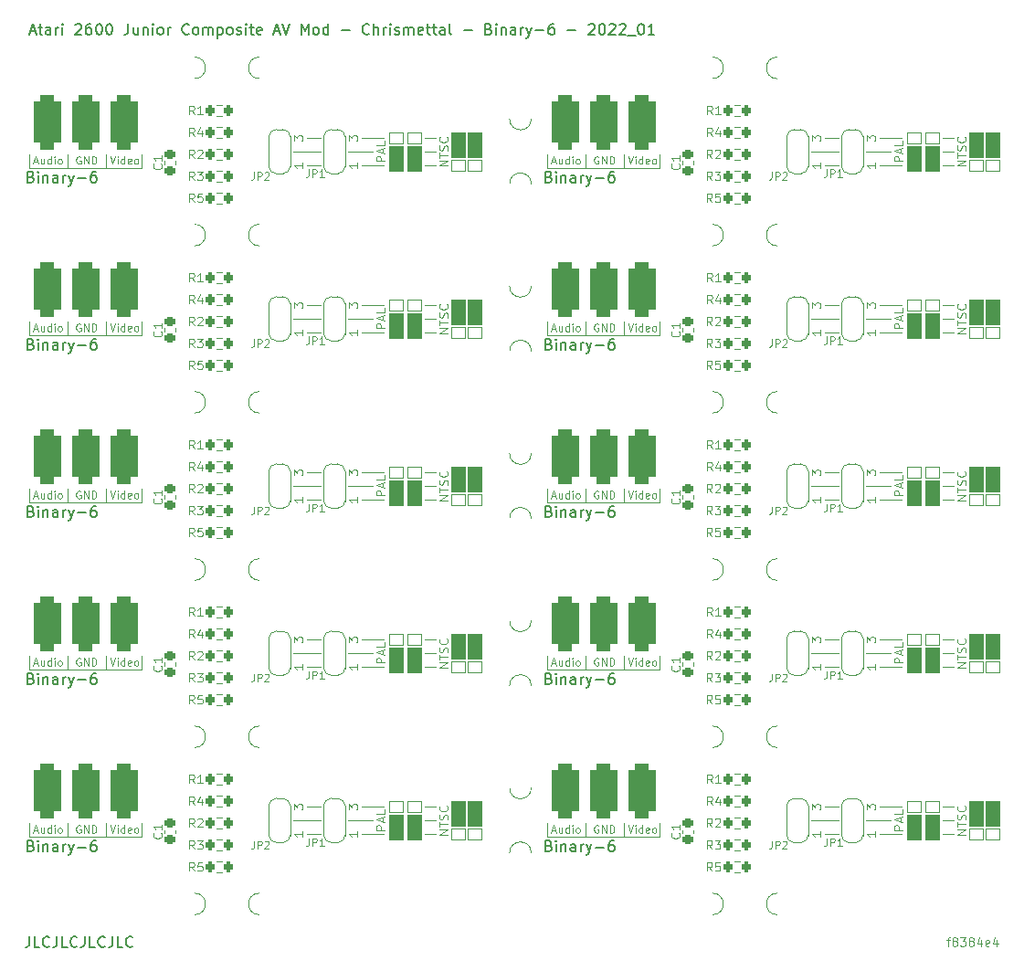
<source format=gto>
G04 #@! TF.GenerationSoftware,KiCad,Pcbnew,(6.0.1)*
G04 #@! TF.CreationDate,2022-01-26T16:15:35+01:00*
G04 #@! TF.ProjectId,atari-junior-av-mod,61746172-692d-46a7-956e-696f722d6176,rev?*
G04 #@! TF.SameCoordinates,PX5edde38PY83caa5c*
G04 #@! TF.FileFunction,Legend,Top*
G04 #@! TF.FilePolarity,Positive*
%FSLAX46Y46*%
G04 Gerber Fmt 4.6, Leading zero omitted, Abs format (unit mm)*
G04 Created by KiCad (PCBNEW (6.0.1)) date 2022-01-26 16:15:35*
%MOMM*%
%LPD*%
G01*
G04 APERTURE LIST*
G04 Aperture macros list*
%AMRoundRect*
0 Rectangle with rounded corners*
0 $1 Rounding radius*
0 $2 $3 $4 $5 $6 $7 $8 $9 X,Y pos of 4 corners*
0 Add a 4 corners polygon primitive as box body*
4,1,4,$2,$3,$4,$5,$6,$7,$8,$9,$2,$3,0*
0 Add four circle primitives for the rounded corners*
1,1,$1+$1,$2,$3*
1,1,$1+$1,$4,$5*
1,1,$1+$1,$6,$7*
1,1,$1+$1,$8,$9*
0 Add four rect primitives between the rounded corners*
20,1,$1+$1,$2,$3,$4,$5,0*
20,1,$1+$1,$4,$5,$6,$7,0*
20,1,$1+$1,$6,$7,$8,$9,0*
20,1,$1+$1,$8,$9,$2,$3,0*%
%AMFreePoly0*
4,1,20,0.000000,0.744959,0.073905,0.744508,0.209726,0.703889,0.328688,0.626782,0.421226,0.519385,0.479903,0.390333,0.500000,0.250000,0.500000,-0.250000,0.499851,-0.262216,0.476331,-0.402017,0.414519,-0.529596,0.319384,-0.634700,0.198574,-0.708877,0.061801,-0.746166,0.000000,-0.745033,0.000000,-0.750000,-0.550000,-0.750000,-0.550000,0.750000,0.000000,0.750000,0.000000,0.744959,
0.000000,0.744959,$1*%
%AMFreePoly1*
4,1,22,0.550000,-0.750000,0.000000,-0.750000,0.000000,-0.745033,-0.079941,-0.743568,-0.215256,-0.701293,-0.333266,-0.622738,-0.424486,-0.514219,-0.481581,-0.384460,-0.499164,-0.250000,-0.500000,-0.250000,-0.500000,0.250000,-0.499164,0.250000,-0.499963,0.256109,-0.478152,0.396186,-0.417904,0.524511,-0.324060,0.630769,-0.204165,0.706417,-0.067858,0.745374,0.000000,0.744959,0.000000,0.750000,
0.550000,0.750000,0.550000,-0.750000,0.550000,-0.750000,$1*%
G04 Aperture macros list end*
%ADD10C,0.120000*%
%ADD11C,0.150000*%
%ADD12C,0.200000*%
%ADD13C,0.100000*%
%ADD14C,0.500000*%
%ADD15RoundRect,0.200000X0.200000X0.275000X-0.200000X0.275000X-0.200000X-0.275000X0.200000X-0.275000X0*%
%ADD16C,2.400000*%
%ADD17RoundRect,0.635000X-0.635000X-1.905000X0.635000X-1.905000X0.635000X1.905000X-0.635000X1.905000X0*%
%ADD18FreePoly0,90.000000*%
%ADD19R,1.500000X1.000000*%
%ADD20FreePoly1,90.000000*%
%ADD21RoundRect,0.225000X-0.250000X0.225000X-0.250000X-0.225000X0.250000X-0.225000X0.250000X0.225000X0*%
G04 APERTURE END LIST*
D10*
X86500000Y2629429D02*
X86804761Y2629429D01*
X86614285Y2096096D02*
X86614285Y2781810D01*
X86652380Y2858000D01*
X86728571Y2896096D01*
X86804761Y2896096D01*
X87185714Y2553239D02*
X87109523Y2591334D01*
X87071428Y2629429D01*
X87033333Y2705620D01*
X87033333Y2743715D01*
X87071428Y2819905D01*
X87109523Y2858000D01*
X87185714Y2896096D01*
X87338095Y2896096D01*
X87414285Y2858000D01*
X87452380Y2819905D01*
X87490476Y2743715D01*
X87490476Y2705620D01*
X87452380Y2629429D01*
X87414285Y2591334D01*
X87338095Y2553239D01*
X87185714Y2553239D01*
X87109523Y2515143D01*
X87071428Y2477048D01*
X87033333Y2400858D01*
X87033333Y2248477D01*
X87071428Y2172286D01*
X87109523Y2134191D01*
X87185714Y2096096D01*
X87338095Y2096096D01*
X87414285Y2134191D01*
X87452380Y2172286D01*
X87490476Y2248477D01*
X87490476Y2400858D01*
X87452380Y2477048D01*
X87414285Y2515143D01*
X87338095Y2553239D01*
X87757142Y2896096D02*
X88252380Y2896096D01*
X87985714Y2591334D01*
X88100000Y2591334D01*
X88176190Y2553239D01*
X88214285Y2515143D01*
X88252380Y2438953D01*
X88252380Y2248477D01*
X88214285Y2172286D01*
X88176190Y2134191D01*
X88100000Y2096096D01*
X87871428Y2096096D01*
X87795238Y2134191D01*
X87757142Y2172286D01*
X88709523Y2553239D02*
X88633333Y2591334D01*
X88595238Y2629429D01*
X88557142Y2705620D01*
X88557142Y2743715D01*
X88595238Y2819905D01*
X88633333Y2858000D01*
X88709523Y2896096D01*
X88861904Y2896096D01*
X88938095Y2858000D01*
X88976190Y2819905D01*
X89014285Y2743715D01*
X89014285Y2705620D01*
X88976190Y2629429D01*
X88938095Y2591334D01*
X88861904Y2553239D01*
X88709523Y2553239D01*
X88633333Y2515143D01*
X88595238Y2477048D01*
X88557142Y2400858D01*
X88557142Y2248477D01*
X88595238Y2172286D01*
X88633333Y2134191D01*
X88709523Y2096096D01*
X88861904Y2096096D01*
X88938095Y2134191D01*
X88976190Y2172286D01*
X89014285Y2248477D01*
X89014285Y2400858D01*
X88976190Y2477048D01*
X88938095Y2515143D01*
X88861904Y2553239D01*
X89700000Y2629429D02*
X89700000Y2096096D01*
X89509523Y2934191D02*
X89319047Y2362762D01*
X89814285Y2362762D01*
X90423809Y2134191D02*
X90347619Y2096096D01*
X90195238Y2096096D01*
X90119047Y2134191D01*
X90080952Y2210381D01*
X90080952Y2515143D01*
X90119047Y2591334D01*
X90195238Y2629429D01*
X90347619Y2629429D01*
X90423809Y2591334D01*
X90461904Y2515143D01*
X90461904Y2438953D01*
X90080952Y2362762D01*
X91147619Y2629429D02*
X91147619Y2096096D01*
X90957142Y2934191D02*
X90766666Y2362762D01*
X91261904Y2362762D01*
D11*
X1551428Y86873334D02*
X2027619Y86873334D01*
X1456190Y86587620D02*
X1789523Y87587620D01*
X2122857Y86587620D01*
X2313333Y87254286D02*
X2694285Y87254286D01*
X2456190Y87587620D02*
X2456190Y86730477D01*
X2503809Y86635239D01*
X2599047Y86587620D01*
X2694285Y86587620D01*
X3456190Y86587620D02*
X3456190Y87111429D01*
X3408571Y87206667D01*
X3313333Y87254286D01*
X3122857Y87254286D01*
X3027619Y87206667D01*
X3456190Y86635239D02*
X3360952Y86587620D01*
X3122857Y86587620D01*
X3027619Y86635239D01*
X2980000Y86730477D01*
X2980000Y86825715D01*
X3027619Y86920953D01*
X3122857Y86968572D01*
X3360952Y86968572D01*
X3456190Y87016191D01*
X3932380Y86587620D02*
X3932380Y87254286D01*
X3932380Y87063810D02*
X3980000Y87159048D01*
X4027619Y87206667D01*
X4122857Y87254286D01*
X4218095Y87254286D01*
X4551428Y86587620D02*
X4551428Y87254286D01*
X4551428Y87587620D02*
X4503809Y87540000D01*
X4551428Y87492381D01*
X4599047Y87540000D01*
X4551428Y87587620D01*
X4551428Y87492381D01*
X5741904Y87492381D02*
X5789523Y87540000D01*
X5884761Y87587620D01*
X6122857Y87587620D01*
X6218095Y87540000D01*
X6265714Y87492381D01*
X6313333Y87397143D01*
X6313333Y87301905D01*
X6265714Y87159048D01*
X5694285Y86587620D01*
X6313333Y86587620D01*
X7170476Y87587620D02*
X6980000Y87587620D01*
X6884761Y87540000D01*
X6837142Y87492381D01*
X6741904Y87349524D01*
X6694285Y87159048D01*
X6694285Y86778096D01*
X6741904Y86682858D01*
X6789523Y86635239D01*
X6884761Y86587620D01*
X7075238Y86587620D01*
X7170476Y86635239D01*
X7218095Y86682858D01*
X7265714Y86778096D01*
X7265714Y87016191D01*
X7218095Y87111429D01*
X7170476Y87159048D01*
X7075238Y87206667D01*
X6884761Y87206667D01*
X6789523Y87159048D01*
X6741904Y87111429D01*
X6694285Y87016191D01*
X7884761Y87587620D02*
X7980000Y87587620D01*
X8075238Y87540000D01*
X8122857Y87492381D01*
X8170476Y87397143D01*
X8218095Y87206667D01*
X8218095Y86968572D01*
X8170476Y86778096D01*
X8122857Y86682858D01*
X8075238Y86635239D01*
X7980000Y86587620D01*
X7884761Y86587620D01*
X7789523Y86635239D01*
X7741904Y86682858D01*
X7694285Y86778096D01*
X7646666Y86968572D01*
X7646666Y87206667D01*
X7694285Y87397143D01*
X7741904Y87492381D01*
X7789523Y87540000D01*
X7884761Y87587620D01*
X8837142Y87587620D02*
X8932380Y87587620D01*
X9027619Y87540000D01*
X9075238Y87492381D01*
X9122857Y87397143D01*
X9170476Y87206667D01*
X9170476Y86968572D01*
X9122857Y86778096D01*
X9075238Y86682858D01*
X9027619Y86635239D01*
X8932380Y86587620D01*
X8837142Y86587620D01*
X8741904Y86635239D01*
X8694285Y86682858D01*
X8646666Y86778096D01*
X8599047Y86968572D01*
X8599047Y87206667D01*
X8646666Y87397143D01*
X8694285Y87492381D01*
X8741904Y87540000D01*
X8837142Y87587620D01*
X10646666Y87587620D02*
X10646666Y86873334D01*
X10599047Y86730477D01*
X10503809Y86635239D01*
X10360952Y86587620D01*
X10265714Y86587620D01*
X11551428Y87254286D02*
X11551428Y86587620D01*
X11122857Y87254286D02*
X11122857Y86730477D01*
X11170476Y86635239D01*
X11265714Y86587620D01*
X11408571Y86587620D01*
X11503809Y86635239D01*
X11551428Y86682858D01*
X12027619Y87254286D02*
X12027619Y86587620D01*
X12027619Y87159048D02*
X12075238Y87206667D01*
X12170476Y87254286D01*
X12313333Y87254286D01*
X12408571Y87206667D01*
X12456190Y87111429D01*
X12456190Y86587620D01*
X12932380Y86587620D02*
X12932380Y87254286D01*
X12932380Y87587620D02*
X12884761Y87540000D01*
X12932380Y87492381D01*
X12980000Y87540000D01*
X12932380Y87587620D01*
X12932380Y87492381D01*
X13551428Y86587620D02*
X13456190Y86635239D01*
X13408571Y86682858D01*
X13360952Y86778096D01*
X13360952Y87063810D01*
X13408571Y87159048D01*
X13456190Y87206667D01*
X13551428Y87254286D01*
X13694285Y87254286D01*
X13789523Y87206667D01*
X13837142Y87159048D01*
X13884761Y87063810D01*
X13884761Y86778096D01*
X13837142Y86682858D01*
X13789523Y86635239D01*
X13694285Y86587620D01*
X13551428Y86587620D01*
X14313333Y86587620D02*
X14313333Y87254286D01*
X14313333Y87063810D02*
X14360952Y87159048D01*
X14408571Y87206667D01*
X14503809Y87254286D01*
X14599047Y87254286D01*
X16265714Y86682858D02*
X16218095Y86635239D01*
X16075238Y86587620D01*
X15980000Y86587620D01*
X15837142Y86635239D01*
X15741904Y86730477D01*
X15694285Y86825715D01*
X15646666Y87016191D01*
X15646666Y87159048D01*
X15694285Y87349524D01*
X15741904Y87444762D01*
X15837142Y87540000D01*
X15980000Y87587620D01*
X16075238Y87587620D01*
X16218095Y87540000D01*
X16265714Y87492381D01*
X16837142Y86587620D02*
X16741904Y86635239D01*
X16694285Y86682858D01*
X16646666Y86778096D01*
X16646666Y87063810D01*
X16694285Y87159048D01*
X16741904Y87206667D01*
X16837142Y87254286D01*
X16980000Y87254286D01*
X17075238Y87206667D01*
X17122857Y87159048D01*
X17170476Y87063810D01*
X17170476Y86778096D01*
X17122857Y86682858D01*
X17075238Y86635239D01*
X16980000Y86587620D01*
X16837142Y86587620D01*
X17599047Y86587620D02*
X17599047Y87254286D01*
X17599047Y87159048D02*
X17646666Y87206667D01*
X17741904Y87254286D01*
X17884761Y87254286D01*
X17980000Y87206667D01*
X18027619Y87111429D01*
X18027619Y86587620D01*
X18027619Y87111429D02*
X18075238Y87206667D01*
X18170476Y87254286D01*
X18313333Y87254286D01*
X18408571Y87206667D01*
X18456190Y87111429D01*
X18456190Y86587620D01*
X18932380Y87254286D02*
X18932380Y86254286D01*
X18932380Y87206667D02*
X19027619Y87254286D01*
X19218095Y87254286D01*
X19313333Y87206667D01*
X19360952Y87159048D01*
X19408571Y87063810D01*
X19408571Y86778096D01*
X19360952Y86682858D01*
X19313333Y86635239D01*
X19218095Y86587620D01*
X19027619Y86587620D01*
X18932380Y86635239D01*
X19980000Y86587620D02*
X19884761Y86635239D01*
X19837142Y86682858D01*
X19789523Y86778096D01*
X19789523Y87063810D01*
X19837142Y87159048D01*
X19884761Y87206667D01*
X19980000Y87254286D01*
X20122857Y87254286D01*
X20218095Y87206667D01*
X20265714Y87159048D01*
X20313333Y87063810D01*
X20313333Y86778096D01*
X20265714Y86682858D01*
X20218095Y86635239D01*
X20122857Y86587620D01*
X19980000Y86587620D01*
X20694285Y86635239D02*
X20789523Y86587620D01*
X20980000Y86587620D01*
X21075238Y86635239D01*
X21122857Y86730477D01*
X21122857Y86778096D01*
X21075238Y86873334D01*
X20980000Y86920953D01*
X20837142Y86920953D01*
X20741904Y86968572D01*
X20694285Y87063810D01*
X20694285Y87111429D01*
X20741904Y87206667D01*
X20837142Y87254286D01*
X20980000Y87254286D01*
X21075238Y87206667D01*
X21551428Y86587620D02*
X21551428Y87254286D01*
X21551428Y87587620D02*
X21503809Y87540000D01*
X21551428Y87492381D01*
X21599047Y87540000D01*
X21551428Y87587620D01*
X21551428Y87492381D01*
X21884761Y87254286D02*
X22265714Y87254286D01*
X22027619Y87587620D02*
X22027619Y86730477D01*
X22075238Y86635239D01*
X22170476Y86587620D01*
X22265714Y86587620D01*
X22980000Y86635239D02*
X22884761Y86587620D01*
X22694285Y86587620D01*
X22599047Y86635239D01*
X22551428Y86730477D01*
X22551428Y87111429D01*
X22599047Y87206667D01*
X22694285Y87254286D01*
X22884761Y87254286D01*
X22980000Y87206667D01*
X23027619Y87111429D01*
X23027619Y87016191D01*
X22551428Y86920953D01*
X24170476Y86873334D02*
X24646666Y86873334D01*
X24075238Y86587620D02*
X24408571Y87587620D01*
X24741904Y86587620D01*
X24932380Y87587620D02*
X25265714Y86587620D01*
X25599047Y87587620D01*
X26694285Y86587620D02*
X26694285Y87587620D01*
X27027619Y86873334D01*
X27360952Y87587620D01*
X27360952Y86587620D01*
X27980000Y86587620D02*
X27884761Y86635239D01*
X27837142Y86682858D01*
X27789523Y86778096D01*
X27789523Y87063810D01*
X27837142Y87159048D01*
X27884761Y87206667D01*
X27980000Y87254286D01*
X28122857Y87254286D01*
X28218095Y87206667D01*
X28265714Y87159048D01*
X28313333Y87063810D01*
X28313333Y86778096D01*
X28265714Y86682858D01*
X28218095Y86635239D01*
X28122857Y86587620D01*
X27980000Y86587620D01*
X29170476Y86587620D02*
X29170476Y87587620D01*
X29170476Y86635239D02*
X29075238Y86587620D01*
X28884761Y86587620D01*
X28789523Y86635239D01*
X28741904Y86682858D01*
X28694285Y86778096D01*
X28694285Y87063810D01*
X28741904Y87159048D01*
X28789523Y87206667D01*
X28884761Y87254286D01*
X29075238Y87254286D01*
X29170476Y87206667D01*
X30408571Y86968572D02*
X31170476Y86968572D01*
X32980000Y86682858D02*
X32932380Y86635239D01*
X32789523Y86587620D01*
X32694285Y86587620D01*
X32551428Y86635239D01*
X32456190Y86730477D01*
X32408571Y86825715D01*
X32360952Y87016191D01*
X32360952Y87159048D01*
X32408571Y87349524D01*
X32456190Y87444762D01*
X32551428Y87540000D01*
X32694285Y87587620D01*
X32789523Y87587620D01*
X32932380Y87540000D01*
X32980000Y87492381D01*
X33408571Y86587620D02*
X33408571Y87587620D01*
X33837142Y86587620D02*
X33837142Y87111429D01*
X33789523Y87206667D01*
X33694285Y87254286D01*
X33551428Y87254286D01*
X33456190Y87206667D01*
X33408571Y87159048D01*
X34313333Y86587620D02*
X34313333Y87254286D01*
X34313333Y87063810D02*
X34360952Y87159048D01*
X34408571Y87206667D01*
X34503809Y87254286D01*
X34599047Y87254286D01*
X34932380Y86587620D02*
X34932380Y87254286D01*
X34932380Y87587620D02*
X34884761Y87540000D01*
X34932380Y87492381D01*
X34980000Y87540000D01*
X34932380Y87587620D01*
X34932380Y87492381D01*
X35360952Y86635239D02*
X35456190Y86587620D01*
X35646666Y86587620D01*
X35741904Y86635239D01*
X35789523Y86730477D01*
X35789523Y86778096D01*
X35741904Y86873334D01*
X35646666Y86920953D01*
X35503809Y86920953D01*
X35408571Y86968572D01*
X35360952Y87063810D01*
X35360952Y87111429D01*
X35408571Y87206667D01*
X35503809Y87254286D01*
X35646666Y87254286D01*
X35741904Y87206667D01*
X36218095Y86587620D02*
X36218095Y87254286D01*
X36218095Y87159048D02*
X36265714Y87206667D01*
X36360952Y87254286D01*
X36503809Y87254286D01*
X36599047Y87206667D01*
X36646666Y87111429D01*
X36646666Y86587620D01*
X36646666Y87111429D02*
X36694285Y87206667D01*
X36789523Y87254286D01*
X36932380Y87254286D01*
X37027619Y87206667D01*
X37075238Y87111429D01*
X37075238Y86587620D01*
X37932380Y86635239D02*
X37837142Y86587620D01*
X37646666Y86587620D01*
X37551428Y86635239D01*
X37503809Y86730477D01*
X37503809Y87111429D01*
X37551428Y87206667D01*
X37646666Y87254286D01*
X37837142Y87254286D01*
X37932380Y87206667D01*
X37980000Y87111429D01*
X37980000Y87016191D01*
X37503809Y86920953D01*
X38265714Y87254286D02*
X38646666Y87254286D01*
X38408571Y87587620D02*
X38408571Y86730477D01*
X38456190Y86635239D01*
X38551428Y86587620D01*
X38646666Y86587620D01*
X38837142Y87254286D02*
X39218095Y87254286D01*
X38980000Y87587620D02*
X38980000Y86730477D01*
X39027619Y86635239D01*
X39122857Y86587620D01*
X39218095Y86587620D01*
X39980000Y86587620D02*
X39980000Y87111429D01*
X39932380Y87206667D01*
X39837142Y87254286D01*
X39646666Y87254286D01*
X39551428Y87206667D01*
X39980000Y86635239D02*
X39884761Y86587620D01*
X39646666Y86587620D01*
X39551428Y86635239D01*
X39503809Y86730477D01*
X39503809Y86825715D01*
X39551428Y86920953D01*
X39646666Y86968572D01*
X39884761Y86968572D01*
X39980000Y87016191D01*
X40599047Y86587620D02*
X40503809Y86635239D01*
X40456190Y86730477D01*
X40456190Y87587620D01*
X41741904Y86968572D02*
X42503809Y86968572D01*
X44075238Y87111429D02*
X44218095Y87063810D01*
X44265714Y87016191D01*
X44313333Y86920953D01*
X44313333Y86778096D01*
X44265714Y86682858D01*
X44218095Y86635239D01*
X44122857Y86587620D01*
X43741904Y86587620D01*
X43741904Y87587620D01*
X44075238Y87587620D01*
X44170476Y87540000D01*
X44218095Y87492381D01*
X44265714Y87397143D01*
X44265714Y87301905D01*
X44218095Y87206667D01*
X44170476Y87159048D01*
X44075238Y87111429D01*
X43741904Y87111429D01*
X44741904Y86587620D02*
X44741904Y87254286D01*
X44741904Y87587620D02*
X44694285Y87540000D01*
X44741904Y87492381D01*
X44789523Y87540000D01*
X44741904Y87587620D01*
X44741904Y87492381D01*
X45218095Y87254286D02*
X45218095Y86587620D01*
X45218095Y87159048D02*
X45265714Y87206667D01*
X45360952Y87254286D01*
X45503809Y87254286D01*
X45599047Y87206667D01*
X45646666Y87111429D01*
X45646666Y86587620D01*
X46551428Y86587620D02*
X46551428Y87111429D01*
X46503809Y87206667D01*
X46408571Y87254286D01*
X46218095Y87254286D01*
X46122857Y87206667D01*
X46551428Y86635239D02*
X46456190Y86587620D01*
X46218095Y86587620D01*
X46122857Y86635239D01*
X46075238Y86730477D01*
X46075238Y86825715D01*
X46122857Y86920953D01*
X46218095Y86968572D01*
X46456190Y86968572D01*
X46551428Y87016191D01*
X47027619Y86587620D02*
X47027619Y87254286D01*
X47027619Y87063810D02*
X47075238Y87159048D01*
X47122857Y87206667D01*
X47218095Y87254286D01*
X47313333Y87254286D01*
X47551428Y87254286D02*
X47789523Y86587620D01*
X48027619Y87254286D02*
X47789523Y86587620D01*
X47694285Y86349524D01*
X47646666Y86301905D01*
X47551428Y86254286D01*
X48408571Y86968572D02*
X49170476Y86968572D01*
X50075238Y87587620D02*
X49884761Y87587620D01*
X49789523Y87540000D01*
X49741904Y87492381D01*
X49646666Y87349524D01*
X49599047Y87159048D01*
X49599047Y86778096D01*
X49646666Y86682858D01*
X49694285Y86635239D01*
X49789523Y86587620D01*
X49980000Y86587620D01*
X50075238Y86635239D01*
X50122857Y86682858D01*
X50170476Y86778096D01*
X50170476Y87016191D01*
X50122857Y87111429D01*
X50075238Y87159048D01*
X49980000Y87206667D01*
X49789523Y87206667D01*
X49694285Y87159048D01*
X49646666Y87111429D01*
X49599047Y87016191D01*
X51360952Y86968572D02*
X52122857Y86968572D01*
X53313333Y87492381D02*
X53360952Y87540000D01*
X53456190Y87587620D01*
X53694285Y87587620D01*
X53789523Y87540000D01*
X53837142Y87492381D01*
X53884761Y87397143D01*
X53884761Y87301905D01*
X53837142Y87159048D01*
X53265714Y86587620D01*
X53884761Y86587620D01*
X54503809Y87587620D02*
X54599047Y87587620D01*
X54694285Y87540000D01*
X54741904Y87492381D01*
X54789523Y87397143D01*
X54837142Y87206667D01*
X54837142Y86968572D01*
X54789523Y86778096D01*
X54741904Y86682858D01*
X54694285Y86635239D01*
X54599047Y86587620D01*
X54503809Y86587620D01*
X54408571Y86635239D01*
X54360952Y86682858D01*
X54313333Y86778096D01*
X54265714Y86968572D01*
X54265714Y87206667D01*
X54313333Y87397143D01*
X54360952Y87492381D01*
X54408571Y87540000D01*
X54503809Y87587620D01*
X55218095Y87492381D02*
X55265714Y87540000D01*
X55360952Y87587620D01*
X55599047Y87587620D01*
X55694285Y87540000D01*
X55741904Y87492381D01*
X55789523Y87397143D01*
X55789523Y87301905D01*
X55741904Y87159048D01*
X55170476Y86587620D01*
X55789523Y86587620D01*
X56170476Y87492381D02*
X56218095Y87540000D01*
X56313333Y87587620D01*
X56551428Y87587620D01*
X56646666Y87540000D01*
X56694285Y87492381D01*
X56741904Y87397143D01*
X56741904Y87301905D01*
X56694285Y87159048D01*
X56122857Y86587620D01*
X56741904Y86587620D01*
X56932380Y86492381D02*
X57694285Y86492381D01*
X58122857Y87587620D02*
X58218095Y87587620D01*
X58313333Y87540000D01*
X58360952Y87492381D01*
X58408571Y87397143D01*
X58456190Y87206667D01*
X58456190Y86968572D01*
X58408571Y86778096D01*
X58360952Y86682858D01*
X58313333Y86635239D01*
X58218095Y86587620D01*
X58122857Y86587620D01*
X58027619Y86635239D01*
X57980000Y86682858D01*
X57932380Y86778096D01*
X57884761Y86968572D01*
X57884761Y87206667D01*
X57932380Y87397143D01*
X57980000Y87492381D01*
X58027619Y87540000D01*
X58122857Y87587620D01*
X59408571Y86587620D02*
X58837142Y86587620D01*
X59122857Y86587620D02*
X59122857Y87587620D01*
X59027619Y87444762D01*
X58932380Y87349524D01*
X58837142Y87301905D01*
X1476952Y3005620D02*
X1476952Y2291334D01*
X1429333Y2148477D01*
X1334095Y2053239D01*
X1191238Y2005620D01*
X1096000Y2005620D01*
X2429333Y2005620D02*
X1953142Y2005620D01*
X1953142Y3005620D01*
X3334095Y2100858D02*
X3286476Y2053239D01*
X3143619Y2005620D01*
X3048380Y2005620D01*
X2905523Y2053239D01*
X2810285Y2148477D01*
X2762666Y2243715D01*
X2715047Y2434191D01*
X2715047Y2577048D01*
X2762666Y2767524D01*
X2810285Y2862762D01*
X2905523Y2958000D01*
X3048380Y3005620D01*
X3143619Y3005620D01*
X3286476Y2958000D01*
X3334095Y2910381D01*
X4048380Y3005620D02*
X4048380Y2291334D01*
X4000761Y2148477D01*
X3905523Y2053239D01*
X3762666Y2005620D01*
X3667428Y2005620D01*
X5000761Y2005620D02*
X4524571Y2005620D01*
X4524571Y3005620D01*
X5905523Y2100858D02*
X5857904Y2053239D01*
X5715047Y2005620D01*
X5619809Y2005620D01*
X5476952Y2053239D01*
X5381714Y2148477D01*
X5334095Y2243715D01*
X5286476Y2434191D01*
X5286476Y2577048D01*
X5334095Y2767524D01*
X5381714Y2862762D01*
X5476952Y2958000D01*
X5619809Y3005620D01*
X5715047Y3005620D01*
X5857904Y2958000D01*
X5905523Y2910381D01*
X6619809Y3005620D02*
X6619809Y2291334D01*
X6572190Y2148477D01*
X6476952Y2053239D01*
X6334095Y2005620D01*
X6238857Y2005620D01*
X7572190Y2005620D02*
X7096000Y2005620D01*
X7096000Y3005620D01*
X8476952Y2100858D02*
X8429333Y2053239D01*
X8286476Y2005620D01*
X8191238Y2005620D01*
X8048380Y2053239D01*
X7953142Y2148477D01*
X7905523Y2243715D01*
X7857904Y2434191D01*
X7857904Y2577048D01*
X7905523Y2767524D01*
X7953142Y2862762D01*
X8048380Y2958000D01*
X8191238Y3005620D01*
X8286476Y3005620D01*
X8429333Y2958000D01*
X8476952Y2910381D01*
X9191238Y3005620D02*
X9191238Y2291334D01*
X9143619Y2148477D01*
X9048380Y2053239D01*
X8905523Y2005620D01*
X8810285Y2005620D01*
X10143619Y2005620D02*
X9667428Y2005620D01*
X9667428Y3005620D01*
X11048380Y2100858D02*
X11000761Y2053239D01*
X10857904Y2005620D01*
X10762666Y2005620D01*
X10619809Y2053239D01*
X10524571Y2148477D01*
X10476952Y2243715D01*
X10429333Y2434191D01*
X10429333Y2577048D01*
X10476952Y2767524D01*
X10524571Y2862762D01*
X10619809Y2958000D01*
X10762666Y3005620D01*
X10857904Y3005620D01*
X11000761Y2958000D01*
X11048380Y2910381D01*
D10*
X56570000Y13486000D02*
X56570000Y12216000D01*
X49458000Y12216000D02*
X59872000Y12216000D01*
D12*
X49629857Y11401429D02*
X49772714Y11353810D01*
X49820333Y11306191D01*
X49867952Y11210953D01*
X49867952Y11068096D01*
X49820333Y10972858D01*
X49772714Y10925239D01*
X49677476Y10877620D01*
X49296523Y10877620D01*
X49296523Y11877620D01*
X49629857Y11877620D01*
X49725095Y11830000D01*
X49772714Y11782381D01*
X49820333Y11687143D01*
X49820333Y11591905D01*
X49772714Y11496667D01*
X49725095Y11449048D01*
X49629857Y11401429D01*
X49296523Y11401429D01*
X50296523Y10877620D02*
X50296523Y11544286D01*
X50296523Y11877620D02*
X50248904Y11830000D01*
X50296523Y11782381D01*
X50344142Y11830000D01*
X50296523Y11877620D01*
X50296523Y11782381D01*
X50772714Y11544286D02*
X50772714Y10877620D01*
X50772714Y11449048D02*
X50820333Y11496667D01*
X50915571Y11544286D01*
X51058428Y11544286D01*
X51153666Y11496667D01*
X51201285Y11401429D01*
X51201285Y10877620D01*
X52106047Y10877620D02*
X52106047Y11401429D01*
X52058428Y11496667D01*
X51963190Y11544286D01*
X51772714Y11544286D01*
X51677476Y11496667D01*
X52106047Y10925239D02*
X52010809Y10877620D01*
X51772714Y10877620D01*
X51677476Y10925239D01*
X51629857Y11020477D01*
X51629857Y11115715D01*
X51677476Y11210953D01*
X51772714Y11258572D01*
X52010809Y11258572D01*
X52106047Y11306191D01*
X52582238Y10877620D02*
X52582238Y11544286D01*
X52582238Y11353810D02*
X52629857Y11449048D01*
X52677476Y11496667D01*
X52772714Y11544286D01*
X52867952Y11544286D01*
X53106047Y11544286D02*
X53344142Y10877620D01*
X53582238Y11544286D02*
X53344142Y10877620D01*
X53248904Y10639524D01*
X53201285Y10591905D01*
X53106047Y10544286D01*
X53963190Y11258572D02*
X54725095Y11258572D01*
X55629857Y11877620D02*
X55439380Y11877620D01*
X55344142Y11830000D01*
X55296523Y11782381D01*
X55201285Y11639524D01*
X55153666Y11449048D01*
X55153666Y11068096D01*
X55201285Y10972858D01*
X55248904Y10925239D01*
X55344142Y10877620D01*
X55534619Y10877620D01*
X55629857Y10925239D01*
X55677476Y10972858D01*
X55725095Y11068096D01*
X55725095Y11306191D01*
X55677476Y11401429D01*
X55629857Y11449048D01*
X55534619Y11496667D01*
X55344142Y11496667D01*
X55248904Y11449048D01*
X55201285Y11401429D01*
X55153666Y11306191D01*
D10*
X49458000Y13486000D02*
X49458000Y12216000D01*
X59872000Y12216000D02*
X59872000Y13486000D01*
X73945000Y13740000D02*
X76485000Y13740000D01*
X53014000Y13486000D02*
X53014000Y12216000D01*
X88276904Y12425715D02*
X87476904Y12425715D01*
X88276904Y12882858D01*
X87476904Y12882858D01*
X87476904Y13149524D02*
X87476904Y13606667D01*
X88276904Y13378096D02*
X87476904Y13378096D01*
X88238809Y13835239D02*
X88276904Y13949524D01*
X88276904Y14140000D01*
X88238809Y14216191D01*
X88200714Y14254286D01*
X88124523Y14292381D01*
X88048333Y14292381D01*
X87972142Y14254286D01*
X87934047Y14216191D01*
X87895952Y14140000D01*
X87857857Y13987620D01*
X87819761Y13911429D01*
X87781666Y13873334D01*
X87705476Y13835239D01*
X87629285Y13835239D01*
X87553095Y13873334D01*
X87515000Y13911429D01*
X87476904Y13987620D01*
X87476904Y14178096D01*
X87515000Y14292381D01*
X88200714Y15092381D02*
X88238809Y15054286D01*
X88276904Y14940000D01*
X88276904Y14863810D01*
X88238809Y14749524D01*
X88162619Y14673334D01*
X88086428Y14635239D01*
X87934047Y14597143D01*
X87819761Y14597143D01*
X87667380Y14635239D01*
X87591190Y14673334D01*
X87515000Y14749524D01*
X87476904Y14863810D01*
X87476904Y14940000D01*
X87515000Y15054286D01*
X87553095Y15092381D01*
X86137000Y13740000D02*
X87153000Y13740000D01*
X75215000Y15010000D02*
X76485000Y15010000D01*
X80295000Y12470000D02*
X82327000Y12470000D01*
X75215000Y12470000D02*
X76485000Y12470000D01*
X86137000Y12470000D02*
X87153000Y12470000D01*
X90074000Y12978000D02*
X91344000Y12978000D01*
X91344000Y12978000D02*
X91344000Y11962000D01*
X91344000Y11962000D02*
X90074000Y11962000D01*
X90074000Y11962000D02*
X90074000Y12978000D01*
X88550000Y15518000D02*
X89820000Y15518000D01*
X89820000Y15518000D02*
X89820000Y13232000D01*
X89820000Y13232000D02*
X88550000Y13232000D01*
X88550000Y13232000D02*
X88550000Y15518000D01*
G36*
X88550000Y15518000D02*
G01*
X89820000Y15518000D01*
X89820000Y13232000D01*
X88550000Y13232000D01*
X88550000Y15518000D01*
G37*
X82835000Y15518000D02*
X84105000Y15518000D01*
X84105000Y15518000D02*
X84105000Y14502000D01*
X84105000Y14502000D02*
X82835000Y14502000D01*
X82835000Y14502000D02*
X82835000Y15518000D01*
X80295000Y15010000D02*
X82327000Y15010000D01*
X84486000Y15518000D02*
X85756000Y15518000D01*
X85756000Y15518000D02*
X85756000Y14502000D01*
X85756000Y14502000D02*
X84486000Y14502000D01*
X84486000Y14502000D02*
X84486000Y15518000D01*
X84486000Y14248000D02*
X85756000Y14248000D01*
X85756000Y14248000D02*
X85756000Y11962000D01*
X85756000Y11962000D02*
X84486000Y11962000D01*
X84486000Y11962000D02*
X84486000Y14248000D01*
G36*
X84486000Y14248000D02*
G01*
X85756000Y14248000D01*
X85756000Y11962000D01*
X84486000Y11962000D01*
X84486000Y14248000D01*
G37*
X86137000Y15010000D02*
X87153000Y15010000D01*
X90074000Y15518000D02*
X91344000Y15518000D01*
X91344000Y15518000D02*
X91344000Y13232000D01*
X91344000Y13232000D02*
X90074000Y13232000D01*
X90074000Y13232000D02*
X90074000Y15518000D01*
G36*
X90074000Y15518000D02*
G01*
X91344000Y15518000D01*
X91344000Y13232000D01*
X90074000Y13232000D01*
X90074000Y15518000D01*
G37*
X88550000Y12978000D02*
X89820000Y12978000D01*
X89820000Y12978000D02*
X89820000Y11962000D01*
X89820000Y11962000D02*
X88550000Y11962000D01*
X88550000Y11962000D02*
X88550000Y12978000D01*
X79025000Y13740000D02*
X81311000Y13740000D01*
X82835000Y14248000D02*
X84105000Y14248000D01*
X84105000Y14248000D02*
X84105000Y11962000D01*
X84105000Y11962000D02*
X82835000Y11962000D01*
X82835000Y11962000D02*
X82835000Y14248000D01*
G36*
X82835000Y14248000D02*
G01*
X84105000Y14248000D01*
X84105000Y11962000D01*
X82835000Y11962000D01*
X82835000Y14248000D01*
G37*
X82434904Y12863810D02*
X81634904Y12863810D01*
X81634904Y13168572D01*
X81673000Y13244762D01*
X81711095Y13282858D01*
X81787285Y13320953D01*
X81901571Y13320953D01*
X81977761Y13282858D01*
X82015857Y13244762D01*
X82053952Y13168572D01*
X82053952Y12863810D01*
X82206333Y13625715D02*
X82206333Y14006667D01*
X82434904Y13549524D02*
X81634904Y13816191D01*
X82434904Y14082858D01*
X82434904Y14730477D02*
X82434904Y14349524D01*
X81634904Y14349524D01*
X8570000Y13486000D02*
X8570000Y12216000D01*
X1458000Y12216000D02*
X11872000Y12216000D01*
D12*
X1629857Y11401429D02*
X1772714Y11353810D01*
X1820333Y11306191D01*
X1867952Y11210953D01*
X1867952Y11068096D01*
X1820333Y10972858D01*
X1772714Y10925239D01*
X1677476Y10877620D01*
X1296523Y10877620D01*
X1296523Y11877620D01*
X1629857Y11877620D01*
X1725095Y11830000D01*
X1772714Y11782381D01*
X1820333Y11687143D01*
X1820333Y11591905D01*
X1772714Y11496667D01*
X1725095Y11449048D01*
X1629857Y11401429D01*
X1296523Y11401429D01*
X2296523Y10877620D02*
X2296523Y11544286D01*
X2296523Y11877620D02*
X2248904Y11830000D01*
X2296523Y11782381D01*
X2344142Y11830000D01*
X2296523Y11877620D01*
X2296523Y11782381D01*
X2772714Y11544286D02*
X2772714Y10877620D01*
X2772714Y11449048D02*
X2820333Y11496667D01*
X2915571Y11544286D01*
X3058428Y11544286D01*
X3153666Y11496667D01*
X3201285Y11401429D01*
X3201285Y10877620D01*
X4106047Y10877620D02*
X4106047Y11401429D01*
X4058428Y11496667D01*
X3963190Y11544286D01*
X3772714Y11544286D01*
X3677476Y11496667D01*
X4106047Y10925239D02*
X4010809Y10877620D01*
X3772714Y10877620D01*
X3677476Y10925239D01*
X3629857Y11020477D01*
X3629857Y11115715D01*
X3677476Y11210953D01*
X3772714Y11258572D01*
X4010809Y11258572D01*
X4106047Y11306191D01*
X4582238Y10877620D02*
X4582238Y11544286D01*
X4582238Y11353810D02*
X4629857Y11449048D01*
X4677476Y11496667D01*
X4772714Y11544286D01*
X4867952Y11544286D01*
X5106047Y11544286D02*
X5344142Y10877620D01*
X5582238Y11544286D02*
X5344142Y10877620D01*
X5248904Y10639524D01*
X5201285Y10591905D01*
X5106047Y10544286D01*
X5963190Y11258572D02*
X6725095Y11258572D01*
X7629857Y11877620D02*
X7439380Y11877620D01*
X7344142Y11830000D01*
X7296523Y11782381D01*
X7201285Y11639524D01*
X7153666Y11449048D01*
X7153666Y11068096D01*
X7201285Y10972858D01*
X7248904Y10925239D01*
X7344142Y10877620D01*
X7534619Y10877620D01*
X7629857Y10925239D01*
X7677476Y10972858D01*
X7725095Y11068096D01*
X7725095Y11306191D01*
X7677476Y11401429D01*
X7629857Y11449048D01*
X7534619Y11496667D01*
X7344142Y11496667D01*
X7248904Y11449048D01*
X7201285Y11401429D01*
X7153666Y11306191D01*
D10*
X1458000Y13486000D02*
X1458000Y12216000D01*
X11872000Y12216000D02*
X11872000Y13486000D01*
X25945000Y13740000D02*
X28485000Y13740000D01*
X5014000Y13486000D02*
X5014000Y12216000D01*
X40276904Y12425715D02*
X39476904Y12425715D01*
X40276904Y12882858D01*
X39476904Y12882858D01*
X39476904Y13149524D02*
X39476904Y13606667D01*
X40276904Y13378096D02*
X39476904Y13378096D01*
X40238809Y13835239D02*
X40276904Y13949524D01*
X40276904Y14140000D01*
X40238809Y14216191D01*
X40200714Y14254286D01*
X40124523Y14292381D01*
X40048333Y14292381D01*
X39972142Y14254286D01*
X39934047Y14216191D01*
X39895952Y14140000D01*
X39857857Y13987620D01*
X39819761Y13911429D01*
X39781666Y13873334D01*
X39705476Y13835239D01*
X39629285Y13835239D01*
X39553095Y13873334D01*
X39515000Y13911429D01*
X39476904Y13987620D01*
X39476904Y14178096D01*
X39515000Y14292381D01*
X40200714Y15092381D02*
X40238809Y15054286D01*
X40276904Y14940000D01*
X40276904Y14863810D01*
X40238809Y14749524D01*
X40162619Y14673334D01*
X40086428Y14635239D01*
X39934047Y14597143D01*
X39819761Y14597143D01*
X39667380Y14635239D01*
X39591190Y14673334D01*
X39515000Y14749524D01*
X39476904Y14863810D01*
X39476904Y14940000D01*
X39515000Y15054286D01*
X39553095Y15092381D01*
X38137000Y13740000D02*
X39153000Y13740000D01*
X27215000Y15010000D02*
X28485000Y15010000D01*
X32295000Y12470000D02*
X34327000Y12470000D01*
X27215000Y12470000D02*
X28485000Y12470000D01*
X38137000Y12470000D02*
X39153000Y12470000D01*
X42074000Y12978000D02*
X43344000Y12978000D01*
X43344000Y12978000D02*
X43344000Y11962000D01*
X43344000Y11962000D02*
X42074000Y11962000D01*
X42074000Y11962000D02*
X42074000Y12978000D01*
X40550000Y15518000D02*
X41820000Y15518000D01*
X41820000Y15518000D02*
X41820000Y13232000D01*
X41820000Y13232000D02*
X40550000Y13232000D01*
X40550000Y13232000D02*
X40550000Y15518000D01*
G36*
X40550000Y15518000D02*
G01*
X41820000Y15518000D01*
X41820000Y13232000D01*
X40550000Y13232000D01*
X40550000Y15518000D01*
G37*
X34835000Y15518000D02*
X36105000Y15518000D01*
X36105000Y15518000D02*
X36105000Y14502000D01*
X36105000Y14502000D02*
X34835000Y14502000D01*
X34835000Y14502000D02*
X34835000Y15518000D01*
X32295000Y15010000D02*
X34327000Y15010000D01*
X36486000Y15518000D02*
X37756000Y15518000D01*
X37756000Y15518000D02*
X37756000Y14502000D01*
X37756000Y14502000D02*
X36486000Y14502000D01*
X36486000Y14502000D02*
X36486000Y15518000D01*
X36486000Y14248000D02*
X37756000Y14248000D01*
X37756000Y14248000D02*
X37756000Y11962000D01*
X37756000Y11962000D02*
X36486000Y11962000D01*
X36486000Y11962000D02*
X36486000Y14248000D01*
G36*
X36486000Y14248000D02*
G01*
X37756000Y14248000D01*
X37756000Y11962000D01*
X36486000Y11962000D01*
X36486000Y14248000D01*
G37*
X38137000Y15010000D02*
X39153000Y15010000D01*
X42074000Y15518000D02*
X43344000Y15518000D01*
X43344000Y15518000D02*
X43344000Y13232000D01*
X43344000Y13232000D02*
X42074000Y13232000D01*
X42074000Y13232000D02*
X42074000Y15518000D01*
G36*
X42074000Y15518000D02*
G01*
X43344000Y15518000D01*
X43344000Y13232000D01*
X42074000Y13232000D01*
X42074000Y15518000D01*
G37*
X40550000Y12978000D02*
X41820000Y12978000D01*
X41820000Y12978000D02*
X41820000Y11962000D01*
X41820000Y11962000D02*
X40550000Y11962000D01*
X40550000Y11962000D02*
X40550000Y12978000D01*
X31025000Y13740000D02*
X33311000Y13740000D01*
X34835000Y14248000D02*
X36105000Y14248000D01*
X36105000Y14248000D02*
X36105000Y11962000D01*
X36105000Y11962000D02*
X34835000Y11962000D01*
X34835000Y11962000D02*
X34835000Y14248000D01*
G36*
X34835000Y14248000D02*
G01*
X36105000Y14248000D01*
X36105000Y11962000D01*
X34835000Y11962000D01*
X34835000Y14248000D01*
G37*
X34434904Y12863810D02*
X33634904Y12863810D01*
X33634904Y13168572D01*
X33673000Y13244762D01*
X33711095Y13282858D01*
X33787285Y13320953D01*
X33901571Y13320953D01*
X33977761Y13282858D01*
X34015857Y13244762D01*
X34053952Y13168572D01*
X34053952Y12863810D01*
X34206333Y13625715D02*
X34206333Y14006667D01*
X34434904Y13549524D02*
X33634904Y13816191D01*
X34434904Y14082858D01*
X34434904Y14730477D02*
X34434904Y14349524D01*
X33634904Y14349524D01*
X56570000Y28986000D02*
X56570000Y27716000D01*
X49458000Y27716000D02*
X59872000Y27716000D01*
D12*
X49629857Y26901429D02*
X49772714Y26853810D01*
X49820333Y26806191D01*
X49867952Y26710953D01*
X49867952Y26568096D01*
X49820333Y26472858D01*
X49772714Y26425239D01*
X49677476Y26377620D01*
X49296523Y26377620D01*
X49296523Y27377620D01*
X49629857Y27377620D01*
X49725095Y27330000D01*
X49772714Y27282381D01*
X49820333Y27187143D01*
X49820333Y27091905D01*
X49772714Y26996667D01*
X49725095Y26949048D01*
X49629857Y26901429D01*
X49296523Y26901429D01*
X50296523Y26377620D02*
X50296523Y27044286D01*
X50296523Y27377620D02*
X50248904Y27330000D01*
X50296523Y27282381D01*
X50344142Y27330000D01*
X50296523Y27377620D01*
X50296523Y27282381D01*
X50772714Y27044286D02*
X50772714Y26377620D01*
X50772714Y26949048D02*
X50820333Y26996667D01*
X50915571Y27044286D01*
X51058428Y27044286D01*
X51153666Y26996667D01*
X51201285Y26901429D01*
X51201285Y26377620D01*
X52106047Y26377620D02*
X52106047Y26901429D01*
X52058428Y26996667D01*
X51963190Y27044286D01*
X51772714Y27044286D01*
X51677476Y26996667D01*
X52106047Y26425239D02*
X52010809Y26377620D01*
X51772714Y26377620D01*
X51677476Y26425239D01*
X51629857Y26520477D01*
X51629857Y26615715D01*
X51677476Y26710953D01*
X51772714Y26758572D01*
X52010809Y26758572D01*
X52106047Y26806191D01*
X52582238Y26377620D02*
X52582238Y27044286D01*
X52582238Y26853810D02*
X52629857Y26949048D01*
X52677476Y26996667D01*
X52772714Y27044286D01*
X52867952Y27044286D01*
X53106047Y27044286D02*
X53344142Y26377620D01*
X53582238Y27044286D02*
X53344142Y26377620D01*
X53248904Y26139524D01*
X53201285Y26091905D01*
X53106047Y26044286D01*
X53963190Y26758572D02*
X54725095Y26758572D01*
X55629857Y27377620D02*
X55439380Y27377620D01*
X55344142Y27330000D01*
X55296523Y27282381D01*
X55201285Y27139524D01*
X55153666Y26949048D01*
X55153666Y26568096D01*
X55201285Y26472858D01*
X55248904Y26425239D01*
X55344142Y26377620D01*
X55534619Y26377620D01*
X55629857Y26425239D01*
X55677476Y26472858D01*
X55725095Y26568096D01*
X55725095Y26806191D01*
X55677476Y26901429D01*
X55629857Y26949048D01*
X55534619Y26996667D01*
X55344142Y26996667D01*
X55248904Y26949048D01*
X55201285Y26901429D01*
X55153666Y26806191D01*
D10*
X49458000Y28986000D02*
X49458000Y27716000D01*
X59872000Y27716000D02*
X59872000Y28986000D01*
X73945000Y29240000D02*
X76485000Y29240000D01*
X53014000Y28986000D02*
X53014000Y27716000D01*
X88276904Y27925715D02*
X87476904Y27925715D01*
X88276904Y28382858D01*
X87476904Y28382858D01*
X87476904Y28649524D02*
X87476904Y29106667D01*
X88276904Y28878096D02*
X87476904Y28878096D01*
X88238809Y29335239D02*
X88276904Y29449524D01*
X88276904Y29640000D01*
X88238809Y29716191D01*
X88200714Y29754286D01*
X88124523Y29792381D01*
X88048333Y29792381D01*
X87972142Y29754286D01*
X87934047Y29716191D01*
X87895952Y29640000D01*
X87857857Y29487620D01*
X87819761Y29411429D01*
X87781666Y29373334D01*
X87705476Y29335239D01*
X87629285Y29335239D01*
X87553095Y29373334D01*
X87515000Y29411429D01*
X87476904Y29487620D01*
X87476904Y29678096D01*
X87515000Y29792381D01*
X88200714Y30592381D02*
X88238809Y30554286D01*
X88276904Y30440000D01*
X88276904Y30363810D01*
X88238809Y30249524D01*
X88162619Y30173334D01*
X88086428Y30135239D01*
X87934047Y30097143D01*
X87819761Y30097143D01*
X87667380Y30135239D01*
X87591190Y30173334D01*
X87515000Y30249524D01*
X87476904Y30363810D01*
X87476904Y30440000D01*
X87515000Y30554286D01*
X87553095Y30592381D01*
X86137000Y29240000D02*
X87153000Y29240000D01*
X75215000Y30510000D02*
X76485000Y30510000D01*
X80295000Y27970000D02*
X82327000Y27970000D01*
X75215000Y27970000D02*
X76485000Y27970000D01*
X86137000Y27970000D02*
X87153000Y27970000D01*
X90074000Y28478000D02*
X91344000Y28478000D01*
X91344000Y28478000D02*
X91344000Y27462000D01*
X91344000Y27462000D02*
X90074000Y27462000D01*
X90074000Y27462000D02*
X90074000Y28478000D01*
X88550000Y31018000D02*
X89820000Y31018000D01*
X89820000Y31018000D02*
X89820000Y28732000D01*
X89820000Y28732000D02*
X88550000Y28732000D01*
X88550000Y28732000D02*
X88550000Y31018000D01*
G36*
X88550000Y31018000D02*
G01*
X89820000Y31018000D01*
X89820000Y28732000D01*
X88550000Y28732000D01*
X88550000Y31018000D01*
G37*
X82835000Y31018000D02*
X84105000Y31018000D01*
X84105000Y31018000D02*
X84105000Y30002000D01*
X84105000Y30002000D02*
X82835000Y30002000D01*
X82835000Y30002000D02*
X82835000Y31018000D01*
X80295000Y30510000D02*
X82327000Y30510000D01*
X84486000Y31018000D02*
X85756000Y31018000D01*
X85756000Y31018000D02*
X85756000Y30002000D01*
X85756000Y30002000D02*
X84486000Y30002000D01*
X84486000Y30002000D02*
X84486000Y31018000D01*
X84486000Y29748000D02*
X85756000Y29748000D01*
X85756000Y29748000D02*
X85756000Y27462000D01*
X85756000Y27462000D02*
X84486000Y27462000D01*
X84486000Y27462000D02*
X84486000Y29748000D01*
G36*
X84486000Y29748000D02*
G01*
X85756000Y29748000D01*
X85756000Y27462000D01*
X84486000Y27462000D01*
X84486000Y29748000D01*
G37*
X86137000Y30510000D02*
X87153000Y30510000D01*
X90074000Y31018000D02*
X91344000Y31018000D01*
X91344000Y31018000D02*
X91344000Y28732000D01*
X91344000Y28732000D02*
X90074000Y28732000D01*
X90074000Y28732000D02*
X90074000Y31018000D01*
G36*
X90074000Y31018000D02*
G01*
X91344000Y31018000D01*
X91344000Y28732000D01*
X90074000Y28732000D01*
X90074000Y31018000D01*
G37*
X88550000Y28478000D02*
X89820000Y28478000D01*
X89820000Y28478000D02*
X89820000Y27462000D01*
X89820000Y27462000D02*
X88550000Y27462000D01*
X88550000Y27462000D02*
X88550000Y28478000D01*
X79025000Y29240000D02*
X81311000Y29240000D01*
X82835000Y29748000D02*
X84105000Y29748000D01*
X84105000Y29748000D02*
X84105000Y27462000D01*
X84105000Y27462000D02*
X82835000Y27462000D01*
X82835000Y27462000D02*
X82835000Y29748000D01*
G36*
X82835000Y29748000D02*
G01*
X84105000Y29748000D01*
X84105000Y27462000D01*
X82835000Y27462000D01*
X82835000Y29748000D01*
G37*
X82434904Y28363810D02*
X81634904Y28363810D01*
X81634904Y28668572D01*
X81673000Y28744762D01*
X81711095Y28782858D01*
X81787285Y28820953D01*
X81901571Y28820953D01*
X81977761Y28782858D01*
X82015857Y28744762D01*
X82053952Y28668572D01*
X82053952Y28363810D01*
X82206333Y29125715D02*
X82206333Y29506667D01*
X82434904Y29049524D02*
X81634904Y29316191D01*
X82434904Y29582858D01*
X82434904Y30230477D02*
X82434904Y29849524D01*
X81634904Y29849524D01*
X8570000Y28986000D02*
X8570000Y27716000D01*
X1458000Y27716000D02*
X11872000Y27716000D01*
D12*
X1629857Y26901429D02*
X1772714Y26853810D01*
X1820333Y26806191D01*
X1867952Y26710953D01*
X1867952Y26568096D01*
X1820333Y26472858D01*
X1772714Y26425239D01*
X1677476Y26377620D01*
X1296523Y26377620D01*
X1296523Y27377620D01*
X1629857Y27377620D01*
X1725095Y27330000D01*
X1772714Y27282381D01*
X1820333Y27187143D01*
X1820333Y27091905D01*
X1772714Y26996667D01*
X1725095Y26949048D01*
X1629857Y26901429D01*
X1296523Y26901429D01*
X2296523Y26377620D02*
X2296523Y27044286D01*
X2296523Y27377620D02*
X2248904Y27330000D01*
X2296523Y27282381D01*
X2344142Y27330000D01*
X2296523Y27377620D01*
X2296523Y27282381D01*
X2772714Y27044286D02*
X2772714Y26377620D01*
X2772714Y26949048D02*
X2820333Y26996667D01*
X2915571Y27044286D01*
X3058428Y27044286D01*
X3153666Y26996667D01*
X3201285Y26901429D01*
X3201285Y26377620D01*
X4106047Y26377620D02*
X4106047Y26901429D01*
X4058428Y26996667D01*
X3963190Y27044286D01*
X3772714Y27044286D01*
X3677476Y26996667D01*
X4106047Y26425239D02*
X4010809Y26377620D01*
X3772714Y26377620D01*
X3677476Y26425239D01*
X3629857Y26520477D01*
X3629857Y26615715D01*
X3677476Y26710953D01*
X3772714Y26758572D01*
X4010809Y26758572D01*
X4106047Y26806191D01*
X4582238Y26377620D02*
X4582238Y27044286D01*
X4582238Y26853810D02*
X4629857Y26949048D01*
X4677476Y26996667D01*
X4772714Y27044286D01*
X4867952Y27044286D01*
X5106047Y27044286D02*
X5344142Y26377620D01*
X5582238Y27044286D02*
X5344142Y26377620D01*
X5248904Y26139524D01*
X5201285Y26091905D01*
X5106047Y26044286D01*
X5963190Y26758572D02*
X6725095Y26758572D01*
X7629857Y27377620D02*
X7439380Y27377620D01*
X7344142Y27330000D01*
X7296523Y27282381D01*
X7201285Y27139524D01*
X7153666Y26949048D01*
X7153666Y26568096D01*
X7201285Y26472858D01*
X7248904Y26425239D01*
X7344142Y26377620D01*
X7534619Y26377620D01*
X7629857Y26425239D01*
X7677476Y26472858D01*
X7725095Y26568096D01*
X7725095Y26806191D01*
X7677476Y26901429D01*
X7629857Y26949048D01*
X7534619Y26996667D01*
X7344142Y26996667D01*
X7248904Y26949048D01*
X7201285Y26901429D01*
X7153666Y26806191D01*
D10*
X1458000Y28986000D02*
X1458000Y27716000D01*
X11872000Y27716000D02*
X11872000Y28986000D01*
X25945000Y29240000D02*
X28485000Y29240000D01*
X5014000Y28986000D02*
X5014000Y27716000D01*
X40276904Y27925715D02*
X39476904Y27925715D01*
X40276904Y28382858D01*
X39476904Y28382858D01*
X39476904Y28649524D02*
X39476904Y29106667D01*
X40276904Y28878096D02*
X39476904Y28878096D01*
X40238809Y29335239D02*
X40276904Y29449524D01*
X40276904Y29640000D01*
X40238809Y29716191D01*
X40200714Y29754286D01*
X40124523Y29792381D01*
X40048333Y29792381D01*
X39972142Y29754286D01*
X39934047Y29716191D01*
X39895952Y29640000D01*
X39857857Y29487620D01*
X39819761Y29411429D01*
X39781666Y29373334D01*
X39705476Y29335239D01*
X39629285Y29335239D01*
X39553095Y29373334D01*
X39515000Y29411429D01*
X39476904Y29487620D01*
X39476904Y29678096D01*
X39515000Y29792381D01*
X40200714Y30592381D02*
X40238809Y30554286D01*
X40276904Y30440000D01*
X40276904Y30363810D01*
X40238809Y30249524D01*
X40162619Y30173334D01*
X40086428Y30135239D01*
X39934047Y30097143D01*
X39819761Y30097143D01*
X39667380Y30135239D01*
X39591190Y30173334D01*
X39515000Y30249524D01*
X39476904Y30363810D01*
X39476904Y30440000D01*
X39515000Y30554286D01*
X39553095Y30592381D01*
X38137000Y29240000D02*
X39153000Y29240000D01*
X27215000Y30510000D02*
X28485000Y30510000D01*
X32295000Y27970000D02*
X34327000Y27970000D01*
X27215000Y27970000D02*
X28485000Y27970000D01*
X38137000Y27970000D02*
X39153000Y27970000D01*
X42074000Y28478000D02*
X43344000Y28478000D01*
X43344000Y28478000D02*
X43344000Y27462000D01*
X43344000Y27462000D02*
X42074000Y27462000D01*
X42074000Y27462000D02*
X42074000Y28478000D01*
X40550000Y31018000D02*
X41820000Y31018000D01*
X41820000Y31018000D02*
X41820000Y28732000D01*
X41820000Y28732000D02*
X40550000Y28732000D01*
X40550000Y28732000D02*
X40550000Y31018000D01*
G36*
X40550000Y31018000D02*
G01*
X41820000Y31018000D01*
X41820000Y28732000D01*
X40550000Y28732000D01*
X40550000Y31018000D01*
G37*
X34835000Y31018000D02*
X36105000Y31018000D01*
X36105000Y31018000D02*
X36105000Y30002000D01*
X36105000Y30002000D02*
X34835000Y30002000D01*
X34835000Y30002000D02*
X34835000Y31018000D01*
X32295000Y30510000D02*
X34327000Y30510000D01*
X36486000Y31018000D02*
X37756000Y31018000D01*
X37756000Y31018000D02*
X37756000Y30002000D01*
X37756000Y30002000D02*
X36486000Y30002000D01*
X36486000Y30002000D02*
X36486000Y31018000D01*
X36486000Y29748000D02*
X37756000Y29748000D01*
X37756000Y29748000D02*
X37756000Y27462000D01*
X37756000Y27462000D02*
X36486000Y27462000D01*
X36486000Y27462000D02*
X36486000Y29748000D01*
G36*
X36486000Y29748000D02*
G01*
X37756000Y29748000D01*
X37756000Y27462000D01*
X36486000Y27462000D01*
X36486000Y29748000D01*
G37*
X38137000Y30510000D02*
X39153000Y30510000D01*
X42074000Y31018000D02*
X43344000Y31018000D01*
X43344000Y31018000D02*
X43344000Y28732000D01*
X43344000Y28732000D02*
X42074000Y28732000D01*
X42074000Y28732000D02*
X42074000Y31018000D01*
G36*
X42074000Y31018000D02*
G01*
X43344000Y31018000D01*
X43344000Y28732000D01*
X42074000Y28732000D01*
X42074000Y31018000D01*
G37*
X40550000Y28478000D02*
X41820000Y28478000D01*
X41820000Y28478000D02*
X41820000Y27462000D01*
X41820000Y27462000D02*
X40550000Y27462000D01*
X40550000Y27462000D02*
X40550000Y28478000D01*
X31025000Y29240000D02*
X33311000Y29240000D01*
X34835000Y29748000D02*
X36105000Y29748000D01*
X36105000Y29748000D02*
X36105000Y27462000D01*
X36105000Y27462000D02*
X34835000Y27462000D01*
X34835000Y27462000D02*
X34835000Y29748000D01*
G36*
X34835000Y29748000D02*
G01*
X36105000Y29748000D01*
X36105000Y27462000D01*
X34835000Y27462000D01*
X34835000Y29748000D01*
G37*
X34434904Y28363810D02*
X33634904Y28363810D01*
X33634904Y28668572D01*
X33673000Y28744762D01*
X33711095Y28782858D01*
X33787285Y28820953D01*
X33901571Y28820953D01*
X33977761Y28782858D01*
X34015857Y28744762D01*
X34053952Y28668572D01*
X34053952Y28363810D01*
X34206333Y29125715D02*
X34206333Y29506667D01*
X34434904Y29049524D02*
X33634904Y29316191D01*
X34434904Y29582858D01*
X34434904Y30230477D02*
X34434904Y29849524D01*
X33634904Y29849524D01*
X56570000Y44486000D02*
X56570000Y43216000D01*
X49458000Y43216000D02*
X59872000Y43216000D01*
D12*
X49629857Y42401429D02*
X49772714Y42353810D01*
X49820333Y42306191D01*
X49867952Y42210953D01*
X49867952Y42068096D01*
X49820333Y41972858D01*
X49772714Y41925239D01*
X49677476Y41877620D01*
X49296523Y41877620D01*
X49296523Y42877620D01*
X49629857Y42877620D01*
X49725095Y42830000D01*
X49772714Y42782381D01*
X49820333Y42687143D01*
X49820333Y42591905D01*
X49772714Y42496667D01*
X49725095Y42449048D01*
X49629857Y42401429D01*
X49296523Y42401429D01*
X50296523Y41877620D02*
X50296523Y42544286D01*
X50296523Y42877620D02*
X50248904Y42830000D01*
X50296523Y42782381D01*
X50344142Y42830000D01*
X50296523Y42877620D01*
X50296523Y42782381D01*
X50772714Y42544286D02*
X50772714Y41877620D01*
X50772714Y42449048D02*
X50820333Y42496667D01*
X50915571Y42544286D01*
X51058428Y42544286D01*
X51153666Y42496667D01*
X51201285Y42401429D01*
X51201285Y41877620D01*
X52106047Y41877620D02*
X52106047Y42401429D01*
X52058428Y42496667D01*
X51963190Y42544286D01*
X51772714Y42544286D01*
X51677476Y42496667D01*
X52106047Y41925239D02*
X52010809Y41877620D01*
X51772714Y41877620D01*
X51677476Y41925239D01*
X51629857Y42020477D01*
X51629857Y42115715D01*
X51677476Y42210953D01*
X51772714Y42258572D01*
X52010809Y42258572D01*
X52106047Y42306191D01*
X52582238Y41877620D02*
X52582238Y42544286D01*
X52582238Y42353810D02*
X52629857Y42449048D01*
X52677476Y42496667D01*
X52772714Y42544286D01*
X52867952Y42544286D01*
X53106047Y42544286D02*
X53344142Y41877620D01*
X53582238Y42544286D02*
X53344142Y41877620D01*
X53248904Y41639524D01*
X53201285Y41591905D01*
X53106047Y41544286D01*
X53963190Y42258572D02*
X54725095Y42258572D01*
X55629857Y42877620D02*
X55439380Y42877620D01*
X55344142Y42830000D01*
X55296523Y42782381D01*
X55201285Y42639524D01*
X55153666Y42449048D01*
X55153666Y42068096D01*
X55201285Y41972858D01*
X55248904Y41925239D01*
X55344142Y41877620D01*
X55534619Y41877620D01*
X55629857Y41925239D01*
X55677476Y41972858D01*
X55725095Y42068096D01*
X55725095Y42306191D01*
X55677476Y42401429D01*
X55629857Y42449048D01*
X55534619Y42496667D01*
X55344142Y42496667D01*
X55248904Y42449048D01*
X55201285Y42401429D01*
X55153666Y42306191D01*
D10*
X49458000Y44486000D02*
X49458000Y43216000D01*
X59872000Y43216000D02*
X59872000Y44486000D01*
X73945000Y44740000D02*
X76485000Y44740000D01*
X53014000Y44486000D02*
X53014000Y43216000D01*
X88276904Y43425715D02*
X87476904Y43425715D01*
X88276904Y43882858D01*
X87476904Y43882858D01*
X87476904Y44149524D02*
X87476904Y44606667D01*
X88276904Y44378096D02*
X87476904Y44378096D01*
X88238809Y44835239D02*
X88276904Y44949524D01*
X88276904Y45140000D01*
X88238809Y45216191D01*
X88200714Y45254286D01*
X88124523Y45292381D01*
X88048333Y45292381D01*
X87972142Y45254286D01*
X87934047Y45216191D01*
X87895952Y45140000D01*
X87857857Y44987620D01*
X87819761Y44911429D01*
X87781666Y44873334D01*
X87705476Y44835239D01*
X87629285Y44835239D01*
X87553095Y44873334D01*
X87515000Y44911429D01*
X87476904Y44987620D01*
X87476904Y45178096D01*
X87515000Y45292381D01*
X88200714Y46092381D02*
X88238809Y46054286D01*
X88276904Y45940000D01*
X88276904Y45863810D01*
X88238809Y45749524D01*
X88162619Y45673334D01*
X88086428Y45635239D01*
X87934047Y45597143D01*
X87819761Y45597143D01*
X87667380Y45635239D01*
X87591190Y45673334D01*
X87515000Y45749524D01*
X87476904Y45863810D01*
X87476904Y45940000D01*
X87515000Y46054286D01*
X87553095Y46092381D01*
X86137000Y44740000D02*
X87153000Y44740000D01*
X75215000Y46010000D02*
X76485000Y46010000D01*
X80295000Y43470000D02*
X82327000Y43470000D01*
X75215000Y43470000D02*
X76485000Y43470000D01*
X86137000Y43470000D02*
X87153000Y43470000D01*
X90074000Y43978000D02*
X91344000Y43978000D01*
X91344000Y43978000D02*
X91344000Y42962000D01*
X91344000Y42962000D02*
X90074000Y42962000D01*
X90074000Y42962000D02*
X90074000Y43978000D01*
X88550000Y46518000D02*
X89820000Y46518000D01*
X89820000Y46518000D02*
X89820000Y44232000D01*
X89820000Y44232000D02*
X88550000Y44232000D01*
X88550000Y44232000D02*
X88550000Y46518000D01*
G36*
X88550000Y46518000D02*
G01*
X89820000Y46518000D01*
X89820000Y44232000D01*
X88550000Y44232000D01*
X88550000Y46518000D01*
G37*
X82835000Y46518000D02*
X84105000Y46518000D01*
X84105000Y46518000D02*
X84105000Y45502000D01*
X84105000Y45502000D02*
X82835000Y45502000D01*
X82835000Y45502000D02*
X82835000Y46518000D01*
X80295000Y46010000D02*
X82327000Y46010000D01*
X84486000Y46518000D02*
X85756000Y46518000D01*
X85756000Y46518000D02*
X85756000Y45502000D01*
X85756000Y45502000D02*
X84486000Y45502000D01*
X84486000Y45502000D02*
X84486000Y46518000D01*
X84486000Y45248000D02*
X85756000Y45248000D01*
X85756000Y45248000D02*
X85756000Y42962000D01*
X85756000Y42962000D02*
X84486000Y42962000D01*
X84486000Y42962000D02*
X84486000Y45248000D01*
G36*
X84486000Y45248000D02*
G01*
X85756000Y45248000D01*
X85756000Y42962000D01*
X84486000Y42962000D01*
X84486000Y45248000D01*
G37*
X86137000Y46010000D02*
X87153000Y46010000D01*
X90074000Y46518000D02*
X91344000Y46518000D01*
X91344000Y46518000D02*
X91344000Y44232000D01*
X91344000Y44232000D02*
X90074000Y44232000D01*
X90074000Y44232000D02*
X90074000Y46518000D01*
G36*
X90074000Y46518000D02*
G01*
X91344000Y46518000D01*
X91344000Y44232000D01*
X90074000Y44232000D01*
X90074000Y46518000D01*
G37*
X88550000Y43978000D02*
X89820000Y43978000D01*
X89820000Y43978000D02*
X89820000Y42962000D01*
X89820000Y42962000D02*
X88550000Y42962000D01*
X88550000Y42962000D02*
X88550000Y43978000D01*
X79025000Y44740000D02*
X81311000Y44740000D01*
X82835000Y45248000D02*
X84105000Y45248000D01*
X84105000Y45248000D02*
X84105000Y42962000D01*
X84105000Y42962000D02*
X82835000Y42962000D01*
X82835000Y42962000D02*
X82835000Y45248000D01*
G36*
X82835000Y45248000D02*
G01*
X84105000Y45248000D01*
X84105000Y42962000D01*
X82835000Y42962000D01*
X82835000Y45248000D01*
G37*
X82434904Y43863810D02*
X81634904Y43863810D01*
X81634904Y44168572D01*
X81673000Y44244762D01*
X81711095Y44282858D01*
X81787285Y44320953D01*
X81901571Y44320953D01*
X81977761Y44282858D01*
X82015857Y44244762D01*
X82053952Y44168572D01*
X82053952Y43863810D01*
X82206333Y44625715D02*
X82206333Y45006667D01*
X82434904Y44549524D02*
X81634904Y44816191D01*
X82434904Y45082858D01*
X82434904Y45730477D02*
X82434904Y45349524D01*
X81634904Y45349524D01*
X8570000Y44486000D02*
X8570000Y43216000D01*
X1458000Y43216000D02*
X11872000Y43216000D01*
D12*
X1629857Y42401429D02*
X1772714Y42353810D01*
X1820333Y42306191D01*
X1867952Y42210953D01*
X1867952Y42068096D01*
X1820333Y41972858D01*
X1772714Y41925239D01*
X1677476Y41877620D01*
X1296523Y41877620D01*
X1296523Y42877620D01*
X1629857Y42877620D01*
X1725095Y42830000D01*
X1772714Y42782381D01*
X1820333Y42687143D01*
X1820333Y42591905D01*
X1772714Y42496667D01*
X1725095Y42449048D01*
X1629857Y42401429D01*
X1296523Y42401429D01*
X2296523Y41877620D02*
X2296523Y42544286D01*
X2296523Y42877620D02*
X2248904Y42830000D01*
X2296523Y42782381D01*
X2344142Y42830000D01*
X2296523Y42877620D01*
X2296523Y42782381D01*
X2772714Y42544286D02*
X2772714Y41877620D01*
X2772714Y42449048D02*
X2820333Y42496667D01*
X2915571Y42544286D01*
X3058428Y42544286D01*
X3153666Y42496667D01*
X3201285Y42401429D01*
X3201285Y41877620D01*
X4106047Y41877620D02*
X4106047Y42401429D01*
X4058428Y42496667D01*
X3963190Y42544286D01*
X3772714Y42544286D01*
X3677476Y42496667D01*
X4106047Y41925239D02*
X4010809Y41877620D01*
X3772714Y41877620D01*
X3677476Y41925239D01*
X3629857Y42020477D01*
X3629857Y42115715D01*
X3677476Y42210953D01*
X3772714Y42258572D01*
X4010809Y42258572D01*
X4106047Y42306191D01*
X4582238Y41877620D02*
X4582238Y42544286D01*
X4582238Y42353810D02*
X4629857Y42449048D01*
X4677476Y42496667D01*
X4772714Y42544286D01*
X4867952Y42544286D01*
X5106047Y42544286D02*
X5344142Y41877620D01*
X5582238Y42544286D02*
X5344142Y41877620D01*
X5248904Y41639524D01*
X5201285Y41591905D01*
X5106047Y41544286D01*
X5963190Y42258572D02*
X6725095Y42258572D01*
X7629857Y42877620D02*
X7439380Y42877620D01*
X7344142Y42830000D01*
X7296523Y42782381D01*
X7201285Y42639524D01*
X7153666Y42449048D01*
X7153666Y42068096D01*
X7201285Y41972858D01*
X7248904Y41925239D01*
X7344142Y41877620D01*
X7534619Y41877620D01*
X7629857Y41925239D01*
X7677476Y41972858D01*
X7725095Y42068096D01*
X7725095Y42306191D01*
X7677476Y42401429D01*
X7629857Y42449048D01*
X7534619Y42496667D01*
X7344142Y42496667D01*
X7248904Y42449048D01*
X7201285Y42401429D01*
X7153666Y42306191D01*
D10*
X1458000Y44486000D02*
X1458000Y43216000D01*
X11872000Y43216000D02*
X11872000Y44486000D01*
X25945000Y44740000D02*
X28485000Y44740000D01*
X5014000Y44486000D02*
X5014000Y43216000D01*
X40276904Y43425715D02*
X39476904Y43425715D01*
X40276904Y43882858D01*
X39476904Y43882858D01*
X39476904Y44149524D02*
X39476904Y44606667D01*
X40276904Y44378096D02*
X39476904Y44378096D01*
X40238809Y44835239D02*
X40276904Y44949524D01*
X40276904Y45140000D01*
X40238809Y45216191D01*
X40200714Y45254286D01*
X40124523Y45292381D01*
X40048333Y45292381D01*
X39972142Y45254286D01*
X39934047Y45216191D01*
X39895952Y45140000D01*
X39857857Y44987620D01*
X39819761Y44911429D01*
X39781666Y44873334D01*
X39705476Y44835239D01*
X39629285Y44835239D01*
X39553095Y44873334D01*
X39515000Y44911429D01*
X39476904Y44987620D01*
X39476904Y45178096D01*
X39515000Y45292381D01*
X40200714Y46092381D02*
X40238809Y46054286D01*
X40276904Y45940000D01*
X40276904Y45863810D01*
X40238809Y45749524D01*
X40162619Y45673334D01*
X40086428Y45635239D01*
X39934047Y45597143D01*
X39819761Y45597143D01*
X39667380Y45635239D01*
X39591190Y45673334D01*
X39515000Y45749524D01*
X39476904Y45863810D01*
X39476904Y45940000D01*
X39515000Y46054286D01*
X39553095Y46092381D01*
X38137000Y44740000D02*
X39153000Y44740000D01*
X27215000Y46010000D02*
X28485000Y46010000D01*
X32295000Y43470000D02*
X34327000Y43470000D01*
X27215000Y43470000D02*
X28485000Y43470000D01*
X38137000Y43470000D02*
X39153000Y43470000D01*
X42074000Y43978000D02*
X43344000Y43978000D01*
X43344000Y43978000D02*
X43344000Y42962000D01*
X43344000Y42962000D02*
X42074000Y42962000D01*
X42074000Y42962000D02*
X42074000Y43978000D01*
X40550000Y46518000D02*
X41820000Y46518000D01*
X41820000Y46518000D02*
X41820000Y44232000D01*
X41820000Y44232000D02*
X40550000Y44232000D01*
X40550000Y44232000D02*
X40550000Y46518000D01*
G36*
X40550000Y46518000D02*
G01*
X41820000Y46518000D01*
X41820000Y44232000D01*
X40550000Y44232000D01*
X40550000Y46518000D01*
G37*
X34835000Y46518000D02*
X36105000Y46518000D01*
X36105000Y46518000D02*
X36105000Y45502000D01*
X36105000Y45502000D02*
X34835000Y45502000D01*
X34835000Y45502000D02*
X34835000Y46518000D01*
X32295000Y46010000D02*
X34327000Y46010000D01*
X36486000Y46518000D02*
X37756000Y46518000D01*
X37756000Y46518000D02*
X37756000Y45502000D01*
X37756000Y45502000D02*
X36486000Y45502000D01*
X36486000Y45502000D02*
X36486000Y46518000D01*
X36486000Y45248000D02*
X37756000Y45248000D01*
X37756000Y45248000D02*
X37756000Y42962000D01*
X37756000Y42962000D02*
X36486000Y42962000D01*
X36486000Y42962000D02*
X36486000Y45248000D01*
G36*
X36486000Y45248000D02*
G01*
X37756000Y45248000D01*
X37756000Y42962000D01*
X36486000Y42962000D01*
X36486000Y45248000D01*
G37*
X38137000Y46010000D02*
X39153000Y46010000D01*
X42074000Y46518000D02*
X43344000Y46518000D01*
X43344000Y46518000D02*
X43344000Y44232000D01*
X43344000Y44232000D02*
X42074000Y44232000D01*
X42074000Y44232000D02*
X42074000Y46518000D01*
G36*
X42074000Y46518000D02*
G01*
X43344000Y46518000D01*
X43344000Y44232000D01*
X42074000Y44232000D01*
X42074000Y46518000D01*
G37*
X40550000Y43978000D02*
X41820000Y43978000D01*
X41820000Y43978000D02*
X41820000Y42962000D01*
X41820000Y42962000D02*
X40550000Y42962000D01*
X40550000Y42962000D02*
X40550000Y43978000D01*
X31025000Y44740000D02*
X33311000Y44740000D01*
X34835000Y45248000D02*
X36105000Y45248000D01*
X36105000Y45248000D02*
X36105000Y42962000D01*
X36105000Y42962000D02*
X34835000Y42962000D01*
X34835000Y42962000D02*
X34835000Y45248000D01*
G36*
X34835000Y45248000D02*
G01*
X36105000Y45248000D01*
X36105000Y42962000D01*
X34835000Y42962000D01*
X34835000Y45248000D01*
G37*
X34434904Y43863810D02*
X33634904Y43863810D01*
X33634904Y44168572D01*
X33673000Y44244762D01*
X33711095Y44282858D01*
X33787285Y44320953D01*
X33901571Y44320953D01*
X33977761Y44282858D01*
X34015857Y44244762D01*
X34053952Y44168572D01*
X34053952Y43863810D01*
X34206333Y44625715D02*
X34206333Y45006667D01*
X34434904Y44549524D02*
X33634904Y44816191D01*
X34434904Y45082858D01*
X34434904Y45730477D02*
X34434904Y45349524D01*
X33634904Y45349524D01*
X56570000Y59986000D02*
X56570000Y58716000D01*
X49458000Y58716000D02*
X59872000Y58716000D01*
D12*
X49629857Y57901429D02*
X49772714Y57853810D01*
X49820333Y57806191D01*
X49867952Y57710953D01*
X49867952Y57568096D01*
X49820333Y57472858D01*
X49772714Y57425239D01*
X49677476Y57377620D01*
X49296523Y57377620D01*
X49296523Y58377620D01*
X49629857Y58377620D01*
X49725095Y58330000D01*
X49772714Y58282381D01*
X49820333Y58187143D01*
X49820333Y58091905D01*
X49772714Y57996667D01*
X49725095Y57949048D01*
X49629857Y57901429D01*
X49296523Y57901429D01*
X50296523Y57377620D02*
X50296523Y58044286D01*
X50296523Y58377620D02*
X50248904Y58330000D01*
X50296523Y58282381D01*
X50344142Y58330000D01*
X50296523Y58377620D01*
X50296523Y58282381D01*
X50772714Y58044286D02*
X50772714Y57377620D01*
X50772714Y57949048D02*
X50820333Y57996667D01*
X50915571Y58044286D01*
X51058428Y58044286D01*
X51153666Y57996667D01*
X51201285Y57901429D01*
X51201285Y57377620D01*
X52106047Y57377620D02*
X52106047Y57901429D01*
X52058428Y57996667D01*
X51963190Y58044286D01*
X51772714Y58044286D01*
X51677476Y57996667D01*
X52106047Y57425239D02*
X52010809Y57377620D01*
X51772714Y57377620D01*
X51677476Y57425239D01*
X51629857Y57520477D01*
X51629857Y57615715D01*
X51677476Y57710953D01*
X51772714Y57758572D01*
X52010809Y57758572D01*
X52106047Y57806191D01*
X52582238Y57377620D02*
X52582238Y58044286D01*
X52582238Y57853810D02*
X52629857Y57949048D01*
X52677476Y57996667D01*
X52772714Y58044286D01*
X52867952Y58044286D01*
X53106047Y58044286D02*
X53344142Y57377620D01*
X53582238Y58044286D02*
X53344142Y57377620D01*
X53248904Y57139524D01*
X53201285Y57091905D01*
X53106047Y57044286D01*
X53963190Y57758572D02*
X54725095Y57758572D01*
X55629857Y58377620D02*
X55439380Y58377620D01*
X55344142Y58330000D01*
X55296523Y58282381D01*
X55201285Y58139524D01*
X55153666Y57949048D01*
X55153666Y57568096D01*
X55201285Y57472858D01*
X55248904Y57425239D01*
X55344142Y57377620D01*
X55534619Y57377620D01*
X55629857Y57425239D01*
X55677476Y57472858D01*
X55725095Y57568096D01*
X55725095Y57806191D01*
X55677476Y57901429D01*
X55629857Y57949048D01*
X55534619Y57996667D01*
X55344142Y57996667D01*
X55248904Y57949048D01*
X55201285Y57901429D01*
X55153666Y57806191D01*
D10*
X49458000Y59986000D02*
X49458000Y58716000D01*
X59872000Y58716000D02*
X59872000Y59986000D01*
X73945000Y60240000D02*
X76485000Y60240000D01*
X53014000Y59986000D02*
X53014000Y58716000D01*
X88276904Y58925715D02*
X87476904Y58925715D01*
X88276904Y59382858D01*
X87476904Y59382858D01*
X87476904Y59649524D02*
X87476904Y60106667D01*
X88276904Y59878096D02*
X87476904Y59878096D01*
X88238809Y60335239D02*
X88276904Y60449524D01*
X88276904Y60640000D01*
X88238809Y60716191D01*
X88200714Y60754286D01*
X88124523Y60792381D01*
X88048333Y60792381D01*
X87972142Y60754286D01*
X87934047Y60716191D01*
X87895952Y60640000D01*
X87857857Y60487620D01*
X87819761Y60411429D01*
X87781666Y60373334D01*
X87705476Y60335239D01*
X87629285Y60335239D01*
X87553095Y60373334D01*
X87515000Y60411429D01*
X87476904Y60487620D01*
X87476904Y60678096D01*
X87515000Y60792381D01*
X88200714Y61592381D02*
X88238809Y61554286D01*
X88276904Y61440000D01*
X88276904Y61363810D01*
X88238809Y61249524D01*
X88162619Y61173334D01*
X88086428Y61135239D01*
X87934047Y61097143D01*
X87819761Y61097143D01*
X87667380Y61135239D01*
X87591190Y61173334D01*
X87515000Y61249524D01*
X87476904Y61363810D01*
X87476904Y61440000D01*
X87515000Y61554286D01*
X87553095Y61592381D01*
X86137000Y60240000D02*
X87153000Y60240000D01*
X75215000Y61510000D02*
X76485000Y61510000D01*
X80295000Y58970000D02*
X82327000Y58970000D01*
X75215000Y58970000D02*
X76485000Y58970000D01*
X86137000Y58970000D02*
X87153000Y58970000D01*
X90074000Y59478000D02*
X91344000Y59478000D01*
X91344000Y59478000D02*
X91344000Y58462000D01*
X91344000Y58462000D02*
X90074000Y58462000D01*
X90074000Y58462000D02*
X90074000Y59478000D01*
X88550000Y62018000D02*
X89820000Y62018000D01*
X89820000Y62018000D02*
X89820000Y59732000D01*
X89820000Y59732000D02*
X88550000Y59732000D01*
X88550000Y59732000D02*
X88550000Y62018000D01*
G36*
X88550000Y62018000D02*
G01*
X89820000Y62018000D01*
X89820000Y59732000D01*
X88550000Y59732000D01*
X88550000Y62018000D01*
G37*
X82835000Y62018000D02*
X84105000Y62018000D01*
X84105000Y62018000D02*
X84105000Y61002000D01*
X84105000Y61002000D02*
X82835000Y61002000D01*
X82835000Y61002000D02*
X82835000Y62018000D01*
X80295000Y61510000D02*
X82327000Y61510000D01*
X84486000Y62018000D02*
X85756000Y62018000D01*
X85756000Y62018000D02*
X85756000Y61002000D01*
X85756000Y61002000D02*
X84486000Y61002000D01*
X84486000Y61002000D02*
X84486000Y62018000D01*
X84486000Y60748000D02*
X85756000Y60748000D01*
X85756000Y60748000D02*
X85756000Y58462000D01*
X85756000Y58462000D02*
X84486000Y58462000D01*
X84486000Y58462000D02*
X84486000Y60748000D01*
G36*
X84486000Y60748000D02*
G01*
X85756000Y60748000D01*
X85756000Y58462000D01*
X84486000Y58462000D01*
X84486000Y60748000D01*
G37*
X86137000Y61510000D02*
X87153000Y61510000D01*
X90074000Y62018000D02*
X91344000Y62018000D01*
X91344000Y62018000D02*
X91344000Y59732000D01*
X91344000Y59732000D02*
X90074000Y59732000D01*
X90074000Y59732000D02*
X90074000Y62018000D01*
G36*
X90074000Y62018000D02*
G01*
X91344000Y62018000D01*
X91344000Y59732000D01*
X90074000Y59732000D01*
X90074000Y62018000D01*
G37*
X88550000Y59478000D02*
X89820000Y59478000D01*
X89820000Y59478000D02*
X89820000Y58462000D01*
X89820000Y58462000D02*
X88550000Y58462000D01*
X88550000Y58462000D02*
X88550000Y59478000D01*
X79025000Y60240000D02*
X81311000Y60240000D01*
X82835000Y60748000D02*
X84105000Y60748000D01*
X84105000Y60748000D02*
X84105000Y58462000D01*
X84105000Y58462000D02*
X82835000Y58462000D01*
X82835000Y58462000D02*
X82835000Y60748000D01*
G36*
X82835000Y60748000D02*
G01*
X84105000Y60748000D01*
X84105000Y58462000D01*
X82835000Y58462000D01*
X82835000Y60748000D01*
G37*
X82434904Y59363810D02*
X81634904Y59363810D01*
X81634904Y59668572D01*
X81673000Y59744762D01*
X81711095Y59782858D01*
X81787285Y59820953D01*
X81901571Y59820953D01*
X81977761Y59782858D01*
X82015857Y59744762D01*
X82053952Y59668572D01*
X82053952Y59363810D01*
X82206333Y60125715D02*
X82206333Y60506667D01*
X82434904Y60049524D02*
X81634904Y60316191D01*
X82434904Y60582858D01*
X82434904Y61230477D02*
X82434904Y60849524D01*
X81634904Y60849524D01*
X8570000Y59986000D02*
X8570000Y58716000D01*
X1458000Y58716000D02*
X11872000Y58716000D01*
D12*
X1629857Y57901429D02*
X1772714Y57853810D01*
X1820333Y57806191D01*
X1867952Y57710953D01*
X1867952Y57568096D01*
X1820333Y57472858D01*
X1772714Y57425239D01*
X1677476Y57377620D01*
X1296523Y57377620D01*
X1296523Y58377620D01*
X1629857Y58377620D01*
X1725095Y58330000D01*
X1772714Y58282381D01*
X1820333Y58187143D01*
X1820333Y58091905D01*
X1772714Y57996667D01*
X1725095Y57949048D01*
X1629857Y57901429D01*
X1296523Y57901429D01*
X2296523Y57377620D02*
X2296523Y58044286D01*
X2296523Y58377620D02*
X2248904Y58330000D01*
X2296523Y58282381D01*
X2344142Y58330000D01*
X2296523Y58377620D01*
X2296523Y58282381D01*
X2772714Y58044286D02*
X2772714Y57377620D01*
X2772714Y57949048D02*
X2820333Y57996667D01*
X2915571Y58044286D01*
X3058428Y58044286D01*
X3153666Y57996667D01*
X3201285Y57901429D01*
X3201285Y57377620D01*
X4106047Y57377620D02*
X4106047Y57901429D01*
X4058428Y57996667D01*
X3963190Y58044286D01*
X3772714Y58044286D01*
X3677476Y57996667D01*
X4106047Y57425239D02*
X4010809Y57377620D01*
X3772714Y57377620D01*
X3677476Y57425239D01*
X3629857Y57520477D01*
X3629857Y57615715D01*
X3677476Y57710953D01*
X3772714Y57758572D01*
X4010809Y57758572D01*
X4106047Y57806191D01*
X4582238Y57377620D02*
X4582238Y58044286D01*
X4582238Y57853810D02*
X4629857Y57949048D01*
X4677476Y57996667D01*
X4772714Y58044286D01*
X4867952Y58044286D01*
X5106047Y58044286D02*
X5344142Y57377620D01*
X5582238Y58044286D02*
X5344142Y57377620D01*
X5248904Y57139524D01*
X5201285Y57091905D01*
X5106047Y57044286D01*
X5963190Y57758572D02*
X6725095Y57758572D01*
X7629857Y58377620D02*
X7439380Y58377620D01*
X7344142Y58330000D01*
X7296523Y58282381D01*
X7201285Y58139524D01*
X7153666Y57949048D01*
X7153666Y57568096D01*
X7201285Y57472858D01*
X7248904Y57425239D01*
X7344142Y57377620D01*
X7534619Y57377620D01*
X7629857Y57425239D01*
X7677476Y57472858D01*
X7725095Y57568096D01*
X7725095Y57806191D01*
X7677476Y57901429D01*
X7629857Y57949048D01*
X7534619Y57996667D01*
X7344142Y57996667D01*
X7248904Y57949048D01*
X7201285Y57901429D01*
X7153666Y57806191D01*
D10*
X1458000Y59986000D02*
X1458000Y58716000D01*
X11872000Y58716000D02*
X11872000Y59986000D01*
X25945000Y60240000D02*
X28485000Y60240000D01*
X5014000Y59986000D02*
X5014000Y58716000D01*
X40276904Y58925715D02*
X39476904Y58925715D01*
X40276904Y59382858D01*
X39476904Y59382858D01*
X39476904Y59649524D02*
X39476904Y60106667D01*
X40276904Y59878096D02*
X39476904Y59878096D01*
X40238809Y60335239D02*
X40276904Y60449524D01*
X40276904Y60640000D01*
X40238809Y60716191D01*
X40200714Y60754286D01*
X40124523Y60792381D01*
X40048333Y60792381D01*
X39972142Y60754286D01*
X39934047Y60716191D01*
X39895952Y60640000D01*
X39857857Y60487620D01*
X39819761Y60411429D01*
X39781666Y60373334D01*
X39705476Y60335239D01*
X39629285Y60335239D01*
X39553095Y60373334D01*
X39515000Y60411429D01*
X39476904Y60487620D01*
X39476904Y60678096D01*
X39515000Y60792381D01*
X40200714Y61592381D02*
X40238809Y61554286D01*
X40276904Y61440000D01*
X40276904Y61363810D01*
X40238809Y61249524D01*
X40162619Y61173334D01*
X40086428Y61135239D01*
X39934047Y61097143D01*
X39819761Y61097143D01*
X39667380Y61135239D01*
X39591190Y61173334D01*
X39515000Y61249524D01*
X39476904Y61363810D01*
X39476904Y61440000D01*
X39515000Y61554286D01*
X39553095Y61592381D01*
X38137000Y60240000D02*
X39153000Y60240000D01*
X27215000Y61510000D02*
X28485000Y61510000D01*
X32295000Y58970000D02*
X34327000Y58970000D01*
X27215000Y58970000D02*
X28485000Y58970000D01*
X38137000Y58970000D02*
X39153000Y58970000D01*
X42074000Y59478000D02*
X43344000Y59478000D01*
X43344000Y59478000D02*
X43344000Y58462000D01*
X43344000Y58462000D02*
X42074000Y58462000D01*
X42074000Y58462000D02*
X42074000Y59478000D01*
X40550000Y62018000D02*
X41820000Y62018000D01*
X41820000Y62018000D02*
X41820000Y59732000D01*
X41820000Y59732000D02*
X40550000Y59732000D01*
X40550000Y59732000D02*
X40550000Y62018000D01*
G36*
X40550000Y62018000D02*
G01*
X41820000Y62018000D01*
X41820000Y59732000D01*
X40550000Y59732000D01*
X40550000Y62018000D01*
G37*
X34835000Y62018000D02*
X36105000Y62018000D01*
X36105000Y62018000D02*
X36105000Y61002000D01*
X36105000Y61002000D02*
X34835000Y61002000D01*
X34835000Y61002000D02*
X34835000Y62018000D01*
X32295000Y61510000D02*
X34327000Y61510000D01*
X36486000Y62018000D02*
X37756000Y62018000D01*
X37756000Y62018000D02*
X37756000Y61002000D01*
X37756000Y61002000D02*
X36486000Y61002000D01*
X36486000Y61002000D02*
X36486000Y62018000D01*
X36486000Y60748000D02*
X37756000Y60748000D01*
X37756000Y60748000D02*
X37756000Y58462000D01*
X37756000Y58462000D02*
X36486000Y58462000D01*
X36486000Y58462000D02*
X36486000Y60748000D01*
G36*
X36486000Y60748000D02*
G01*
X37756000Y60748000D01*
X37756000Y58462000D01*
X36486000Y58462000D01*
X36486000Y60748000D01*
G37*
X38137000Y61510000D02*
X39153000Y61510000D01*
X42074000Y62018000D02*
X43344000Y62018000D01*
X43344000Y62018000D02*
X43344000Y59732000D01*
X43344000Y59732000D02*
X42074000Y59732000D01*
X42074000Y59732000D02*
X42074000Y62018000D01*
G36*
X42074000Y62018000D02*
G01*
X43344000Y62018000D01*
X43344000Y59732000D01*
X42074000Y59732000D01*
X42074000Y62018000D01*
G37*
X40550000Y59478000D02*
X41820000Y59478000D01*
X41820000Y59478000D02*
X41820000Y58462000D01*
X41820000Y58462000D02*
X40550000Y58462000D01*
X40550000Y58462000D02*
X40550000Y59478000D01*
X31025000Y60240000D02*
X33311000Y60240000D01*
X34835000Y60748000D02*
X36105000Y60748000D01*
X36105000Y60748000D02*
X36105000Y58462000D01*
X36105000Y58462000D02*
X34835000Y58462000D01*
X34835000Y58462000D02*
X34835000Y60748000D01*
G36*
X34835000Y60748000D02*
G01*
X36105000Y60748000D01*
X36105000Y58462000D01*
X34835000Y58462000D01*
X34835000Y60748000D01*
G37*
X34434904Y59363810D02*
X33634904Y59363810D01*
X33634904Y59668572D01*
X33673000Y59744762D01*
X33711095Y59782858D01*
X33787285Y59820953D01*
X33901571Y59820953D01*
X33977761Y59782858D01*
X34015857Y59744762D01*
X34053952Y59668572D01*
X34053952Y59363810D01*
X34206333Y60125715D02*
X34206333Y60506667D01*
X34434904Y60049524D02*
X33634904Y60316191D01*
X34434904Y60582858D01*
X34434904Y61230477D02*
X34434904Y60849524D01*
X33634904Y60849524D01*
X56570000Y75486000D02*
X56570000Y74216000D01*
X49458000Y74216000D02*
X59872000Y74216000D01*
D12*
X49629857Y73401429D02*
X49772714Y73353810D01*
X49820333Y73306191D01*
X49867952Y73210953D01*
X49867952Y73068096D01*
X49820333Y72972858D01*
X49772714Y72925239D01*
X49677476Y72877620D01*
X49296523Y72877620D01*
X49296523Y73877620D01*
X49629857Y73877620D01*
X49725095Y73830000D01*
X49772714Y73782381D01*
X49820333Y73687143D01*
X49820333Y73591905D01*
X49772714Y73496667D01*
X49725095Y73449048D01*
X49629857Y73401429D01*
X49296523Y73401429D01*
X50296523Y72877620D02*
X50296523Y73544286D01*
X50296523Y73877620D02*
X50248904Y73830000D01*
X50296523Y73782381D01*
X50344142Y73830000D01*
X50296523Y73877620D01*
X50296523Y73782381D01*
X50772714Y73544286D02*
X50772714Y72877620D01*
X50772714Y73449048D02*
X50820333Y73496667D01*
X50915571Y73544286D01*
X51058428Y73544286D01*
X51153666Y73496667D01*
X51201285Y73401429D01*
X51201285Y72877620D01*
X52106047Y72877620D02*
X52106047Y73401429D01*
X52058428Y73496667D01*
X51963190Y73544286D01*
X51772714Y73544286D01*
X51677476Y73496667D01*
X52106047Y72925239D02*
X52010809Y72877620D01*
X51772714Y72877620D01*
X51677476Y72925239D01*
X51629857Y73020477D01*
X51629857Y73115715D01*
X51677476Y73210953D01*
X51772714Y73258572D01*
X52010809Y73258572D01*
X52106047Y73306191D01*
X52582238Y72877620D02*
X52582238Y73544286D01*
X52582238Y73353810D02*
X52629857Y73449048D01*
X52677476Y73496667D01*
X52772714Y73544286D01*
X52867952Y73544286D01*
X53106047Y73544286D02*
X53344142Y72877620D01*
X53582238Y73544286D02*
X53344142Y72877620D01*
X53248904Y72639524D01*
X53201285Y72591905D01*
X53106047Y72544286D01*
X53963190Y73258572D02*
X54725095Y73258572D01*
X55629857Y73877620D02*
X55439380Y73877620D01*
X55344142Y73830000D01*
X55296523Y73782381D01*
X55201285Y73639524D01*
X55153666Y73449048D01*
X55153666Y73068096D01*
X55201285Y72972858D01*
X55248904Y72925239D01*
X55344142Y72877620D01*
X55534619Y72877620D01*
X55629857Y72925239D01*
X55677476Y72972858D01*
X55725095Y73068096D01*
X55725095Y73306191D01*
X55677476Y73401429D01*
X55629857Y73449048D01*
X55534619Y73496667D01*
X55344142Y73496667D01*
X55248904Y73449048D01*
X55201285Y73401429D01*
X55153666Y73306191D01*
D10*
X49458000Y75486000D02*
X49458000Y74216000D01*
X59872000Y74216000D02*
X59872000Y75486000D01*
X73945000Y75740000D02*
X76485000Y75740000D01*
X53014000Y75486000D02*
X53014000Y74216000D01*
X88276904Y74425715D02*
X87476904Y74425715D01*
X88276904Y74882858D01*
X87476904Y74882858D01*
X87476904Y75149524D02*
X87476904Y75606667D01*
X88276904Y75378096D02*
X87476904Y75378096D01*
X88238809Y75835239D02*
X88276904Y75949524D01*
X88276904Y76140000D01*
X88238809Y76216191D01*
X88200714Y76254286D01*
X88124523Y76292381D01*
X88048333Y76292381D01*
X87972142Y76254286D01*
X87934047Y76216191D01*
X87895952Y76140000D01*
X87857857Y75987620D01*
X87819761Y75911429D01*
X87781666Y75873334D01*
X87705476Y75835239D01*
X87629285Y75835239D01*
X87553095Y75873334D01*
X87515000Y75911429D01*
X87476904Y75987620D01*
X87476904Y76178096D01*
X87515000Y76292381D01*
X88200714Y77092381D02*
X88238809Y77054286D01*
X88276904Y76940000D01*
X88276904Y76863810D01*
X88238809Y76749524D01*
X88162619Y76673334D01*
X88086428Y76635239D01*
X87934047Y76597143D01*
X87819761Y76597143D01*
X87667380Y76635239D01*
X87591190Y76673334D01*
X87515000Y76749524D01*
X87476904Y76863810D01*
X87476904Y76940000D01*
X87515000Y77054286D01*
X87553095Y77092381D01*
X86137000Y75740000D02*
X87153000Y75740000D01*
X75215000Y77010000D02*
X76485000Y77010000D01*
X80295000Y74470000D02*
X82327000Y74470000D01*
X75215000Y74470000D02*
X76485000Y74470000D01*
X86137000Y74470000D02*
X87153000Y74470000D01*
X90074000Y74978000D02*
X91344000Y74978000D01*
X91344000Y74978000D02*
X91344000Y73962000D01*
X91344000Y73962000D02*
X90074000Y73962000D01*
X90074000Y73962000D02*
X90074000Y74978000D01*
X88550000Y77518000D02*
X89820000Y77518000D01*
X89820000Y77518000D02*
X89820000Y75232000D01*
X89820000Y75232000D02*
X88550000Y75232000D01*
X88550000Y75232000D02*
X88550000Y77518000D01*
G36*
X88550000Y77518000D02*
G01*
X89820000Y77518000D01*
X89820000Y75232000D01*
X88550000Y75232000D01*
X88550000Y77518000D01*
G37*
X82835000Y77518000D02*
X84105000Y77518000D01*
X84105000Y77518000D02*
X84105000Y76502000D01*
X84105000Y76502000D02*
X82835000Y76502000D01*
X82835000Y76502000D02*
X82835000Y77518000D01*
X80295000Y77010000D02*
X82327000Y77010000D01*
X84486000Y77518000D02*
X85756000Y77518000D01*
X85756000Y77518000D02*
X85756000Y76502000D01*
X85756000Y76502000D02*
X84486000Y76502000D01*
X84486000Y76502000D02*
X84486000Y77518000D01*
X84486000Y76248000D02*
X85756000Y76248000D01*
X85756000Y76248000D02*
X85756000Y73962000D01*
X85756000Y73962000D02*
X84486000Y73962000D01*
X84486000Y73962000D02*
X84486000Y76248000D01*
G36*
X84486000Y76248000D02*
G01*
X85756000Y76248000D01*
X85756000Y73962000D01*
X84486000Y73962000D01*
X84486000Y76248000D01*
G37*
X86137000Y77010000D02*
X87153000Y77010000D01*
X90074000Y77518000D02*
X91344000Y77518000D01*
X91344000Y77518000D02*
X91344000Y75232000D01*
X91344000Y75232000D02*
X90074000Y75232000D01*
X90074000Y75232000D02*
X90074000Y77518000D01*
G36*
X90074000Y77518000D02*
G01*
X91344000Y77518000D01*
X91344000Y75232000D01*
X90074000Y75232000D01*
X90074000Y77518000D01*
G37*
X88550000Y74978000D02*
X89820000Y74978000D01*
X89820000Y74978000D02*
X89820000Y73962000D01*
X89820000Y73962000D02*
X88550000Y73962000D01*
X88550000Y73962000D02*
X88550000Y74978000D01*
X79025000Y75740000D02*
X81311000Y75740000D01*
X82835000Y76248000D02*
X84105000Y76248000D01*
X84105000Y76248000D02*
X84105000Y73962000D01*
X84105000Y73962000D02*
X82835000Y73962000D01*
X82835000Y73962000D02*
X82835000Y76248000D01*
G36*
X82835000Y76248000D02*
G01*
X84105000Y76248000D01*
X84105000Y73962000D01*
X82835000Y73962000D01*
X82835000Y76248000D01*
G37*
X82434904Y74863810D02*
X81634904Y74863810D01*
X81634904Y75168572D01*
X81673000Y75244762D01*
X81711095Y75282858D01*
X81787285Y75320953D01*
X81901571Y75320953D01*
X81977761Y75282858D01*
X82015857Y75244762D01*
X82053952Y75168572D01*
X82053952Y74863810D01*
X82206333Y75625715D02*
X82206333Y76006667D01*
X82434904Y75549524D02*
X81634904Y75816191D01*
X82434904Y76082858D01*
X82434904Y76730477D02*
X82434904Y76349524D01*
X81634904Y76349524D01*
X11872000Y74216000D02*
X11872000Y75486000D01*
X1458000Y75486000D02*
X1458000Y74216000D01*
X5014000Y75486000D02*
X5014000Y74216000D01*
X8570000Y75486000D02*
X8570000Y74216000D01*
X1458000Y74216000D02*
X11872000Y74216000D01*
D12*
X1629857Y73401429D02*
X1772714Y73353810D01*
X1820333Y73306191D01*
X1867952Y73210953D01*
X1867952Y73068096D01*
X1820333Y72972858D01*
X1772714Y72925239D01*
X1677476Y72877620D01*
X1296523Y72877620D01*
X1296523Y73877620D01*
X1629857Y73877620D01*
X1725095Y73830000D01*
X1772714Y73782381D01*
X1820333Y73687143D01*
X1820333Y73591905D01*
X1772714Y73496667D01*
X1725095Y73449048D01*
X1629857Y73401429D01*
X1296523Y73401429D01*
X2296523Y72877620D02*
X2296523Y73544286D01*
X2296523Y73877620D02*
X2248904Y73830000D01*
X2296523Y73782381D01*
X2344142Y73830000D01*
X2296523Y73877620D01*
X2296523Y73782381D01*
X2772714Y73544286D02*
X2772714Y72877620D01*
X2772714Y73449048D02*
X2820333Y73496667D01*
X2915571Y73544286D01*
X3058428Y73544286D01*
X3153666Y73496667D01*
X3201285Y73401429D01*
X3201285Y72877620D01*
X4106047Y72877620D02*
X4106047Y73401429D01*
X4058428Y73496667D01*
X3963190Y73544286D01*
X3772714Y73544286D01*
X3677476Y73496667D01*
X4106047Y72925239D02*
X4010809Y72877620D01*
X3772714Y72877620D01*
X3677476Y72925239D01*
X3629857Y73020477D01*
X3629857Y73115715D01*
X3677476Y73210953D01*
X3772714Y73258572D01*
X4010809Y73258572D01*
X4106047Y73306191D01*
X4582238Y72877620D02*
X4582238Y73544286D01*
X4582238Y73353810D02*
X4629857Y73449048D01*
X4677476Y73496667D01*
X4772714Y73544286D01*
X4867952Y73544286D01*
X5106047Y73544286D02*
X5344142Y72877620D01*
X5582238Y73544286D02*
X5344142Y72877620D01*
X5248904Y72639524D01*
X5201285Y72591905D01*
X5106047Y72544286D01*
X5963190Y73258572D02*
X6725095Y73258572D01*
X7629857Y73877620D02*
X7439380Y73877620D01*
X7344142Y73830000D01*
X7296523Y73782381D01*
X7201285Y73639524D01*
X7153666Y73449048D01*
X7153666Y73068096D01*
X7201285Y72972858D01*
X7248904Y72925239D01*
X7344142Y72877620D01*
X7534619Y72877620D01*
X7629857Y72925239D01*
X7677476Y72972858D01*
X7725095Y73068096D01*
X7725095Y73306191D01*
X7677476Y73401429D01*
X7629857Y73449048D01*
X7534619Y73496667D01*
X7344142Y73496667D01*
X7248904Y73449048D01*
X7201285Y73401429D01*
X7153666Y73306191D01*
D10*
X25945000Y75740000D02*
X28485000Y75740000D01*
X34835000Y76248000D02*
X36105000Y76248000D01*
X36105000Y76248000D02*
X36105000Y73962000D01*
X36105000Y73962000D02*
X34835000Y73962000D01*
X34835000Y73962000D02*
X34835000Y76248000D01*
G36*
X34835000Y76248000D02*
G01*
X36105000Y76248000D01*
X36105000Y73962000D01*
X34835000Y73962000D01*
X34835000Y76248000D01*
G37*
X31025000Y75740000D02*
X33311000Y75740000D01*
X40550000Y74978000D02*
X41820000Y74978000D01*
X41820000Y74978000D02*
X41820000Y73962000D01*
X41820000Y73962000D02*
X40550000Y73962000D01*
X40550000Y73962000D02*
X40550000Y74978000D01*
X42074000Y77518000D02*
X43344000Y77518000D01*
X43344000Y77518000D02*
X43344000Y75232000D01*
X43344000Y75232000D02*
X42074000Y75232000D01*
X42074000Y75232000D02*
X42074000Y77518000D01*
G36*
X42074000Y77518000D02*
G01*
X43344000Y77518000D01*
X43344000Y75232000D01*
X42074000Y75232000D01*
X42074000Y77518000D01*
G37*
X38137000Y77010000D02*
X39153000Y77010000D01*
X36486000Y76248000D02*
X37756000Y76248000D01*
X37756000Y76248000D02*
X37756000Y73962000D01*
X37756000Y73962000D02*
X36486000Y73962000D01*
X36486000Y73962000D02*
X36486000Y76248000D01*
G36*
X36486000Y76248000D02*
G01*
X37756000Y76248000D01*
X37756000Y73962000D01*
X36486000Y73962000D01*
X36486000Y76248000D01*
G37*
X36486000Y77518000D02*
X37756000Y77518000D01*
X37756000Y77518000D02*
X37756000Y76502000D01*
X37756000Y76502000D02*
X36486000Y76502000D01*
X36486000Y76502000D02*
X36486000Y77518000D01*
X32295000Y77010000D02*
X34327000Y77010000D01*
X34835000Y77518000D02*
X36105000Y77518000D01*
X36105000Y77518000D02*
X36105000Y76502000D01*
X36105000Y76502000D02*
X34835000Y76502000D01*
X34835000Y76502000D02*
X34835000Y77518000D01*
X40550000Y77518000D02*
X41820000Y77518000D01*
X41820000Y77518000D02*
X41820000Y75232000D01*
X41820000Y75232000D02*
X40550000Y75232000D01*
X40550000Y75232000D02*
X40550000Y77518000D01*
G36*
X40550000Y77518000D02*
G01*
X41820000Y77518000D01*
X41820000Y75232000D01*
X40550000Y75232000D01*
X40550000Y77518000D01*
G37*
X42074000Y74978000D02*
X43344000Y74978000D01*
X43344000Y74978000D02*
X43344000Y73962000D01*
X43344000Y73962000D02*
X42074000Y73962000D01*
X42074000Y73962000D02*
X42074000Y74978000D01*
X38137000Y74470000D02*
X39153000Y74470000D01*
X27215000Y74470000D02*
X28485000Y74470000D01*
X32295000Y74470000D02*
X34327000Y74470000D01*
X27215000Y77010000D02*
X28485000Y77010000D01*
X38137000Y75740000D02*
X39153000Y75740000D01*
X34434904Y74863810D02*
X33634904Y74863810D01*
X33634904Y75168572D01*
X33673000Y75244762D01*
X33711095Y75282858D01*
X33787285Y75320953D01*
X33901571Y75320953D01*
X33977761Y75282858D01*
X34015857Y75244762D01*
X34053952Y75168572D01*
X34053952Y74863810D01*
X34206333Y75625715D02*
X34206333Y76006667D01*
X34434904Y75549524D02*
X33634904Y75816191D01*
X34434904Y76082858D01*
X34434904Y76730477D02*
X34434904Y76349524D01*
X33634904Y76349524D01*
X40276904Y74425715D02*
X39476904Y74425715D01*
X40276904Y74882858D01*
X39476904Y74882858D01*
X39476904Y75149524D02*
X39476904Y75606667D01*
X40276904Y75378096D02*
X39476904Y75378096D01*
X40238809Y75835239D02*
X40276904Y75949524D01*
X40276904Y76140000D01*
X40238809Y76216191D01*
X40200714Y76254286D01*
X40124523Y76292381D01*
X40048333Y76292381D01*
X39972142Y76254286D01*
X39934047Y76216191D01*
X39895952Y76140000D01*
X39857857Y75987620D01*
X39819761Y75911429D01*
X39781666Y75873334D01*
X39705476Y75835239D01*
X39629285Y75835239D01*
X39553095Y75873334D01*
X39515000Y75911429D01*
X39476904Y75987620D01*
X39476904Y76178096D01*
X39515000Y76292381D01*
X40200714Y77092381D02*
X40238809Y77054286D01*
X40276904Y76940000D01*
X40276904Y76863810D01*
X40238809Y76749524D01*
X40162619Y76673334D01*
X40086428Y76635239D01*
X39934047Y76597143D01*
X39819761Y76597143D01*
X39667380Y76635239D01*
X39591190Y76673334D01*
X39515000Y76749524D01*
X39476904Y76863810D01*
X39476904Y76940000D01*
X39515000Y77054286D01*
X39553095Y77092381D01*
G04 #@! TO.C,R1*
X64783666Y17188096D02*
X64517000Y17569048D01*
X64326523Y17188096D02*
X64326523Y17988096D01*
X64631285Y17988096D01*
X64707476Y17950000D01*
X64745571Y17911905D01*
X64783666Y17835715D01*
X64783666Y17721429D01*
X64745571Y17645239D01*
X64707476Y17607143D01*
X64631285Y17569048D01*
X64326523Y17569048D01*
X65545571Y17188096D02*
X65088428Y17188096D01*
X65317000Y17188096D02*
X65317000Y17988096D01*
X65240809Y17873810D01*
X65164619Y17797620D01*
X65088428Y17759524D01*
G04 #@! TO.C,Pad2*
X54222666Y13260000D02*
X54156000Y13293334D01*
X54056000Y13293334D01*
X53956000Y13260000D01*
X53889333Y13193334D01*
X53856000Y13126667D01*
X53822666Y12993334D01*
X53822666Y12893334D01*
X53856000Y12760000D01*
X53889333Y12693334D01*
X53956000Y12626667D01*
X54056000Y12593334D01*
X54122666Y12593334D01*
X54222666Y12626667D01*
X54256000Y12660000D01*
X54256000Y12893334D01*
X54122666Y12893334D01*
X54556000Y12593334D02*
X54556000Y13293334D01*
X54956000Y12593334D01*
X54956000Y13293334D01*
X55289333Y12593334D02*
X55289333Y13293334D01*
X55456000Y13293334D01*
X55556000Y13260000D01*
X55622666Y13193334D01*
X55656000Y13126667D01*
X55689333Y12993334D01*
X55689333Y12893334D01*
X55656000Y12760000D01*
X55622666Y12693334D01*
X55556000Y12626667D01*
X55456000Y12593334D01*
X55289333Y12593334D01*
G04 #@! TO.C,JP2*
X70291666Y11837334D02*
X70291666Y11337334D01*
X70258333Y11237334D01*
X70191666Y11170667D01*
X70091666Y11137334D01*
X70025000Y11137334D01*
X70625000Y11137334D02*
X70625000Y11837334D01*
X70891666Y11837334D01*
X70958333Y11804000D01*
X70991666Y11770667D01*
X71025000Y11704000D01*
X71025000Y11604000D01*
X70991666Y11537334D01*
X70958333Y11504000D01*
X70891666Y11470667D01*
X70625000Y11470667D01*
X71291666Y11770667D02*
X71325000Y11804000D01*
X71391666Y11837334D01*
X71558333Y11837334D01*
X71625000Y11804000D01*
X71658333Y11770667D01*
X71691666Y11704000D01*
X71691666Y11637334D01*
X71658333Y11537334D01*
X71258333Y11137334D01*
X71691666Y11137334D01*
X74814904Y12698572D02*
X74814904Y12241429D01*
X74814904Y12470000D02*
X74014904Y12470000D01*
X74129190Y12393810D01*
X74205380Y12317620D01*
X74243476Y12241429D01*
X74014904Y14743334D02*
X74014904Y15238572D01*
X74319666Y14971905D01*
X74319666Y15086191D01*
X74357761Y15162381D01*
X74395857Y15200477D01*
X74472047Y15238572D01*
X74662523Y15238572D01*
X74738714Y15200477D01*
X74776809Y15162381D01*
X74814904Y15086191D01*
X74814904Y14857620D01*
X74776809Y14781429D01*
X74738714Y14743334D01*
G04 #@! TO.C,C1*
X61672714Y12590667D02*
X61710809Y12552572D01*
X61748904Y12438286D01*
X61748904Y12362096D01*
X61710809Y12247810D01*
X61634619Y12171620D01*
X61558428Y12133524D01*
X61406047Y12095429D01*
X61291761Y12095429D01*
X61139380Y12133524D01*
X61063190Y12171620D01*
X60987000Y12247810D01*
X60948904Y12362096D01*
X60948904Y12438286D01*
X60987000Y12552572D01*
X61025095Y12590667D01*
X61748904Y13352572D02*
X61748904Y12895429D01*
X61748904Y13124000D02*
X60948904Y13124000D01*
X61063190Y13047810D01*
X61139380Y12971620D01*
X61177476Y12895429D01*
G04 #@! TO.C,R5*
X64753666Y9060096D02*
X64487000Y9441048D01*
X64296523Y9060096D02*
X64296523Y9860096D01*
X64601285Y9860096D01*
X64677476Y9822000D01*
X64715571Y9783905D01*
X64753666Y9707715D01*
X64753666Y9593429D01*
X64715571Y9517239D01*
X64677476Y9479143D01*
X64601285Y9441048D01*
X64296523Y9441048D01*
X65477476Y9860096D02*
X65096523Y9860096D01*
X65058428Y9479143D01*
X65096523Y9517239D01*
X65172714Y9555334D01*
X65363190Y9555334D01*
X65439380Y9517239D01*
X65477476Y9479143D01*
X65515571Y9402953D01*
X65515571Y9212477D01*
X65477476Y9136286D01*
X65439380Y9098191D01*
X65363190Y9060096D01*
X65172714Y9060096D01*
X65096523Y9098191D01*
X65058428Y9136286D01*
G04 #@! TO.C,R3*
X64753666Y11092096D02*
X64487000Y11473048D01*
X64296523Y11092096D02*
X64296523Y11892096D01*
X64601285Y11892096D01*
X64677476Y11854000D01*
X64715571Y11815905D01*
X64753666Y11739715D01*
X64753666Y11625429D01*
X64715571Y11549239D01*
X64677476Y11511143D01*
X64601285Y11473048D01*
X64296523Y11473048D01*
X65020333Y11892096D02*
X65515571Y11892096D01*
X65248904Y11587334D01*
X65363190Y11587334D01*
X65439380Y11549239D01*
X65477476Y11511143D01*
X65515571Y11434953D01*
X65515571Y11244477D01*
X65477476Y11168286D01*
X65439380Y11130191D01*
X65363190Y11092096D01*
X65134619Y11092096D01*
X65058428Y11130191D01*
X65020333Y11168286D01*
G04 #@! TO.C,Pad3*
X56978666Y13293334D02*
X57212000Y12593334D01*
X57445333Y13293334D01*
X57678666Y12593334D02*
X57678666Y13060000D01*
X57678666Y13293334D02*
X57645333Y13260000D01*
X57678666Y13226667D01*
X57712000Y13260000D01*
X57678666Y13293334D01*
X57678666Y13226667D01*
X58312000Y12593334D02*
X58312000Y13293334D01*
X58312000Y12626667D02*
X58245333Y12593334D01*
X58112000Y12593334D01*
X58045333Y12626667D01*
X58012000Y12660000D01*
X57978666Y12726667D01*
X57978666Y12926667D01*
X58012000Y12993334D01*
X58045333Y13026667D01*
X58112000Y13060000D01*
X58245333Y13060000D01*
X58312000Y13026667D01*
X58912000Y12626667D02*
X58845333Y12593334D01*
X58712000Y12593334D01*
X58645333Y12626667D01*
X58612000Y12693334D01*
X58612000Y12960000D01*
X58645333Y13026667D01*
X58712000Y13060000D01*
X58845333Y13060000D01*
X58912000Y13026667D01*
X58945333Y12960000D01*
X58945333Y12893334D01*
X58612000Y12826667D01*
X59345333Y12593334D02*
X59278666Y12626667D01*
X59245333Y12660000D01*
X59212000Y12726667D01*
X59212000Y12926667D01*
X59245333Y12993334D01*
X59278666Y13026667D01*
X59345333Y13060000D01*
X59445333Y13060000D01*
X59512000Y13026667D01*
X59545333Y12993334D01*
X59578666Y12926667D01*
X59578666Y12726667D01*
X59545333Y12660000D01*
X59512000Y12626667D01*
X59445333Y12593334D01*
X59345333Y12593334D01*
G04 #@! TO.C,R2*
X64753666Y13124096D02*
X64487000Y13505048D01*
X64296523Y13124096D02*
X64296523Y13924096D01*
X64601285Y13924096D01*
X64677476Y13886000D01*
X64715571Y13847905D01*
X64753666Y13771715D01*
X64753666Y13657429D01*
X64715571Y13581239D01*
X64677476Y13543143D01*
X64601285Y13505048D01*
X64296523Y13505048D01*
X65058428Y13847905D02*
X65096523Y13886000D01*
X65172714Y13924096D01*
X65363190Y13924096D01*
X65439380Y13886000D01*
X65477476Y13847905D01*
X65515571Y13771715D01*
X65515571Y13695524D01*
X65477476Y13581239D01*
X65020333Y13124096D01*
X65515571Y13124096D01*
G04 #@! TO.C,R4*
X64783666Y15156096D02*
X64517000Y15537048D01*
X64326523Y15156096D02*
X64326523Y15956096D01*
X64631285Y15956096D01*
X64707476Y15918000D01*
X64745571Y15879905D01*
X64783666Y15803715D01*
X64783666Y15689429D01*
X64745571Y15613239D01*
X64707476Y15575143D01*
X64631285Y15537048D01*
X64326523Y15537048D01*
X65469380Y15689429D02*
X65469380Y15156096D01*
X65278904Y15994191D02*
X65088428Y15422762D01*
X65583666Y15422762D01*
G04 #@! TO.C,Pad1*
X49916666Y12793334D02*
X50250000Y12793334D01*
X49850000Y12593334D02*
X50083333Y13293334D01*
X50316666Y12593334D01*
X50850000Y13060000D02*
X50850000Y12593334D01*
X50550000Y13060000D02*
X50550000Y12693334D01*
X50583333Y12626667D01*
X50650000Y12593334D01*
X50750000Y12593334D01*
X50816666Y12626667D01*
X50850000Y12660000D01*
X51483333Y12593334D02*
X51483333Y13293334D01*
X51483333Y12626667D02*
X51416666Y12593334D01*
X51283333Y12593334D01*
X51216666Y12626667D01*
X51183333Y12660000D01*
X51150000Y12726667D01*
X51150000Y12926667D01*
X51183333Y12993334D01*
X51216666Y13026667D01*
X51283333Y13060000D01*
X51416666Y13060000D01*
X51483333Y13026667D01*
X51816666Y12593334D02*
X51816666Y13060000D01*
X51816666Y13293334D02*
X51783333Y13260000D01*
X51816666Y13226667D01*
X51850000Y13260000D01*
X51816666Y13293334D01*
X51816666Y13226667D01*
X52250000Y12593334D02*
X52183333Y12626667D01*
X52150000Y12660000D01*
X52116666Y12726667D01*
X52116666Y12926667D01*
X52150000Y12993334D01*
X52183333Y13026667D01*
X52250000Y13060000D01*
X52350000Y13060000D01*
X52416666Y13026667D01*
X52450000Y12993334D01*
X52483333Y12926667D01*
X52483333Y12726667D01*
X52450000Y12660000D01*
X52416666Y12626667D01*
X52350000Y12593334D01*
X52250000Y12593334D01*
G04 #@! TO.C,JP1*
X75393666Y12091334D02*
X75393666Y11591334D01*
X75360333Y11491334D01*
X75293666Y11424667D01*
X75193666Y11391334D01*
X75127000Y11391334D01*
X75727000Y11391334D02*
X75727000Y12091334D01*
X75993666Y12091334D01*
X76060333Y12058000D01*
X76093666Y12024667D01*
X76127000Y11958000D01*
X76127000Y11858000D01*
X76093666Y11791334D01*
X76060333Y11758000D01*
X75993666Y11724667D01*
X75727000Y11724667D01*
X76793666Y11391334D02*
X76393666Y11391334D01*
X76593666Y11391334D02*
X76593666Y12091334D01*
X76527000Y11991334D01*
X76460333Y11924667D01*
X76393666Y11891334D01*
X79094904Y14743334D02*
X79094904Y15238572D01*
X79399666Y14971905D01*
X79399666Y15086191D01*
X79437761Y15162381D01*
X79475857Y15200477D01*
X79552047Y15238572D01*
X79742523Y15238572D01*
X79818714Y15200477D01*
X79856809Y15162381D01*
X79894904Y15086191D01*
X79894904Y14857620D01*
X79856809Y14781429D01*
X79818714Y14743334D01*
X79894904Y12698572D02*
X79894904Y12241429D01*
X79894904Y12470000D02*
X79094904Y12470000D01*
X79209190Y12393810D01*
X79285380Y12317620D01*
X79323476Y12241429D01*
G04 #@! TO.C,R1*
X16783666Y17188096D02*
X16517000Y17569048D01*
X16326523Y17188096D02*
X16326523Y17988096D01*
X16631285Y17988096D01*
X16707476Y17950000D01*
X16745571Y17911905D01*
X16783666Y17835715D01*
X16783666Y17721429D01*
X16745571Y17645239D01*
X16707476Y17607143D01*
X16631285Y17569048D01*
X16326523Y17569048D01*
X17545571Y17188096D02*
X17088428Y17188096D01*
X17317000Y17188096D02*
X17317000Y17988096D01*
X17240809Y17873810D01*
X17164619Y17797620D01*
X17088428Y17759524D01*
G04 #@! TO.C,Pad2*
X6222666Y13260000D02*
X6156000Y13293334D01*
X6056000Y13293334D01*
X5956000Y13260000D01*
X5889333Y13193334D01*
X5856000Y13126667D01*
X5822666Y12993334D01*
X5822666Y12893334D01*
X5856000Y12760000D01*
X5889333Y12693334D01*
X5956000Y12626667D01*
X6056000Y12593334D01*
X6122666Y12593334D01*
X6222666Y12626667D01*
X6256000Y12660000D01*
X6256000Y12893334D01*
X6122666Y12893334D01*
X6556000Y12593334D02*
X6556000Y13293334D01*
X6956000Y12593334D01*
X6956000Y13293334D01*
X7289333Y12593334D02*
X7289333Y13293334D01*
X7456000Y13293334D01*
X7556000Y13260000D01*
X7622666Y13193334D01*
X7656000Y13126667D01*
X7689333Y12993334D01*
X7689333Y12893334D01*
X7656000Y12760000D01*
X7622666Y12693334D01*
X7556000Y12626667D01*
X7456000Y12593334D01*
X7289333Y12593334D01*
G04 #@! TO.C,JP2*
X22291666Y11837334D02*
X22291666Y11337334D01*
X22258333Y11237334D01*
X22191666Y11170667D01*
X22091666Y11137334D01*
X22025000Y11137334D01*
X22625000Y11137334D02*
X22625000Y11837334D01*
X22891666Y11837334D01*
X22958333Y11804000D01*
X22991666Y11770667D01*
X23025000Y11704000D01*
X23025000Y11604000D01*
X22991666Y11537334D01*
X22958333Y11504000D01*
X22891666Y11470667D01*
X22625000Y11470667D01*
X23291666Y11770667D02*
X23325000Y11804000D01*
X23391666Y11837334D01*
X23558333Y11837334D01*
X23625000Y11804000D01*
X23658333Y11770667D01*
X23691666Y11704000D01*
X23691666Y11637334D01*
X23658333Y11537334D01*
X23258333Y11137334D01*
X23691666Y11137334D01*
X26814904Y12698572D02*
X26814904Y12241429D01*
X26814904Y12470000D02*
X26014904Y12470000D01*
X26129190Y12393810D01*
X26205380Y12317620D01*
X26243476Y12241429D01*
X26014904Y14743334D02*
X26014904Y15238572D01*
X26319666Y14971905D01*
X26319666Y15086191D01*
X26357761Y15162381D01*
X26395857Y15200477D01*
X26472047Y15238572D01*
X26662523Y15238572D01*
X26738714Y15200477D01*
X26776809Y15162381D01*
X26814904Y15086191D01*
X26814904Y14857620D01*
X26776809Y14781429D01*
X26738714Y14743334D01*
G04 #@! TO.C,C1*
X13672714Y12590667D02*
X13710809Y12552572D01*
X13748904Y12438286D01*
X13748904Y12362096D01*
X13710809Y12247810D01*
X13634619Y12171620D01*
X13558428Y12133524D01*
X13406047Y12095429D01*
X13291761Y12095429D01*
X13139380Y12133524D01*
X13063190Y12171620D01*
X12987000Y12247810D01*
X12948904Y12362096D01*
X12948904Y12438286D01*
X12987000Y12552572D01*
X13025095Y12590667D01*
X13748904Y13352572D02*
X13748904Y12895429D01*
X13748904Y13124000D02*
X12948904Y13124000D01*
X13063190Y13047810D01*
X13139380Y12971620D01*
X13177476Y12895429D01*
G04 #@! TO.C,R5*
X16753666Y9060096D02*
X16487000Y9441048D01*
X16296523Y9060096D02*
X16296523Y9860096D01*
X16601285Y9860096D01*
X16677476Y9822000D01*
X16715571Y9783905D01*
X16753666Y9707715D01*
X16753666Y9593429D01*
X16715571Y9517239D01*
X16677476Y9479143D01*
X16601285Y9441048D01*
X16296523Y9441048D01*
X17477476Y9860096D02*
X17096523Y9860096D01*
X17058428Y9479143D01*
X17096523Y9517239D01*
X17172714Y9555334D01*
X17363190Y9555334D01*
X17439380Y9517239D01*
X17477476Y9479143D01*
X17515571Y9402953D01*
X17515571Y9212477D01*
X17477476Y9136286D01*
X17439380Y9098191D01*
X17363190Y9060096D01*
X17172714Y9060096D01*
X17096523Y9098191D01*
X17058428Y9136286D01*
G04 #@! TO.C,R3*
X16753666Y11092096D02*
X16487000Y11473048D01*
X16296523Y11092096D02*
X16296523Y11892096D01*
X16601285Y11892096D01*
X16677476Y11854000D01*
X16715571Y11815905D01*
X16753666Y11739715D01*
X16753666Y11625429D01*
X16715571Y11549239D01*
X16677476Y11511143D01*
X16601285Y11473048D01*
X16296523Y11473048D01*
X17020333Y11892096D02*
X17515571Y11892096D01*
X17248904Y11587334D01*
X17363190Y11587334D01*
X17439380Y11549239D01*
X17477476Y11511143D01*
X17515571Y11434953D01*
X17515571Y11244477D01*
X17477476Y11168286D01*
X17439380Y11130191D01*
X17363190Y11092096D01*
X17134619Y11092096D01*
X17058428Y11130191D01*
X17020333Y11168286D01*
G04 #@! TO.C,Pad3*
X8978666Y13293334D02*
X9212000Y12593334D01*
X9445333Y13293334D01*
X9678666Y12593334D02*
X9678666Y13060000D01*
X9678666Y13293334D02*
X9645333Y13260000D01*
X9678666Y13226667D01*
X9712000Y13260000D01*
X9678666Y13293334D01*
X9678666Y13226667D01*
X10312000Y12593334D02*
X10312000Y13293334D01*
X10312000Y12626667D02*
X10245333Y12593334D01*
X10112000Y12593334D01*
X10045333Y12626667D01*
X10012000Y12660000D01*
X9978666Y12726667D01*
X9978666Y12926667D01*
X10012000Y12993334D01*
X10045333Y13026667D01*
X10112000Y13060000D01*
X10245333Y13060000D01*
X10312000Y13026667D01*
X10912000Y12626667D02*
X10845333Y12593334D01*
X10712000Y12593334D01*
X10645333Y12626667D01*
X10612000Y12693334D01*
X10612000Y12960000D01*
X10645333Y13026667D01*
X10712000Y13060000D01*
X10845333Y13060000D01*
X10912000Y13026667D01*
X10945333Y12960000D01*
X10945333Y12893334D01*
X10612000Y12826667D01*
X11345333Y12593334D02*
X11278666Y12626667D01*
X11245333Y12660000D01*
X11212000Y12726667D01*
X11212000Y12926667D01*
X11245333Y12993334D01*
X11278666Y13026667D01*
X11345333Y13060000D01*
X11445333Y13060000D01*
X11512000Y13026667D01*
X11545333Y12993334D01*
X11578666Y12926667D01*
X11578666Y12726667D01*
X11545333Y12660000D01*
X11512000Y12626667D01*
X11445333Y12593334D01*
X11345333Y12593334D01*
G04 #@! TO.C,R2*
X16753666Y13124096D02*
X16487000Y13505048D01*
X16296523Y13124096D02*
X16296523Y13924096D01*
X16601285Y13924096D01*
X16677476Y13886000D01*
X16715571Y13847905D01*
X16753666Y13771715D01*
X16753666Y13657429D01*
X16715571Y13581239D01*
X16677476Y13543143D01*
X16601285Y13505048D01*
X16296523Y13505048D01*
X17058428Y13847905D02*
X17096523Y13886000D01*
X17172714Y13924096D01*
X17363190Y13924096D01*
X17439380Y13886000D01*
X17477476Y13847905D01*
X17515571Y13771715D01*
X17515571Y13695524D01*
X17477476Y13581239D01*
X17020333Y13124096D01*
X17515571Y13124096D01*
G04 #@! TO.C,R4*
X16783666Y15156096D02*
X16517000Y15537048D01*
X16326523Y15156096D02*
X16326523Y15956096D01*
X16631285Y15956096D01*
X16707476Y15918000D01*
X16745571Y15879905D01*
X16783666Y15803715D01*
X16783666Y15689429D01*
X16745571Y15613239D01*
X16707476Y15575143D01*
X16631285Y15537048D01*
X16326523Y15537048D01*
X17469380Y15689429D02*
X17469380Y15156096D01*
X17278904Y15994191D02*
X17088428Y15422762D01*
X17583666Y15422762D01*
G04 #@! TO.C,Pad1*
X1916666Y12793334D02*
X2250000Y12793334D01*
X1850000Y12593334D02*
X2083333Y13293334D01*
X2316666Y12593334D01*
X2850000Y13060000D02*
X2850000Y12593334D01*
X2550000Y13060000D02*
X2550000Y12693334D01*
X2583333Y12626667D01*
X2650000Y12593334D01*
X2750000Y12593334D01*
X2816666Y12626667D01*
X2850000Y12660000D01*
X3483333Y12593334D02*
X3483333Y13293334D01*
X3483333Y12626667D02*
X3416666Y12593334D01*
X3283333Y12593334D01*
X3216666Y12626667D01*
X3183333Y12660000D01*
X3150000Y12726667D01*
X3150000Y12926667D01*
X3183333Y12993334D01*
X3216666Y13026667D01*
X3283333Y13060000D01*
X3416666Y13060000D01*
X3483333Y13026667D01*
X3816666Y12593334D02*
X3816666Y13060000D01*
X3816666Y13293334D02*
X3783333Y13260000D01*
X3816666Y13226667D01*
X3850000Y13260000D01*
X3816666Y13293334D01*
X3816666Y13226667D01*
X4250000Y12593334D02*
X4183333Y12626667D01*
X4150000Y12660000D01*
X4116666Y12726667D01*
X4116666Y12926667D01*
X4150000Y12993334D01*
X4183333Y13026667D01*
X4250000Y13060000D01*
X4350000Y13060000D01*
X4416666Y13026667D01*
X4450000Y12993334D01*
X4483333Y12926667D01*
X4483333Y12726667D01*
X4450000Y12660000D01*
X4416666Y12626667D01*
X4350000Y12593334D01*
X4250000Y12593334D01*
G04 #@! TO.C,JP1*
X27393666Y12091334D02*
X27393666Y11591334D01*
X27360333Y11491334D01*
X27293666Y11424667D01*
X27193666Y11391334D01*
X27127000Y11391334D01*
X27727000Y11391334D02*
X27727000Y12091334D01*
X27993666Y12091334D01*
X28060333Y12058000D01*
X28093666Y12024667D01*
X28127000Y11958000D01*
X28127000Y11858000D01*
X28093666Y11791334D01*
X28060333Y11758000D01*
X27993666Y11724667D01*
X27727000Y11724667D01*
X28793666Y11391334D02*
X28393666Y11391334D01*
X28593666Y11391334D02*
X28593666Y12091334D01*
X28527000Y11991334D01*
X28460333Y11924667D01*
X28393666Y11891334D01*
X31094904Y14743334D02*
X31094904Y15238572D01*
X31399666Y14971905D01*
X31399666Y15086191D01*
X31437761Y15162381D01*
X31475857Y15200477D01*
X31552047Y15238572D01*
X31742523Y15238572D01*
X31818714Y15200477D01*
X31856809Y15162381D01*
X31894904Y15086191D01*
X31894904Y14857620D01*
X31856809Y14781429D01*
X31818714Y14743334D01*
X31894904Y12698572D02*
X31894904Y12241429D01*
X31894904Y12470000D02*
X31094904Y12470000D01*
X31209190Y12393810D01*
X31285380Y12317620D01*
X31323476Y12241429D01*
G04 #@! TO.C,R1*
X64783666Y32688096D02*
X64517000Y33069048D01*
X64326523Y32688096D02*
X64326523Y33488096D01*
X64631285Y33488096D01*
X64707476Y33450000D01*
X64745571Y33411905D01*
X64783666Y33335715D01*
X64783666Y33221429D01*
X64745571Y33145239D01*
X64707476Y33107143D01*
X64631285Y33069048D01*
X64326523Y33069048D01*
X65545571Y32688096D02*
X65088428Y32688096D01*
X65317000Y32688096D02*
X65317000Y33488096D01*
X65240809Y33373810D01*
X65164619Y33297620D01*
X65088428Y33259524D01*
G04 #@! TO.C,Pad2*
X54222666Y28760000D02*
X54156000Y28793334D01*
X54056000Y28793334D01*
X53956000Y28760000D01*
X53889333Y28693334D01*
X53856000Y28626667D01*
X53822666Y28493334D01*
X53822666Y28393334D01*
X53856000Y28260000D01*
X53889333Y28193334D01*
X53956000Y28126667D01*
X54056000Y28093334D01*
X54122666Y28093334D01*
X54222666Y28126667D01*
X54256000Y28160000D01*
X54256000Y28393334D01*
X54122666Y28393334D01*
X54556000Y28093334D02*
X54556000Y28793334D01*
X54956000Y28093334D01*
X54956000Y28793334D01*
X55289333Y28093334D02*
X55289333Y28793334D01*
X55456000Y28793334D01*
X55556000Y28760000D01*
X55622666Y28693334D01*
X55656000Y28626667D01*
X55689333Y28493334D01*
X55689333Y28393334D01*
X55656000Y28260000D01*
X55622666Y28193334D01*
X55556000Y28126667D01*
X55456000Y28093334D01*
X55289333Y28093334D01*
G04 #@! TO.C,JP2*
X70291666Y27337334D02*
X70291666Y26837334D01*
X70258333Y26737334D01*
X70191666Y26670667D01*
X70091666Y26637334D01*
X70025000Y26637334D01*
X70625000Y26637334D02*
X70625000Y27337334D01*
X70891666Y27337334D01*
X70958333Y27304000D01*
X70991666Y27270667D01*
X71025000Y27204000D01*
X71025000Y27104000D01*
X70991666Y27037334D01*
X70958333Y27004000D01*
X70891666Y26970667D01*
X70625000Y26970667D01*
X71291666Y27270667D02*
X71325000Y27304000D01*
X71391666Y27337334D01*
X71558333Y27337334D01*
X71625000Y27304000D01*
X71658333Y27270667D01*
X71691666Y27204000D01*
X71691666Y27137334D01*
X71658333Y27037334D01*
X71258333Y26637334D01*
X71691666Y26637334D01*
X74814904Y28198572D02*
X74814904Y27741429D01*
X74814904Y27970000D02*
X74014904Y27970000D01*
X74129190Y27893810D01*
X74205380Y27817620D01*
X74243476Y27741429D01*
X74014904Y30243334D02*
X74014904Y30738572D01*
X74319666Y30471905D01*
X74319666Y30586191D01*
X74357761Y30662381D01*
X74395857Y30700477D01*
X74472047Y30738572D01*
X74662523Y30738572D01*
X74738714Y30700477D01*
X74776809Y30662381D01*
X74814904Y30586191D01*
X74814904Y30357620D01*
X74776809Y30281429D01*
X74738714Y30243334D01*
G04 #@! TO.C,C1*
X61672714Y28090667D02*
X61710809Y28052572D01*
X61748904Y27938286D01*
X61748904Y27862096D01*
X61710809Y27747810D01*
X61634619Y27671620D01*
X61558428Y27633524D01*
X61406047Y27595429D01*
X61291761Y27595429D01*
X61139380Y27633524D01*
X61063190Y27671620D01*
X60987000Y27747810D01*
X60948904Y27862096D01*
X60948904Y27938286D01*
X60987000Y28052572D01*
X61025095Y28090667D01*
X61748904Y28852572D02*
X61748904Y28395429D01*
X61748904Y28624000D02*
X60948904Y28624000D01*
X61063190Y28547810D01*
X61139380Y28471620D01*
X61177476Y28395429D01*
G04 #@! TO.C,R5*
X64753666Y24560096D02*
X64487000Y24941048D01*
X64296523Y24560096D02*
X64296523Y25360096D01*
X64601285Y25360096D01*
X64677476Y25322000D01*
X64715571Y25283905D01*
X64753666Y25207715D01*
X64753666Y25093429D01*
X64715571Y25017239D01*
X64677476Y24979143D01*
X64601285Y24941048D01*
X64296523Y24941048D01*
X65477476Y25360096D02*
X65096523Y25360096D01*
X65058428Y24979143D01*
X65096523Y25017239D01*
X65172714Y25055334D01*
X65363190Y25055334D01*
X65439380Y25017239D01*
X65477476Y24979143D01*
X65515571Y24902953D01*
X65515571Y24712477D01*
X65477476Y24636286D01*
X65439380Y24598191D01*
X65363190Y24560096D01*
X65172714Y24560096D01*
X65096523Y24598191D01*
X65058428Y24636286D01*
G04 #@! TO.C,R3*
X64753666Y26592096D02*
X64487000Y26973048D01*
X64296523Y26592096D02*
X64296523Y27392096D01*
X64601285Y27392096D01*
X64677476Y27354000D01*
X64715571Y27315905D01*
X64753666Y27239715D01*
X64753666Y27125429D01*
X64715571Y27049239D01*
X64677476Y27011143D01*
X64601285Y26973048D01*
X64296523Y26973048D01*
X65020333Y27392096D02*
X65515571Y27392096D01*
X65248904Y27087334D01*
X65363190Y27087334D01*
X65439380Y27049239D01*
X65477476Y27011143D01*
X65515571Y26934953D01*
X65515571Y26744477D01*
X65477476Y26668286D01*
X65439380Y26630191D01*
X65363190Y26592096D01*
X65134619Y26592096D01*
X65058428Y26630191D01*
X65020333Y26668286D01*
G04 #@! TO.C,Pad3*
X56978666Y28793334D02*
X57212000Y28093334D01*
X57445333Y28793334D01*
X57678666Y28093334D02*
X57678666Y28560000D01*
X57678666Y28793334D02*
X57645333Y28760000D01*
X57678666Y28726667D01*
X57712000Y28760000D01*
X57678666Y28793334D01*
X57678666Y28726667D01*
X58312000Y28093334D02*
X58312000Y28793334D01*
X58312000Y28126667D02*
X58245333Y28093334D01*
X58112000Y28093334D01*
X58045333Y28126667D01*
X58012000Y28160000D01*
X57978666Y28226667D01*
X57978666Y28426667D01*
X58012000Y28493334D01*
X58045333Y28526667D01*
X58112000Y28560000D01*
X58245333Y28560000D01*
X58312000Y28526667D01*
X58912000Y28126667D02*
X58845333Y28093334D01*
X58712000Y28093334D01*
X58645333Y28126667D01*
X58612000Y28193334D01*
X58612000Y28460000D01*
X58645333Y28526667D01*
X58712000Y28560000D01*
X58845333Y28560000D01*
X58912000Y28526667D01*
X58945333Y28460000D01*
X58945333Y28393334D01*
X58612000Y28326667D01*
X59345333Y28093334D02*
X59278666Y28126667D01*
X59245333Y28160000D01*
X59212000Y28226667D01*
X59212000Y28426667D01*
X59245333Y28493334D01*
X59278666Y28526667D01*
X59345333Y28560000D01*
X59445333Y28560000D01*
X59512000Y28526667D01*
X59545333Y28493334D01*
X59578666Y28426667D01*
X59578666Y28226667D01*
X59545333Y28160000D01*
X59512000Y28126667D01*
X59445333Y28093334D01*
X59345333Y28093334D01*
G04 #@! TO.C,R2*
X64753666Y28624096D02*
X64487000Y29005048D01*
X64296523Y28624096D02*
X64296523Y29424096D01*
X64601285Y29424096D01*
X64677476Y29386000D01*
X64715571Y29347905D01*
X64753666Y29271715D01*
X64753666Y29157429D01*
X64715571Y29081239D01*
X64677476Y29043143D01*
X64601285Y29005048D01*
X64296523Y29005048D01*
X65058428Y29347905D02*
X65096523Y29386000D01*
X65172714Y29424096D01*
X65363190Y29424096D01*
X65439380Y29386000D01*
X65477476Y29347905D01*
X65515571Y29271715D01*
X65515571Y29195524D01*
X65477476Y29081239D01*
X65020333Y28624096D01*
X65515571Y28624096D01*
G04 #@! TO.C,R4*
X64783666Y30656096D02*
X64517000Y31037048D01*
X64326523Y30656096D02*
X64326523Y31456096D01*
X64631285Y31456096D01*
X64707476Y31418000D01*
X64745571Y31379905D01*
X64783666Y31303715D01*
X64783666Y31189429D01*
X64745571Y31113239D01*
X64707476Y31075143D01*
X64631285Y31037048D01*
X64326523Y31037048D01*
X65469380Y31189429D02*
X65469380Y30656096D01*
X65278904Y31494191D02*
X65088428Y30922762D01*
X65583666Y30922762D01*
G04 #@! TO.C,Pad1*
X49916666Y28293334D02*
X50250000Y28293334D01*
X49850000Y28093334D02*
X50083333Y28793334D01*
X50316666Y28093334D01*
X50850000Y28560000D02*
X50850000Y28093334D01*
X50550000Y28560000D02*
X50550000Y28193334D01*
X50583333Y28126667D01*
X50650000Y28093334D01*
X50750000Y28093334D01*
X50816666Y28126667D01*
X50850000Y28160000D01*
X51483333Y28093334D02*
X51483333Y28793334D01*
X51483333Y28126667D02*
X51416666Y28093334D01*
X51283333Y28093334D01*
X51216666Y28126667D01*
X51183333Y28160000D01*
X51150000Y28226667D01*
X51150000Y28426667D01*
X51183333Y28493334D01*
X51216666Y28526667D01*
X51283333Y28560000D01*
X51416666Y28560000D01*
X51483333Y28526667D01*
X51816666Y28093334D02*
X51816666Y28560000D01*
X51816666Y28793334D02*
X51783333Y28760000D01*
X51816666Y28726667D01*
X51850000Y28760000D01*
X51816666Y28793334D01*
X51816666Y28726667D01*
X52250000Y28093334D02*
X52183333Y28126667D01*
X52150000Y28160000D01*
X52116666Y28226667D01*
X52116666Y28426667D01*
X52150000Y28493334D01*
X52183333Y28526667D01*
X52250000Y28560000D01*
X52350000Y28560000D01*
X52416666Y28526667D01*
X52450000Y28493334D01*
X52483333Y28426667D01*
X52483333Y28226667D01*
X52450000Y28160000D01*
X52416666Y28126667D01*
X52350000Y28093334D01*
X52250000Y28093334D01*
G04 #@! TO.C,JP1*
X75393666Y27591334D02*
X75393666Y27091334D01*
X75360333Y26991334D01*
X75293666Y26924667D01*
X75193666Y26891334D01*
X75127000Y26891334D01*
X75727000Y26891334D02*
X75727000Y27591334D01*
X75993666Y27591334D01*
X76060333Y27558000D01*
X76093666Y27524667D01*
X76127000Y27458000D01*
X76127000Y27358000D01*
X76093666Y27291334D01*
X76060333Y27258000D01*
X75993666Y27224667D01*
X75727000Y27224667D01*
X76793666Y26891334D02*
X76393666Y26891334D01*
X76593666Y26891334D02*
X76593666Y27591334D01*
X76527000Y27491334D01*
X76460333Y27424667D01*
X76393666Y27391334D01*
X79094904Y30243334D02*
X79094904Y30738572D01*
X79399666Y30471905D01*
X79399666Y30586191D01*
X79437761Y30662381D01*
X79475857Y30700477D01*
X79552047Y30738572D01*
X79742523Y30738572D01*
X79818714Y30700477D01*
X79856809Y30662381D01*
X79894904Y30586191D01*
X79894904Y30357620D01*
X79856809Y30281429D01*
X79818714Y30243334D01*
X79894904Y28198572D02*
X79894904Y27741429D01*
X79894904Y27970000D02*
X79094904Y27970000D01*
X79209190Y27893810D01*
X79285380Y27817620D01*
X79323476Y27741429D01*
G04 #@! TO.C,R1*
X16783666Y32688096D02*
X16517000Y33069048D01*
X16326523Y32688096D02*
X16326523Y33488096D01*
X16631285Y33488096D01*
X16707476Y33450000D01*
X16745571Y33411905D01*
X16783666Y33335715D01*
X16783666Y33221429D01*
X16745571Y33145239D01*
X16707476Y33107143D01*
X16631285Y33069048D01*
X16326523Y33069048D01*
X17545571Y32688096D02*
X17088428Y32688096D01*
X17317000Y32688096D02*
X17317000Y33488096D01*
X17240809Y33373810D01*
X17164619Y33297620D01*
X17088428Y33259524D01*
G04 #@! TO.C,Pad2*
X6222666Y28760000D02*
X6156000Y28793334D01*
X6056000Y28793334D01*
X5956000Y28760000D01*
X5889333Y28693334D01*
X5856000Y28626667D01*
X5822666Y28493334D01*
X5822666Y28393334D01*
X5856000Y28260000D01*
X5889333Y28193334D01*
X5956000Y28126667D01*
X6056000Y28093334D01*
X6122666Y28093334D01*
X6222666Y28126667D01*
X6256000Y28160000D01*
X6256000Y28393334D01*
X6122666Y28393334D01*
X6556000Y28093334D02*
X6556000Y28793334D01*
X6956000Y28093334D01*
X6956000Y28793334D01*
X7289333Y28093334D02*
X7289333Y28793334D01*
X7456000Y28793334D01*
X7556000Y28760000D01*
X7622666Y28693334D01*
X7656000Y28626667D01*
X7689333Y28493334D01*
X7689333Y28393334D01*
X7656000Y28260000D01*
X7622666Y28193334D01*
X7556000Y28126667D01*
X7456000Y28093334D01*
X7289333Y28093334D01*
G04 #@! TO.C,JP2*
X22291666Y27337334D02*
X22291666Y26837334D01*
X22258333Y26737334D01*
X22191666Y26670667D01*
X22091666Y26637334D01*
X22025000Y26637334D01*
X22625000Y26637334D02*
X22625000Y27337334D01*
X22891666Y27337334D01*
X22958333Y27304000D01*
X22991666Y27270667D01*
X23025000Y27204000D01*
X23025000Y27104000D01*
X22991666Y27037334D01*
X22958333Y27004000D01*
X22891666Y26970667D01*
X22625000Y26970667D01*
X23291666Y27270667D02*
X23325000Y27304000D01*
X23391666Y27337334D01*
X23558333Y27337334D01*
X23625000Y27304000D01*
X23658333Y27270667D01*
X23691666Y27204000D01*
X23691666Y27137334D01*
X23658333Y27037334D01*
X23258333Y26637334D01*
X23691666Y26637334D01*
X26814904Y28198572D02*
X26814904Y27741429D01*
X26814904Y27970000D02*
X26014904Y27970000D01*
X26129190Y27893810D01*
X26205380Y27817620D01*
X26243476Y27741429D01*
X26014904Y30243334D02*
X26014904Y30738572D01*
X26319666Y30471905D01*
X26319666Y30586191D01*
X26357761Y30662381D01*
X26395857Y30700477D01*
X26472047Y30738572D01*
X26662523Y30738572D01*
X26738714Y30700477D01*
X26776809Y30662381D01*
X26814904Y30586191D01*
X26814904Y30357620D01*
X26776809Y30281429D01*
X26738714Y30243334D01*
G04 #@! TO.C,C1*
X13672714Y28090667D02*
X13710809Y28052572D01*
X13748904Y27938286D01*
X13748904Y27862096D01*
X13710809Y27747810D01*
X13634619Y27671620D01*
X13558428Y27633524D01*
X13406047Y27595429D01*
X13291761Y27595429D01*
X13139380Y27633524D01*
X13063190Y27671620D01*
X12987000Y27747810D01*
X12948904Y27862096D01*
X12948904Y27938286D01*
X12987000Y28052572D01*
X13025095Y28090667D01*
X13748904Y28852572D02*
X13748904Y28395429D01*
X13748904Y28624000D02*
X12948904Y28624000D01*
X13063190Y28547810D01*
X13139380Y28471620D01*
X13177476Y28395429D01*
G04 #@! TO.C,R5*
X16753666Y24560096D02*
X16487000Y24941048D01*
X16296523Y24560096D02*
X16296523Y25360096D01*
X16601285Y25360096D01*
X16677476Y25322000D01*
X16715571Y25283905D01*
X16753666Y25207715D01*
X16753666Y25093429D01*
X16715571Y25017239D01*
X16677476Y24979143D01*
X16601285Y24941048D01*
X16296523Y24941048D01*
X17477476Y25360096D02*
X17096523Y25360096D01*
X17058428Y24979143D01*
X17096523Y25017239D01*
X17172714Y25055334D01*
X17363190Y25055334D01*
X17439380Y25017239D01*
X17477476Y24979143D01*
X17515571Y24902953D01*
X17515571Y24712477D01*
X17477476Y24636286D01*
X17439380Y24598191D01*
X17363190Y24560096D01*
X17172714Y24560096D01*
X17096523Y24598191D01*
X17058428Y24636286D01*
G04 #@! TO.C,R3*
X16753666Y26592096D02*
X16487000Y26973048D01*
X16296523Y26592096D02*
X16296523Y27392096D01*
X16601285Y27392096D01*
X16677476Y27354000D01*
X16715571Y27315905D01*
X16753666Y27239715D01*
X16753666Y27125429D01*
X16715571Y27049239D01*
X16677476Y27011143D01*
X16601285Y26973048D01*
X16296523Y26973048D01*
X17020333Y27392096D02*
X17515571Y27392096D01*
X17248904Y27087334D01*
X17363190Y27087334D01*
X17439380Y27049239D01*
X17477476Y27011143D01*
X17515571Y26934953D01*
X17515571Y26744477D01*
X17477476Y26668286D01*
X17439380Y26630191D01*
X17363190Y26592096D01*
X17134619Y26592096D01*
X17058428Y26630191D01*
X17020333Y26668286D01*
G04 #@! TO.C,Pad3*
X8978666Y28793334D02*
X9212000Y28093334D01*
X9445333Y28793334D01*
X9678666Y28093334D02*
X9678666Y28560000D01*
X9678666Y28793334D02*
X9645333Y28760000D01*
X9678666Y28726667D01*
X9712000Y28760000D01*
X9678666Y28793334D01*
X9678666Y28726667D01*
X10312000Y28093334D02*
X10312000Y28793334D01*
X10312000Y28126667D02*
X10245333Y28093334D01*
X10112000Y28093334D01*
X10045333Y28126667D01*
X10012000Y28160000D01*
X9978666Y28226667D01*
X9978666Y28426667D01*
X10012000Y28493334D01*
X10045333Y28526667D01*
X10112000Y28560000D01*
X10245333Y28560000D01*
X10312000Y28526667D01*
X10912000Y28126667D02*
X10845333Y28093334D01*
X10712000Y28093334D01*
X10645333Y28126667D01*
X10612000Y28193334D01*
X10612000Y28460000D01*
X10645333Y28526667D01*
X10712000Y28560000D01*
X10845333Y28560000D01*
X10912000Y28526667D01*
X10945333Y28460000D01*
X10945333Y28393334D01*
X10612000Y28326667D01*
X11345333Y28093334D02*
X11278666Y28126667D01*
X11245333Y28160000D01*
X11212000Y28226667D01*
X11212000Y28426667D01*
X11245333Y28493334D01*
X11278666Y28526667D01*
X11345333Y28560000D01*
X11445333Y28560000D01*
X11512000Y28526667D01*
X11545333Y28493334D01*
X11578666Y28426667D01*
X11578666Y28226667D01*
X11545333Y28160000D01*
X11512000Y28126667D01*
X11445333Y28093334D01*
X11345333Y28093334D01*
G04 #@! TO.C,R2*
X16753666Y28624096D02*
X16487000Y29005048D01*
X16296523Y28624096D02*
X16296523Y29424096D01*
X16601285Y29424096D01*
X16677476Y29386000D01*
X16715571Y29347905D01*
X16753666Y29271715D01*
X16753666Y29157429D01*
X16715571Y29081239D01*
X16677476Y29043143D01*
X16601285Y29005048D01*
X16296523Y29005048D01*
X17058428Y29347905D02*
X17096523Y29386000D01*
X17172714Y29424096D01*
X17363190Y29424096D01*
X17439380Y29386000D01*
X17477476Y29347905D01*
X17515571Y29271715D01*
X17515571Y29195524D01*
X17477476Y29081239D01*
X17020333Y28624096D01*
X17515571Y28624096D01*
G04 #@! TO.C,R4*
X16783666Y30656096D02*
X16517000Y31037048D01*
X16326523Y30656096D02*
X16326523Y31456096D01*
X16631285Y31456096D01*
X16707476Y31418000D01*
X16745571Y31379905D01*
X16783666Y31303715D01*
X16783666Y31189429D01*
X16745571Y31113239D01*
X16707476Y31075143D01*
X16631285Y31037048D01*
X16326523Y31037048D01*
X17469380Y31189429D02*
X17469380Y30656096D01*
X17278904Y31494191D02*
X17088428Y30922762D01*
X17583666Y30922762D01*
G04 #@! TO.C,Pad1*
X1916666Y28293334D02*
X2250000Y28293334D01*
X1850000Y28093334D02*
X2083333Y28793334D01*
X2316666Y28093334D01*
X2850000Y28560000D02*
X2850000Y28093334D01*
X2550000Y28560000D02*
X2550000Y28193334D01*
X2583333Y28126667D01*
X2650000Y28093334D01*
X2750000Y28093334D01*
X2816666Y28126667D01*
X2850000Y28160000D01*
X3483333Y28093334D02*
X3483333Y28793334D01*
X3483333Y28126667D02*
X3416666Y28093334D01*
X3283333Y28093334D01*
X3216666Y28126667D01*
X3183333Y28160000D01*
X3150000Y28226667D01*
X3150000Y28426667D01*
X3183333Y28493334D01*
X3216666Y28526667D01*
X3283333Y28560000D01*
X3416666Y28560000D01*
X3483333Y28526667D01*
X3816666Y28093334D02*
X3816666Y28560000D01*
X3816666Y28793334D02*
X3783333Y28760000D01*
X3816666Y28726667D01*
X3850000Y28760000D01*
X3816666Y28793334D01*
X3816666Y28726667D01*
X4250000Y28093334D02*
X4183333Y28126667D01*
X4150000Y28160000D01*
X4116666Y28226667D01*
X4116666Y28426667D01*
X4150000Y28493334D01*
X4183333Y28526667D01*
X4250000Y28560000D01*
X4350000Y28560000D01*
X4416666Y28526667D01*
X4450000Y28493334D01*
X4483333Y28426667D01*
X4483333Y28226667D01*
X4450000Y28160000D01*
X4416666Y28126667D01*
X4350000Y28093334D01*
X4250000Y28093334D01*
G04 #@! TO.C,JP1*
X27393666Y27591334D02*
X27393666Y27091334D01*
X27360333Y26991334D01*
X27293666Y26924667D01*
X27193666Y26891334D01*
X27127000Y26891334D01*
X27727000Y26891334D02*
X27727000Y27591334D01*
X27993666Y27591334D01*
X28060333Y27558000D01*
X28093666Y27524667D01*
X28127000Y27458000D01*
X28127000Y27358000D01*
X28093666Y27291334D01*
X28060333Y27258000D01*
X27993666Y27224667D01*
X27727000Y27224667D01*
X28793666Y26891334D02*
X28393666Y26891334D01*
X28593666Y26891334D02*
X28593666Y27591334D01*
X28527000Y27491334D01*
X28460333Y27424667D01*
X28393666Y27391334D01*
X31094904Y30243334D02*
X31094904Y30738572D01*
X31399666Y30471905D01*
X31399666Y30586191D01*
X31437761Y30662381D01*
X31475857Y30700477D01*
X31552047Y30738572D01*
X31742523Y30738572D01*
X31818714Y30700477D01*
X31856809Y30662381D01*
X31894904Y30586191D01*
X31894904Y30357620D01*
X31856809Y30281429D01*
X31818714Y30243334D01*
X31894904Y28198572D02*
X31894904Y27741429D01*
X31894904Y27970000D02*
X31094904Y27970000D01*
X31209190Y27893810D01*
X31285380Y27817620D01*
X31323476Y27741429D01*
G04 #@! TO.C,R1*
X64783666Y48188096D02*
X64517000Y48569048D01*
X64326523Y48188096D02*
X64326523Y48988096D01*
X64631285Y48988096D01*
X64707476Y48950000D01*
X64745571Y48911905D01*
X64783666Y48835715D01*
X64783666Y48721429D01*
X64745571Y48645239D01*
X64707476Y48607143D01*
X64631285Y48569048D01*
X64326523Y48569048D01*
X65545571Y48188096D02*
X65088428Y48188096D01*
X65317000Y48188096D02*
X65317000Y48988096D01*
X65240809Y48873810D01*
X65164619Y48797620D01*
X65088428Y48759524D01*
G04 #@! TO.C,Pad2*
X54222666Y44260000D02*
X54156000Y44293334D01*
X54056000Y44293334D01*
X53956000Y44260000D01*
X53889333Y44193334D01*
X53856000Y44126667D01*
X53822666Y43993334D01*
X53822666Y43893334D01*
X53856000Y43760000D01*
X53889333Y43693334D01*
X53956000Y43626667D01*
X54056000Y43593334D01*
X54122666Y43593334D01*
X54222666Y43626667D01*
X54256000Y43660000D01*
X54256000Y43893334D01*
X54122666Y43893334D01*
X54556000Y43593334D02*
X54556000Y44293334D01*
X54956000Y43593334D01*
X54956000Y44293334D01*
X55289333Y43593334D02*
X55289333Y44293334D01*
X55456000Y44293334D01*
X55556000Y44260000D01*
X55622666Y44193334D01*
X55656000Y44126667D01*
X55689333Y43993334D01*
X55689333Y43893334D01*
X55656000Y43760000D01*
X55622666Y43693334D01*
X55556000Y43626667D01*
X55456000Y43593334D01*
X55289333Y43593334D01*
G04 #@! TO.C,JP2*
X70291666Y42837334D02*
X70291666Y42337334D01*
X70258333Y42237334D01*
X70191666Y42170667D01*
X70091666Y42137334D01*
X70025000Y42137334D01*
X70625000Y42137334D02*
X70625000Y42837334D01*
X70891666Y42837334D01*
X70958333Y42804000D01*
X70991666Y42770667D01*
X71025000Y42704000D01*
X71025000Y42604000D01*
X70991666Y42537334D01*
X70958333Y42504000D01*
X70891666Y42470667D01*
X70625000Y42470667D01*
X71291666Y42770667D02*
X71325000Y42804000D01*
X71391666Y42837334D01*
X71558333Y42837334D01*
X71625000Y42804000D01*
X71658333Y42770667D01*
X71691666Y42704000D01*
X71691666Y42637334D01*
X71658333Y42537334D01*
X71258333Y42137334D01*
X71691666Y42137334D01*
X74814904Y43698572D02*
X74814904Y43241429D01*
X74814904Y43470000D02*
X74014904Y43470000D01*
X74129190Y43393810D01*
X74205380Y43317620D01*
X74243476Y43241429D01*
X74014904Y45743334D02*
X74014904Y46238572D01*
X74319666Y45971905D01*
X74319666Y46086191D01*
X74357761Y46162381D01*
X74395857Y46200477D01*
X74472047Y46238572D01*
X74662523Y46238572D01*
X74738714Y46200477D01*
X74776809Y46162381D01*
X74814904Y46086191D01*
X74814904Y45857620D01*
X74776809Y45781429D01*
X74738714Y45743334D01*
G04 #@! TO.C,C1*
X61672714Y43590667D02*
X61710809Y43552572D01*
X61748904Y43438286D01*
X61748904Y43362096D01*
X61710809Y43247810D01*
X61634619Y43171620D01*
X61558428Y43133524D01*
X61406047Y43095429D01*
X61291761Y43095429D01*
X61139380Y43133524D01*
X61063190Y43171620D01*
X60987000Y43247810D01*
X60948904Y43362096D01*
X60948904Y43438286D01*
X60987000Y43552572D01*
X61025095Y43590667D01*
X61748904Y44352572D02*
X61748904Y43895429D01*
X61748904Y44124000D02*
X60948904Y44124000D01*
X61063190Y44047810D01*
X61139380Y43971620D01*
X61177476Y43895429D01*
G04 #@! TO.C,R5*
X64753666Y40060096D02*
X64487000Y40441048D01*
X64296523Y40060096D02*
X64296523Y40860096D01*
X64601285Y40860096D01*
X64677476Y40822000D01*
X64715571Y40783905D01*
X64753666Y40707715D01*
X64753666Y40593429D01*
X64715571Y40517239D01*
X64677476Y40479143D01*
X64601285Y40441048D01*
X64296523Y40441048D01*
X65477476Y40860096D02*
X65096523Y40860096D01*
X65058428Y40479143D01*
X65096523Y40517239D01*
X65172714Y40555334D01*
X65363190Y40555334D01*
X65439380Y40517239D01*
X65477476Y40479143D01*
X65515571Y40402953D01*
X65515571Y40212477D01*
X65477476Y40136286D01*
X65439380Y40098191D01*
X65363190Y40060096D01*
X65172714Y40060096D01*
X65096523Y40098191D01*
X65058428Y40136286D01*
G04 #@! TO.C,R3*
X64753666Y42092096D02*
X64487000Y42473048D01*
X64296523Y42092096D02*
X64296523Y42892096D01*
X64601285Y42892096D01*
X64677476Y42854000D01*
X64715571Y42815905D01*
X64753666Y42739715D01*
X64753666Y42625429D01*
X64715571Y42549239D01*
X64677476Y42511143D01*
X64601285Y42473048D01*
X64296523Y42473048D01*
X65020333Y42892096D02*
X65515571Y42892096D01*
X65248904Y42587334D01*
X65363190Y42587334D01*
X65439380Y42549239D01*
X65477476Y42511143D01*
X65515571Y42434953D01*
X65515571Y42244477D01*
X65477476Y42168286D01*
X65439380Y42130191D01*
X65363190Y42092096D01*
X65134619Y42092096D01*
X65058428Y42130191D01*
X65020333Y42168286D01*
G04 #@! TO.C,Pad3*
X56978666Y44293334D02*
X57212000Y43593334D01*
X57445333Y44293334D01*
X57678666Y43593334D02*
X57678666Y44060000D01*
X57678666Y44293334D02*
X57645333Y44260000D01*
X57678666Y44226667D01*
X57712000Y44260000D01*
X57678666Y44293334D01*
X57678666Y44226667D01*
X58312000Y43593334D02*
X58312000Y44293334D01*
X58312000Y43626667D02*
X58245333Y43593334D01*
X58112000Y43593334D01*
X58045333Y43626667D01*
X58012000Y43660000D01*
X57978666Y43726667D01*
X57978666Y43926667D01*
X58012000Y43993334D01*
X58045333Y44026667D01*
X58112000Y44060000D01*
X58245333Y44060000D01*
X58312000Y44026667D01*
X58912000Y43626667D02*
X58845333Y43593334D01*
X58712000Y43593334D01*
X58645333Y43626667D01*
X58612000Y43693334D01*
X58612000Y43960000D01*
X58645333Y44026667D01*
X58712000Y44060000D01*
X58845333Y44060000D01*
X58912000Y44026667D01*
X58945333Y43960000D01*
X58945333Y43893334D01*
X58612000Y43826667D01*
X59345333Y43593334D02*
X59278666Y43626667D01*
X59245333Y43660000D01*
X59212000Y43726667D01*
X59212000Y43926667D01*
X59245333Y43993334D01*
X59278666Y44026667D01*
X59345333Y44060000D01*
X59445333Y44060000D01*
X59512000Y44026667D01*
X59545333Y43993334D01*
X59578666Y43926667D01*
X59578666Y43726667D01*
X59545333Y43660000D01*
X59512000Y43626667D01*
X59445333Y43593334D01*
X59345333Y43593334D01*
G04 #@! TO.C,R2*
X64753666Y44124096D02*
X64487000Y44505048D01*
X64296523Y44124096D02*
X64296523Y44924096D01*
X64601285Y44924096D01*
X64677476Y44886000D01*
X64715571Y44847905D01*
X64753666Y44771715D01*
X64753666Y44657429D01*
X64715571Y44581239D01*
X64677476Y44543143D01*
X64601285Y44505048D01*
X64296523Y44505048D01*
X65058428Y44847905D02*
X65096523Y44886000D01*
X65172714Y44924096D01*
X65363190Y44924096D01*
X65439380Y44886000D01*
X65477476Y44847905D01*
X65515571Y44771715D01*
X65515571Y44695524D01*
X65477476Y44581239D01*
X65020333Y44124096D01*
X65515571Y44124096D01*
G04 #@! TO.C,R4*
X64783666Y46156096D02*
X64517000Y46537048D01*
X64326523Y46156096D02*
X64326523Y46956096D01*
X64631285Y46956096D01*
X64707476Y46918000D01*
X64745571Y46879905D01*
X64783666Y46803715D01*
X64783666Y46689429D01*
X64745571Y46613239D01*
X64707476Y46575143D01*
X64631285Y46537048D01*
X64326523Y46537048D01*
X65469380Y46689429D02*
X65469380Y46156096D01*
X65278904Y46994191D02*
X65088428Y46422762D01*
X65583666Y46422762D01*
G04 #@! TO.C,Pad1*
X49916666Y43793334D02*
X50250000Y43793334D01*
X49850000Y43593334D02*
X50083333Y44293334D01*
X50316666Y43593334D01*
X50850000Y44060000D02*
X50850000Y43593334D01*
X50550000Y44060000D02*
X50550000Y43693334D01*
X50583333Y43626667D01*
X50650000Y43593334D01*
X50750000Y43593334D01*
X50816666Y43626667D01*
X50850000Y43660000D01*
X51483333Y43593334D02*
X51483333Y44293334D01*
X51483333Y43626667D02*
X51416666Y43593334D01*
X51283333Y43593334D01*
X51216666Y43626667D01*
X51183333Y43660000D01*
X51150000Y43726667D01*
X51150000Y43926667D01*
X51183333Y43993334D01*
X51216666Y44026667D01*
X51283333Y44060000D01*
X51416666Y44060000D01*
X51483333Y44026667D01*
X51816666Y43593334D02*
X51816666Y44060000D01*
X51816666Y44293334D02*
X51783333Y44260000D01*
X51816666Y44226667D01*
X51850000Y44260000D01*
X51816666Y44293334D01*
X51816666Y44226667D01*
X52250000Y43593334D02*
X52183333Y43626667D01*
X52150000Y43660000D01*
X52116666Y43726667D01*
X52116666Y43926667D01*
X52150000Y43993334D01*
X52183333Y44026667D01*
X52250000Y44060000D01*
X52350000Y44060000D01*
X52416666Y44026667D01*
X52450000Y43993334D01*
X52483333Y43926667D01*
X52483333Y43726667D01*
X52450000Y43660000D01*
X52416666Y43626667D01*
X52350000Y43593334D01*
X52250000Y43593334D01*
G04 #@! TO.C,JP1*
X75393666Y43091334D02*
X75393666Y42591334D01*
X75360333Y42491334D01*
X75293666Y42424667D01*
X75193666Y42391334D01*
X75127000Y42391334D01*
X75727000Y42391334D02*
X75727000Y43091334D01*
X75993666Y43091334D01*
X76060333Y43058000D01*
X76093666Y43024667D01*
X76127000Y42958000D01*
X76127000Y42858000D01*
X76093666Y42791334D01*
X76060333Y42758000D01*
X75993666Y42724667D01*
X75727000Y42724667D01*
X76793666Y42391334D02*
X76393666Y42391334D01*
X76593666Y42391334D02*
X76593666Y43091334D01*
X76527000Y42991334D01*
X76460333Y42924667D01*
X76393666Y42891334D01*
X79094904Y45743334D02*
X79094904Y46238572D01*
X79399666Y45971905D01*
X79399666Y46086191D01*
X79437761Y46162381D01*
X79475857Y46200477D01*
X79552047Y46238572D01*
X79742523Y46238572D01*
X79818714Y46200477D01*
X79856809Y46162381D01*
X79894904Y46086191D01*
X79894904Y45857620D01*
X79856809Y45781429D01*
X79818714Y45743334D01*
X79894904Y43698572D02*
X79894904Y43241429D01*
X79894904Y43470000D02*
X79094904Y43470000D01*
X79209190Y43393810D01*
X79285380Y43317620D01*
X79323476Y43241429D01*
G04 #@! TO.C,R1*
X16783666Y48188096D02*
X16517000Y48569048D01*
X16326523Y48188096D02*
X16326523Y48988096D01*
X16631285Y48988096D01*
X16707476Y48950000D01*
X16745571Y48911905D01*
X16783666Y48835715D01*
X16783666Y48721429D01*
X16745571Y48645239D01*
X16707476Y48607143D01*
X16631285Y48569048D01*
X16326523Y48569048D01*
X17545571Y48188096D02*
X17088428Y48188096D01*
X17317000Y48188096D02*
X17317000Y48988096D01*
X17240809Y48873810D01*
X17164619Y48797620D01*
X17088428Y48759524D01*
G04 #@! TO.C,Pad2*
X6222666Y44260000D02*
X6156000Y44293334D01*
X6056000Y44293334D01*
X5956000Y44260000D01*
X5889333Y44193334D01*
X5856000Y44126667D01*
X5822666Y43993334D01*
X5822666Y43893334D01*
X5856000Y43760000D01*
X5889333Y43693334D01*
X5956000Y43626667D01*
X6056000Y43593334D01*
X6122666Y43593334D01*
X6222666Y43626667D01*
X6256000Y43660000D01*
X6256000Y43893334D01*
X6122666Y43893334D01*
X6556000Y43593334D02*
X6556000Y44293334D01*
X6956000Y43593334D01*
X6956000Y44293334D01*
X7289333Y43593334D02*
X7289333Y44293334D01*
X7456000Y44293334D01*
X7556000Y44260000D01*
X7622666Y44193334D01*
X7656000Y44126667D01*
X7689333Y43993334D01*
X7689333Y43893334D01*
X7656000Y43760000D01*
X7622666Y43693334D01*
X7556000Y43626667D01*
X7456000Y43593334D01*
X7289333Y43593334D01*
G04 #@! TO.C,JP2*
X22291666Y42837334D02*
X22291666Y42337334D01*
X22258333Y42237334D01*
X22191666Y42170667D01*
X22091666Y42137334D01*
X22025000Y42137334D01*
X22625000Y42137334D02*
X22625000Y42837334D01*
X22891666Y42837334D01*
X22958333Y42804000D01*
X22991666Y42770667D01*
X23025000Y42704000D01*
X23025000Y42604000D01*
X22991666Y42537334D01*
X22958333Y42504000D01*
X22891666Y42470667D01*
X22625000Y42470667D01*
X23291666Y42770667D02*
X23325000Y42804000D01*
X23391666Y42837334D01*
X23558333Y42837334D01*
X23625000Y42804000D01*
X23658333Y42770667D01*
X23691666Y42704000D01*
X23691666Y42637334D01*
X23658333Y42537334D01*
X23258333Y42137334D01*
X23691666Y42137334D01*
X26814904Y43698572D02*
X26814904Y43241429D01*
X26814904Y43470000D02*
X26014904Y43470000D01*
X26129190Y43393810D01*
X26205380Y43317620D01*
X26243476Y43241429D01*
X26014904Y45743334D02*
X26014904Y46238572D01*
X26319666Y45971905D01*
X26319666Y46086191D01*
X26357761Y46162381D01*
X26395857Y46200477D01*
X26472047Y46238572D01*
X26662523Y46238572D01*
X26738714Y46200477D01*
X26776809Y46162381D01*
X26814904Y46086191D01*
X26814904Y45857620D01*
X26776809Y45781429D01*
X26738714Y45743334D01*
G04 #@! TO.C,C1*
X13672714Y43590667D02*
X13710809Y43552572D01*
X13748904Y43438286D01*
X13748904Y43362096D01*
X13710809Y43247810D01*
X13634619Y43171620D01*
X13558428Y43133524D01*
X13406047Y43095429D01*
X13291761Y43095429D01*
X13139380Y43133524D01*
X13063190Y43171620D01*
X12987000Y43247810D01*
X12948904Y43362096D01*
X12948904Y43438286D01*
X12987000Y43552572D01*
X13025095Y43590667D01*
X13748904Y44352572D02*
X13748904Y43895429D01*
X13748904Y44124000D02*
X12948904Y44124000D01*
X13063190Y44047810D01*
X13139380Y43971620D01*
X13177476Y43895429D01*
G04 #@! TO.C,R5*
X16753666Y40060096D02*
X16487000Y40441048D01*
X16296523Y40060096D02*
X16296523Y40860096D01*
X16601285Y40860096D01*
X16677476Y40822000D01*
X16715571Y40783905D01*
X16753666Y40707715D01*
X16753666Y40593429D01*
X16715571Y40517239D01*
X16677476Y40479143D01*
X16601285Y40441048D01*
X16296523Y40441048D01*
X17477476Y40860096D02*
X17096523Y40860096D01*
X17058428Y40479143D01*
X17096523Y40517239D01*
X17172714Y40555334D01*
X17363190Y40555334D01*
X17439380Y40517239D01*
X17477476Y40479143D01*
X17515571Y40402953D01*
X17515571Y40212477D01*
X17477476Y40136286D01*
X17439380Y40098191D01*
X17363190Y40060096D01*
X17172714Y40060096D01*
X17096523Y40098191D01*
X17058428Y40136286D01*
G04 #@! TO.C,R3*
X16753666Y42092096D02*
X16487000Y42473048D01*
X16296523Y42092096D02*
X16296523Y42892096D01*
X16601285Y42892096D01*
X16677476Y42854000D01*
X16715571Y42815905D01*
X16753666Y42739715D01*
X16753666Y42625429D01*
X16715571Y42549239D01*
X16677476Y42511143D01*
X16601285Y42473048D01*
X16296523Y42473048D01*
X17020333Y42892096D02*
X17515571Y42892096D01*
X17248904Y42587334D01*
X17363190Y42587334D01*
X17439380Y42549239D01*
X17477476Y42511143D01*
X17515571Y42434953D01*
X17515571Y42244477D01*
X17477476Y42168286D01*
X17439380Y42130191D01*
X17363190Y42092096D01*
X17134619Y42092096D01*
X17058428Y42130191D01*
X17020333Y42168286D01*
G04 #@! TO.C,Pad3*
X8978666Y44293334D02*
X9212000Y43593334D01*
X9445333Y44293334D01*
X9678666Y43593334D02*
X9678666Y44060000D01*
X9678666Y44293334D02*
X9645333Y44260000D01*
X9678666Y44226667D01*
X9712000Y44260000D01*
X9678666Y44293334D01*
X9678666Y44226667D01*
X10312000Y43593334D02*
X10312000Y44293334D01*
X10312000Y43626667D02*
X10245333Y43593334D01*
X10112000Y43593334D01*
X10045333Y43626667D01*
X10012000Y43660000D01*
X9978666Y43726667D01*
X9978666Y43926667D01*
X10012000Y43993334D01*
X10045333Y44026667D01*
X10112000Y44060000D01*
X10245333Y44060000D01*
X10312000Y44026667D01*
X10912000Y43626667D02*
X10845333Y43593334D01*
X10712000Y43593334D01*
X10645333Y43626667D01*
X10612000Y43693334D01*
X10612000Y43960000D01*
X10645333Y44026667D01*
X10712000Y44060000D01*
X10845333Y44060000D01*
X10912000Y44026667D01*
X10945333Y43960000D01*
X10945333Y43893334D01*
X10612000Y43826667D01*
X11345333Y43593334D02*
X11278666Y43626667D01*
X11245333Y43660000D01*
X11212000Y43726667D01*
X11212000Y43926667D01*
X11245333Y43993334D01*
X11278666Y44026667D01*
X11345333Y44060000D01*
X11445333Y44060000D01*
X11512000Y44026667D01*
X11545333Y43993334D01*
X11578666Y43926667D01*
X11578666Y43726667D01*
X11545333Y43660000D01*
X11512000Y43626667D01*
X11445333Y43593334D01*
X11345333Y43593334D01*
G04 #@! TO.C,R2*
X16753666Y44124096D02*
X16487000Y44505048D01*
X16296523Y44124096D02*
X16296523Y44924096D01*
X16601285Y44924096D01*
X16677476Y44886000D01*
X16715571Y44847905D01*
X16753666Y44771715D01*
X16753666Y44657429D01*
X16715571Y44581239D01*
X16677476Y44543143D01*
X16601285Y44505048D01*
X16296523Y44505048D01*
X17058428Y44847905D02*
X17096523Y44886000D01*
X17172714Y44924096D01*
X17363190Y44924096D01*
X17439380Y44886000D01*
X17477476Y44847905D01*
X17515571Y44771715D01*
X17515571Y44695524D01*
X17477476Y44581239D01*
X17020333Y44124096D01*
X17515571Y44124096D01*
G04 #@! TO.C,R4*
X16783666Y46156096D02*
X16517000Y46537048D01*
X16326523Y46156096D02*
X16326523Y46956096D01*
X16631285Y46956096D01*
X16707476Y46918000D01*
X16745571Y46879905D01*
X16783666Y46803715D01*
X16783666Y46689429D01*
X16745571Y46613239D01*
X16707476Y46575143D01*
X16631285Y46537048D01*
X16326523Y46537048D01*
X17469380Y46689429D02*
X17469380Y46156096D01*
X17278904Y46994191D02*
X17088428Y46422762D01*
X17583666Y46422762D01*
G04 #@! TO.C,Pad1*
X1916666Y43793334D02*
X2250000Y43793334D01*
X1850000Y43593334D02*
X2083333Y44293334D01*
X2316666Y43593334D01*
X2850000Y44060000D02*
X2850000Y43593334D01*
X2550000Y44060000D02*
X2550000Y43693334D01*
X2583333Y43626667D01*
X2650000Y43593334D01*
X2750000Y43593334D01*
X2816666Y43626667D01*
X2850000Y43660000D01*
X3483333Y43593334D02*
X3483333Y44293334D01*
X3483333Y43626667D02*
X3416666Y43593334D01*
X3283333Y43593334D01*
X3216666Y43626667D01*
X3183333Y43660000D01*
X3150000Y43726667D01*
X3150000Y43926667D01*
X3183333Y43993334D01*
X3216666Y44026667D01*
X3283333Y44060000D01*
X3416666Y44060000D01*
X3483333Y44026667D01*
X3816666Y43593334D02*
X3816666Y44060000D01*
X3816666Y44293334D02*
X3783333Y44260000D01*
X3816666Y44226667D01*
X3850000Y44260000D01*
X3816666Y44293334D01*
X3816666Y44226667D01*
X4250000Y43593334D02*
X4183333Y43626667D01*
X4150000Y43660000D01*
X4116666Y43726667D01*
X4116666Y43926667D01*
X4150000Y43993334D01*
X4183333Y44026667D01*
X4250000Y44060000D01*
X4350000Y44060000D01*
X4416666Y44026667D01*
X4450000Y43993334D01*
X4483333Y43926667D01*
X4483333Y43726667D01*
X4450000Y43660000D01*
X4416666Y43626667D01*
X4350000Y43593334D01*
X4250000Y43593334D01*
G04 #@! TO.C,JP1*
X27393666Y43091334D02*
X27393666Y42591334D01*
X27360333Y42491334D01*
X27293666Y42424667D01*
X27193666Y42391334D01*
X27127000Y42391334D01*
X27727000Y42391334D02*
X27727000Y43091334D01*
X27993666Y43091334D01*
X28060333Y43058000D01*
X28093666Y43024667D01*
X28127000Y42958000D01*
X28127000Y42858000D01*
X28093666Y42791334D01*
X28060333Y42758000D01*
X27993666Y42724667D01*
X27727000Y42724667D01*
X28793666Y42391334D02*
X28393666Y42391334D01*
X28593666Y42391334D02*
X28593666Y43091334D01*
X28527000Y42991334D01*
X28460333Y42924667D01*
X28393666Y42891334D01*
X31094904Y45743334D02*
X31094904Y46238572D01*
X31399666Y45971905D01*
X31399666Y46086191D01*
X31437761Y46162381D01*
X31475857Y46200477D01*
X31552047Y46238572D01*
X31742523Y46238572D01*
X31818714Y46200477D01*
X31856809Y46162381D01*
X31894904Y46086191D01*
X31894904Y45857620D01*
X31856809Y45781429D01*
X31818714Y45743334D01*
X31894904Y43698572D02*
X31894904Y43241429D01*
X31894904Y43470000D02*
X31094904Y43470000D01*
X31209190Y43393810D01*
X31285380Y43317620D01*
X31323476Y43241429D01*
G04 #@! TO.C,R1*
X64783666Y63688096D02*
X64517000Y64069048D01*
X64326523Y63688096D02*
X64326523Y64488096D01*
X64631285Y64488096D01*
X64707476Y64450000D01*
X64745571Y64411905D01*
X64783666Y64335715D01*
X64783666Y64221429D01*
X64745571Y64145239D01*
X64707476Y64107143D01*
X64631285Y64069048D01*
X64326523Y64069048D01*
X65545571Y63688096D02*
X65088428Y63688096D01*
X65317000Y63688096D02*
X65317000Y64488096D01*
X65240809Y64373810D01*
X65164619Y64297620D01*
X65088428Y64259524D01*
G04 #@! TO.C,Pad2*
X54222666Y59760000D02*
X54156000Y59793334D01*
X54056000Y59793334D01*
X53956000Y59760000D01*
X53889333Y59693334D01*
X53856000Y59626667D01*
X53822666Y59493334D01*
X53822666Y59393334D01*
X53856000Y59260000D01*
X53889333Y59193334D01*
X53956000Y59126667D01*
X54056000Y59093334D01*
X54122666Y59093334D01*
X54222666Y59126667D01*
X54256000Y59160000D01*
X54256000Y59393334D01*
X54122666Y59393334D01*
X54556000Y59093334D02*
X54556000Y59793334D01*
X54956000Y59093334D01*
X54956000Y59793334D01*
X55289333Y59093334D02*
X55289333Y59793334D01*
X55456000Y59793334D01*
X55556000Y59760000D01*
X55622666Y59693334D01*
X55656000Y59626667D01*
X55689333Y59493334D01*
X55689333Y59393334D01*
X55656000Y59260000D01*
X55622666Y59193334D01*
X55556000Y59126667D01*
X55456000Y59093334D01*
X55289333Y59093334D01*
G04 #@! TO.C,JP2*
X70291666Y58337334D02*
X70291666Y57837334D01*
X70258333Y57737334D01*
X70191666Y57670667D01*
X70091666Y57637334D01*
X70025000Y57637334D01*
X70625000Y57637334D02*
X70625000Y58337334D01*
X70891666Y58337334D01*
X70958333Y58304000D01*
X70991666Y58270667D01*
X71025000Y58204000D01*
X71025000Y58104000D01*
X70991666Y58037334D01*
X70958333Y58004000D01*
X70891666Y57970667D01*
X70625000Y57970667D01*
X71291666Y58270667D02*
X71325000Y58304000D01*
X71391666Y58337334D01*
X71558333Y58337334D01*
X71625000Y58304000D01*
X71658333Y58270667D01*
X71691666Y58204000D01*
X71691666Y58137334D01*
X71658333Y58037334D01*
X71258333Y57637334D01*
X71691666Y57637334D01*
X74814904Y59198572D02*
X74814904Y58741429D01*
X74814904Y58970000D02*
X74014904Y58970000D01*
X74129190Y58893810D01*
X74205380Y58817620D01*
X74243476Y58741429D01*
X74014904Y61243334D02*
X74014904Y61738572D01*
X74319666Y61471905D01*
X74319666Y61586191D01*
X74357761Y61662381D01*
X74395857Y61700477D01*
X74472047Y61738572D01*
X74662523Y61738572D01*
X74738714Y61700477D01*
X74776809Y61662381D01*
X74814904Y61586191D01*
X74814904Y61357620D01*
X74776809Y61281429D01*
X74738714Y61243334D01*
G04 #@! TO.C,C1*
X61672714Y59090667D02*
X61710809Y59052572D01*
X61748904Y58938286D01*
X61748904Y58862096D01*
X61710809Y58747810D01*
X61634619Y58671620D01*
X61558428Y58633524D01*
X61406047Y58595429D01*
X61291761Y58595429D01*
X61139380Y58633524D01*
X61063190Y58671620D01*
X60987000Y58747810D01*
X60948904Y58862096D01*
X60948904Y58938286D01*
X60987000Y59052572D01*
X61025095Y59090667D01*
X61748904Y59852572D02*
X61748904Y59395429D01*
X61748904Y59624000D02*
X60948904Y59624000D01*
X61063190Y59547810D01*
X61139380Y59471620D01*
X61177476Y59395429D01*
G04 #@! TO.C,R5*
X64753666Y55560096D02*
X64487000Y55941048D01*
X64296523Y55560096D02*
X64296523Y56360096D01*
X64601285Y56360096D01*
X64677476Y56322000D01*
X64715571Y56283905D01*
X64753666Y56207715D01*
X64753666Y56093429D01*
X64715571Y56017239D01*
X64677476Y55979143D01*
X64601285Y55941048D01*
X64296523Y55941048D01*
X65477476Y56360096D02*
X65096523Y56360096D01*
X65058428Y55979143D01*
X65096523Y56017239D01*
X65172714Y56055334D01*
X65363190Y56055334D01*
X65439380Y56017239D01*
X65477476Y55979143D01*
X65515571Y55902953D01*
X65515571Y55712477D01*
X65477476Y55636286D01*
X65439380Y55598191D01*
X65363190Y55560096D01*
X65172714Y55560096D01*
X65096523Y55598191D01*
X65058428Y55636286D01*
G04 #@! TO.C,R3*
X64753666Y57592096D02*
X64487000Y57973048D01*
X64296523Y57592096D02*
X64296523Y58392096D01*
X64601285Y58392096D01*
X64677476Y58354000D01*
X64715571Y58315905D01*
X64753666Y58239715D01*
X64753666Y58125429D01*
X64715571Y58049239D01*
X64677476Y58011143D01*
X64601285Y57973048D01*
X64296523Y57973048D01*
X65020333Y58392096D02*
X65515571Y58392096D01*
X65248904Y58087334D01*
X65363190Y58087334D01*
X65439380Y58049239D01*
X65477476Y58011143D01*
X65515571Y57934953D01*
X65515571Y57744477D01*
X65477476Y57668286D01*
X65439380Y57630191D01*
X65363190Y57592096D01*
X65134619Y57592096D01*
X65058428Y57630191D01*
X65020333Y57668286D01*
G04 #@! TO.C,Pad3*
X56978666Y59793334D02*
X57212000Y59093334D01*
X57445333Y59793334D01*
X57678666Y59093334D02*
X57678666Y59560000D01*
X57678666Y59793334D02*
X57645333Y59760000D01*
X57678666Y59726667D01*
X57712000Y59760000D01*
X57678666Y59793334D01*
X57678666Y59726667D01*
X58312000Y59093334D02*
X58312000Y59793334D01*
X58312000Y59126667D02*
X58245333Y59093334D01*
X58112000Y59093334D01*
X58045333Y59126667D01*
X58012000Y59160000D01*
X57978666Y59226667D01*
X57978666Y59426667D01*
X58012000Y59493334D01*
X58045333Y59526667D01*
X58112000Y59560000D01*
X58245333Y59560000D01*
X58312000Y59526667D01*
X58912000Y59126667D02*
X58845333Y59093334D01*
X58712000Y59093334D01*
X58645333Y59126667D01*
X58612000Y59193334D01*
X58612000Y59460000D01*
X58645333Y59526667D01*
X58712000Y59560000D01*
X58845333Y59560000D01*
X58912000Y59526667D01*
X58945333Y59460000D01*
X58945333Y59393334D01*
X58612000Y59326667D01*
X59345333Y59093334D02*
X59278666Y59126667D01*
X59245333Y59160000D01*
X59212000Y59226667D01*
X59212000Y59426667D01*
X59245333Y59493334D01*
X59278666Y59526667D01*
X59345333Y59560000D01*
X59445333Y59560000D01*
X59512000Y59526667D01*
X59545333Y59493334D01*
X59578666Y59426667D01*
X59578666Y59226667D01*
X59545333Y59160000D01*
X59512000Y59126667D01*
X59445333Y59093334D01*
X59345333Y59093334D01*
G04 #@! TO.C,R2*
X64753666Y59624096D02*
X64487000Y60005048D01*
X64296523Y59624096D02*
X64296523Y60424096D01*
X64601285Y60424096D01*
X64677476Y60386000D01*
X64715571Y60347905D01*
X64753666Y60271715D01*
X64753666Y60157429D01*
X64715571Y60081239D01*
X64677476Y60043143D01*
X64601285Y60005048D01*
X64296523Y60005048D01*
X65058428Y60347905D02*
X65096523Y60386000D01*
X65172714Y60424096D01*
X65363190Y60424096D01*
X65439380Y60386000D01*
X65477476Y60347905D01*
X65515571Y60271715D01*
X65515571Y60195524D01*
X65477476Y60081239D01*
X65020333Y59624096D01*
X65515571Y59624096D01*
G04 #@! TO.C,R4*
X64783666Y61656096D02*
X64517000Y62037048D01*
X64326523Y61656096D02*
X64326523Y62456096D01*
X64631285Y62456096D01*
X64707476Y62418000D01*
X64745571Y62379905D01*
X64783666Y62303715D01*
X64783666Y62189429D01*
X64745571Y62113239D01*
X64707476Y62075143D01*
X64631285Y62037048D01*
X64326523Y62037048D01*
X65469380Y62189429D02*
X65469380Y61656096D01*
X65278904Y62494191D02*
X65088428Y61922762D01*
X65583666Y61922762D01*
G04 #@! TO.C,Pad1*
X49916666Y59293334D02*
X50250000Y59293334D01*
X49850000Y59093334D02*
X50083333Y59793334D01*
X50316666Y59093334D01*
X50850000Y59560000D02*
X50850000Y59093334D01*
X50550000Y59560000D02*
X50550000Y59193334D01*
X50583333Y59126667D01*
X50650000Y59093334D01*
X50750000Y59093334D01*
X50816666Y59126667D01*
X50850000Y59160000D01*
X51483333Y59093334D02*
X51483333Y59793334D01*
X51483333Y59126667D02*
X51416666Y59093334D01*
X51283333Y59093334D01*
X51216666Y59126667D01*
X51183333Y59160000D01*
X51150000Y59226667D01*
X51150000Y59426667D01*
X51183333Y59493334D01*
X51216666Y59526667D01*
X51283333Y59560000D01*
X51416666Y59560000D01*
X51483333Y59526667D01*
X51816666Y59093334D02*
X51816666Y59560000D01*
X51816666Y59793334D02*
X51783333Y59760000D01*
X51816666Y59726667D01*
X51850000Y59760000D01*
X51816666Y59793334D01*
X51816666Y59726667D01*
X52250000Y59093334D02*
X52183333Y59126667D01*
X52150000Y59160000D01*
X52116666Y59226667D01*
X52116666Y59426667D01*
X52150000Y59493334D01*
X52183333Y59526667D01*
X52250000Y59560000D01*
X52350000Y59560000D01*
X52416666Y59526667D01*
X52450000Y59493334D01*
X52483333Y59426667D01*
X52483333Y59226667D01*
X52450000Y59160000D01*
X52416666Y59126667D01*
X52350000Y59093334D01*
X52250000Y59093334D01*
G04 #@! TO.C,JP1*
X75393666Y58591334D02*
X75393666Y58091334D01*
X75360333Y57991334D01*
X75293666Y57924667D01*
X75193666Y57891334D01*
X75127000Y57891334D01*
X75727000Y57891334D02*
X75727000Y58591334D01*
X75993666Y58591334D01*
X76060333Y58558000D01*
X76093666Y58524667D01*
X76127000Y58458000D01*
X76127000Y58358000D01*
X76093666Y58291334D01*
X76060333Y58258000D01*
X75993666Y58224667D01*
X75727000Y58224667D01*
X76793666Y57891334D02*
X76393666Y57891334D01*
X76593666Y57891334D02*
X76593666Y58591334D01*
X76527000Y58491334D01*
X76460333Y58424667D01*
X76393666Y58391334D01*
X79094904Y61243334D02*
X79094904Y61738572D01*
X79399666Y61471905D01*
X79399666Y61586191D01*
X79437761Y61662381D01*
X79475857Y61700477D01*
X79552047Y61738572D01*
X79742523Y61738572D01*
X79818714Y61700477D01*
X79856809Y61662381D01*
X79894904Y61586191D01*
X79894904Y61357620D01*
X79856809Y61281429D01*
X79818714Y61243334D01*
X79894904Y59198572D02*
X79894904Y58741429D01*
X79894904Y58970000D02*
X79094904Y58970000D01*
X79209190Y58893810D01*
X79285380Y58817620D01*
X79323476Y58741429D01*
G04 #@! TO.C,R1*
X16783666Y63688096D02*
X16517000Y64069048D01*
X16326523Y63688096D02*
X16326523Y64488096D01*
X16631285Y64488096D01*
X16707476Y64450000D01*
X16745571Y64411905D01*
X16783666Y64335715D01*
X16783666Y64221429D01*
X16745571Y64145239D01*
X16707476Y64107143D01*
X16631285Y64069048D01*
X16326523Y64069048D01*
X17545571Y63688096D02*
X17088428Y63688096D01*
X17317000Y63688096D02*
X17317000Y64488096D01*
X17240809Y64373810D01*
X17164619Y64297620D01*
X17088428Y64259524D01*
G04 #@! TO.C,Pad2*
X6222666Y59760000D02*
X6156000Y59793334D01*
X6056000Y59793334D01*
X5956000Y59760000D01*
X5889333Y59693334D01*
X5856000Y59626667D01*
X5822666Y59493334D01*
X5822666Y59393334D01*
X5856000Y59260000D01*
X5889333Y59193334D01*
X5956000Y59126667D01*
X6056000Y59093334D01*
X6122666Y59093334D01*
X6222666Y59126667D01*
X6256000Y59160000D01*
X6256000Y59393334D01*
X6122666Y59393334D01*
X6556000Y59093334D02*
X6556000Y59793334D01*
X6956000Y59093334D01*
X6956000Y59793334D01*
X7289333Y59093334D02*
X7289333Y59793334D01*
X7456000Y59793334D01*
X7556000Y59760000D01*
X7622666Y59693334D01*
X7656000Y59626667D01*
X7689333Y59493334D01*
X7689333Y59393334D01*
X7656000Y59260000D01*
X7622666Y59193334D01*
X7556000Y59126667D01*
X7456000Y59093334D01*
X7289333Y59093334D01*
G04 #@! TO.C,JP2*
X22291666Y58337334D02*
X22291666Y57837334D01*
X22258333Y57737334D01*
X22191666Y57670667D01*
X22091666Y57637334D01*
X22025000Y57637334D01*
X22625000Y57637334D02*
X22625000Y58337334D01*
X22891666Y58337334D01*
X22958333Y58304000D01*
X22991666Y58270667D01*
X23025000Y58204000D01*
X23025000Y58104000D01*
X22991666Y58037334D01*
X22958333Y58004000D01*
X22891666Y57970667D01*
X22625000Y57970667D01*
X23291666Y58270667D02*
X23325000Y58304000D01*
X23391666Y58337334D01*
X23558333Y58337334D01*
X23625000Y58304000D01*
X23658333Y58270667D01*
X23691666Y58204000D01*
X23691666Y58137334D01*
X23658333Y58037334D01*
X23258333Y57637334D01*
X23691666Y57637334D01*
X26814904Y59198572D02*
X26814904Y58741429D01*
X26814904Y58970000D02*
X26014904Y58970000D01*
X26129190Y58893810D01*
X26205380Y58817620D01*
X26243476Y58741429D01*
X26014904Y61243334D02*
X26014904Y61738572D01*
X26319666Y61471905D01*
X26319666Y61586191D01*
X26357761Y61662381D01*
X26395857Y61700477D01*
X26472047Y61738572D01*
X26662523Y61738572D01*
X26738714Y61700477D01*
X26776809Y61662381D01*
X26814904Y61586191D01*
X26814904Y61357620D01*
X26776809Y61281429D01*
X26738714Y61243334D01*
G04 #@! TO.C,C1*
X13672714Y59090667D02*
X13710809Y59052572D01*
X13748904Y58938286D01*
X13748904Y58862096D01*
X13710809Y58747810D01*
X13634619Y58671620D01*
X13558428Y58633524D01*
X13406047Y58595429D01*
X13291761Y58595429D01*
X13139380Y58633524D01*
X13063190Y58671620D01*
X12987000Y58747810D01*
X12948904Y58862096D01*
X12948904Y58938286D01*
X12987000Y59052572D01*
X13025095Y59090667D01*
X13748904Y59852572D02*
X13748904Y59395429D01*
X13748904Y59624000D02*
X12948904Y59624000D01*
X13063190Y59547810D01*
X13139380Y59471620D01*
X13177476Y59395429D01*
G04 #@! TO.C,R5*
X16753666Y55560096D02*
X16487000Y55941048D01*
X16296523Y55560096D02*
X16296523Y56360096D01*
X16601285Y56360096D01*
X16677476Y56322000D01*
X16715571Y56283905D01*
X16753666Y56207715D01*
X16753666Y56093429D01*
X16715571Y56017239D01*
X16677476Y55979143D01*
X16601285Y55941048D01*
X16296523Y55941048D01*
X17477476Y56360096D02*
X17096523Y56360096D01*
X17058428Y55979143D01*
X17096523Y56017239D01*
X17172714Y56055334D01*
X17363190Y56055334D01*
X17439380Y56017239D01*
X17477476Y55979143D01*
X17515571Y55902953D01*
X17515571Y55712477D01*
X17477476Y55636286D01*
X17439380Y55598191D01*
X17363190Y55560096D01*
X17172714Y55560096D01*
X17096523Y55598191D01*
X17058428Y55636286D01*
G04 #@! TO.C,R3*
X16753666Y57592096D02*
X16487000Y57973048D01*
X16296523Y57592096D02*
X16296523Y58392096D01*
X16601285Y58392096D01*
X16677476Y58354000D01*
X16715571Y58315905D01*
X16753666Y58239715D01*
X16753666Y58125429D01*
X16715571Y58049239D01*
X16677476Y58011143D01*
X16601285Y57973048D01*
X16296523Y57973048D01*
X17020333Y58392096D02*
X17515571Y58392096D01*
X17248904Y58087334D01*
X17363190Y58087334D01*
X17439380Y58049239D01*
X17477476Y58011143D01*
X17515571Y57934953D01*
X17515571Y57744477D01*
X17477476Y57668286D01*
X17439380Y57630191D01*
X17363190Y57592096D01*
X17134619Y57592096D01*
X17058428Y57630191D01*
X17020333Y57668286D01*
G04 #@! TO.C,Pad3*
X8978666Y59793334D02*
X9212000Y59093334D01*
X9445333Y59793334D01*
X9678666Y59093334D02*
X9678666Y59560000D01*
X9678666Y59793334D02*
X9645333Y59760000D01*
X9678666Y59726667D01*
X9712000Y59760000D01*
X9678666Y59793334D01*
X9678666Y59726667D01*
X10312000Y59093334D02*
X10312000Y59793334D01*
X10312000Y59126667D02*
X10245333Y59093334D01*
X10112000Y59093334D01*
X10045333Y59126667D01*
X10012000Y59160000D01*
X9978666Y59226667D01*
X9978666Y59426667D01*
X10012000Y59493334D01*
X10045333Y59526667D01*
X10112000Y59560000D01*
X10245333Y59560000D01*
X10312000Y59526667D01*
X10912000Y59126667D02*
X10845333Y59093334D01*
X10712000Y59093334D01*
X10645333Y59126667D01*
X10612000Y59193334D01*
X10612000Y59460000D01*
X10645333Y59526667D01*
X10712000Y59560000D01*
X10845333Y59560000D01*
X10912000Y59526667D01*
X10945333Y59460000D01*
X10945333Y59393334D01*
X10612000Y59326667D01*
X11345333Y59093334D02*
X11278666Y59126667D01*
X11245333Y59160000D01*
X11212000Y59226667D01*
X11212000Y59426667D01*
X11245333Y59493334D01*
X11278666Y59526667D01*
X11345333Y59560000D01*
X11445333Y59560000D01*
X11512000Y59526667D01*
X11545333Y59493334D01*
X11578666Y59426667D01*
X11578666Y59226667D01*
X11545333Y59160000D01*
X11512000Y59126667D01*
X11445333Y59093334D01*
X11345333Y59093334D01*
G04 #@! TO.C,R2*
X16753666Y59624096D02*
X16487000Y60005048D01*
X16296523Y59624096D02*
X16296523Y60424096D01*
X16601285Y60424096D01*
X16677476Y60386000D01*
X16715571Y60347905D01*
X16753666Y60271715D01*
X16753666Y60157429D01*
X16715571Y60081239D01*
X16677476Y60043143D01*
X16601285Y60005048D01*
X16296523Y60005048D01*
X17058428Y60347905D02*
X17096523Y60386000D01*
X17172714Y60424096D01*
X17363190Y60424096D01*
X17439380Y60386000D01*
X17477476Y60347905D01*
X17515571Y60271715D01*
X17515571Y60195524D01*
X17477476Y60081239D01*
X17020333Y59624096D01*
X17515571Y59624096D01*
G04 #@! TO.C,R4*
X16783666Y61656096D02*
X16517000Y62037048D01*
X16326523Y61656096D02*
X16326523Y62456096D01*
X16631285Y62456096D01*
X16707476Y62418000D01*
X16745571Y62379905D01*
X16783666Y62303715D01*
X16783666Y62189429D01*
X16745571Y62113239D01*
X16707476Y62075143D01*
X16631285Y62037048D01*
X16326523Y62037048D01*
X17469380Y62189429D02*
X17469380Y61656096D01*
X17278904Y62494191D02*
X17088428Y61922762D01*
X17583666Y61922762D01*
G04 #@! TO.C,Pad1*
X1916666Y59293334D02*
X2250000Y59293334D01*
X1850000Y59093334D02*
X2083333Y59793334D01*
X2316666Y59093334D01*
X2850000Y59560000D02*
X2850000Y59093334D01*
X2550000Y59560000D02*
X2550000Y59193334D01*
X2583333Y59126667D01*
X2650000Y59093334D01*
X2750000Y59093334D01*
X2816666Y59126667D01*
X2850000Y59160000D01*
X3483333Y59093334D02*
X3483333Y59793334D01*
X3483333Y59126667D02*
X3416666Y59093334D01*
X3283333Y59093334D01*
X3216666Y59126667D01*
X3183333Y59160000D01*
X3150000Y59226667D01*
X3150000Y59426667D01*
X3183333Y59493334D01*
X3216666Y59526667D01*
X3283333Y59560000D01*
X3416666Y59560000D01*
X3483333Y59526667D01*
X3816666Y59093334D02*
X3816666Y59560000D01*
X3816666Y59793334D02*
X3783333Y59760000D01*
X3816666Y59726667D01*
X3850000Y59760000D01*
X3816666Y59793334D01*
X3816666Y59726667D01*
X4250000Y59093334D02*
X4183333Y59126667D01*
X4150000Y59160000D01*
X4116666Y59226667D01*
X4116666Y59426667D01*
X4150000Y59493334D01*
X4183333Y59526667D01*
X4250000Y59560000D01*
X4350000Y59560000D01*
X4416666Y59526667D01*
X4450000Y59493334D01*
X4483333Y59426667D01*
X4483333Y59226667D01*
X4450000Y59160000D01*
X4416666Y59126667D01*
X4350000Y59093334D01*
X4250000Y59093334D01*
G04 #@! TO.C,JP1*
X27393666Y58591334D02*
X27393666Y58091334D01*
X27360333Y57991334D01*
X27293666Y57924667D01*
X27193666Y57891334D01*
X27127000Y57891334D01*
X27727000Y57891334D02*
X27727000Y58591334D01*
X27993666Y58591334D01*
X28060333Y58558000D01*
X28093666Y58524667D01*
X28127000Y58458000D01*
X28127000Y58358000D01*
X28093666Y58291334D01*
X28060333Y58258000D01*
X27993666Y58224667D01*
X27727000Y58224667D01*
X28793666Y57891334D02*
X28393666Y57891334D01*
X28593666Y57891334D02*
X28593666Y58591334D01*
X28527000Y58491334D01*
X28460333Y58424667D01*
X28393666Y58391334D01*
X31094904Y61243334D02*
X31094904Y61738572D01*
X31399666Y61471905D01*
X31399666Y61586191D01*
X31437761Y61662381D01*
X31475857Y61700477D01*
X31552047Y61738572D01*
X31742523Y61738572D01*
X31818714Y61700477D01*
X31856809Y61662381D01*
X31894904Y61586191D01*
X31894904Y61357620D01*
X31856809Y61281429D01*
X31818714Y61243334D01*
X31894904Y59198572D02*
X31894904Y58741429D01*
X31894904Y58970000D02*
X31094904Y58970000D01*
X31209190Y58893810D01*
X31285380Y58817620D01*
X31323476Y58741429D01*
G04 #@! TO.C,R1*
X64783666Y79188096D02*
X64517000Y79569048D01*
X64326523Y79188096D02*
X64326523Y79988096D01*
X64631285Y79988096D01*
X64707476Y79950000D01*
X64745571Y79911905D01*
X64783666Y79835715D01*
X64783666Y79721429D01*
X64745571Y79645239D01*
X64707476Y79607143D01*
X64631285Y79569048D01*
X64326523Y79569048D01*
X65545571Y79188096D02*
X65088428Y79188096D01*
X65317000Y79188096D02*
X65317000Y79988096D01*
X65240809Y79873810D01*
X65164619Y79797620D01*
X65088428Y79759524D01*
G04 #@! TO.C,Pad2*
X54222666Y75260000D02*
X54156000Y75293334D01*
X54056000Y75293334D01*
X53956000Y75260000D01*
X53889333Y75193334D01*
X53856000Y75126667D01*
X53822666Y74993334D01*
X53822666Y74893334D01*
X53856000Y74760000D01*
X53889333Y74693334D01*
X53956000Y74626667D01*
X54056000Y74593334D01*
X54122666Y74593334D01*
X54222666Y74626667D01*
X54256000Y74660000D01*
X54256000Y74893334D01*
X54122666Y74893334D01*
X54556000Y74593334D02*
X54556000Y75293334D01*
X54956000Y74593334D01*
X54956000Y75293334D01*
X55289333Y74593334D02*
X55289333Y75293334D01*
X55456000Y75293334D01*
X55556000Y75260000D01*
X55622666Y75193334D01*
X55656000Y75126667D01*
X55689333Y74993334D01*
X55689333Y74893334D01*
X55656000Y74760000D01*
X55622666Y74693334D01*
X55556000Y74626667D01*
X55456000Y74593334D01*
X55289333Y74593334D01*
G04 #@! TO.C,JP2*
X70291666Y73837334D02*
X70291666Y73337334D01*
X70258333Y73237334D01*
X70191666Y73170667D01*
X70091666Y73137334D01*
X70025000Y73137334D01*
X70625000Y73137334D02*
X70625000Y73837334D01*
X70891666Y73837334D01*
X70958333Y73804000D01*
X70991666Y73770667D01*
X71025000Y73704000D01*
X71025000Y73604000D01*
X70991666Y73537334D01*
X70958333Y73504000D01*
X70891666Y73470667D01*
X70625000Y73470667D01*
X71291666Y73770667D02*
X71325000Y73804000D01*
X71391666Y73837334D01*
X71558333Y73837334D01*
X71625000Y73804000D01*
X71658333Y73770667D01*
X71691666Y73704000D01*
X71691666Y73637334D01*
X71658333Y73537334D01*
X71258333Y73137334D01*
X71691666Y73137334D01*
X74814904Y74698572D02*
X74814904Y74241429D01*
X74814904Y74470000D02*
X74014904Y74470000D01*
X74129190Y74393810D01*
X74205380Y74317620D01*
X74243476Y74241429D01*
X74014904Y76743334D02*
X74014904Y77238572D01*
X74319666Y76971905D01*
X74319666Y77086191D01*
X74357761Y77162381D01*
X74395857Y77200477D01*
X74472047Y77238572D01*
X74662523Y77238572D01*
X74738714Y77200477D01*
X74776809Y77162381D01*
X74814904Y77086191D01*
X74814904Y76857620D01*
X74776809Y76781429D01*
X74738714Y76743334D01*
G04 #@! TO.C,C1*
X61672714Y74590667D02*
X61710809Y74552572D01*
X61748904Y74438286D01*
X61748904Y74362096D01*
X61710809Y74247810D01*
X61634619Y74171620D01*
X61558428Y74133524D01*
X61406047Y74095429D01*
X61291761Y74095429D01*
X61139380Y74133524D01*
X61063190Y74171620D01*
X60987000Y74247810D01*
X60948904Y74362096D01*
X60948904Y74438286D01*
X60987000Y74552572D01*
X61025095Y74590667D01*
X61748904Y75352572D02*
X61748904Y74895429D01*
X61748904Y75124000D02*
X60948904Y75124000D01*
X61063190Y75047810D01*
X61139380Y74971620D01*
X61177476Y74895429D01*
G04 #@! TO.C,R5*
X64753666Y71060096D02*
X64487000Y71441048D01*
X64296523Y71060096D02*
X64296523Y71860096D01*
X64601285Y71860096D01*
X64677476Y71822000D01*
X64715571Y71783905D01*
X64753666Y71707715D01*
X64753666Y71593429D01*
X64715571Y71517239D01*
X64677476Y71479143D01*
X64601285Y71441048D01*
X64296523Y71441048D01*
X65477476Y71860096D02*
X65096523Y71860096D01*
X65058428Y71479143D01*
X65096523Y71517239D01*
X65172714Y71555334D01*
X65363190Y71555334D01*
X65439380Y71517239D01*
X65477476Y71479143D01*
X65515571Y71402953D01*
X65515571Y71212477D01*
X65477476Y71136286D01*
X65439380Y71098191D01*
X65363190Y71060096D01*
X65172714Y71060096D01*
X65096523Y71098191D01*
X65058428Y71136286D01*
G04 #@! TO.C,R3*
X64753666Y73092096D02*
X64487000Y73473048D01*
X64296523Y73092096D02*
X64296523Y73892096D01*
X64601285Y73892096D01*
X64677476Y73854000D01*
X64715571Y73815905D01*
X64753666Y73739715D01*
X64753666Y73625429D01*
X64715571Y73549239D01*
X64677476Y73511143D01*
X64601285Y73473048D01*
X64296523Y73473048D01*
X65020333Y73892096D02*
X65515571Y73892096D01*
X65248904Y73587334D01*
X65363190Y73587334D01*
X65439380Y73549239D01*
X65477476Y73511143D01*
X65515571Y73434953D01*
X65515571Y73244477D01*
X65477476Y73168286D01*
X65439380Y73130191D01*
X65363190Y73092096D01*
X65134619Y73092096D01*
X65058428Y73130191D01*
X65020333Y73168286D01*
G04 #@! TO.C,Pad3*
X56978666Y75293334D02*
X57212000Y74593334D01*
X57445333Y75293334D01*
X57678666Y74593334D02*
X57678666Y75060000D01*
X57678666Y75293334D02*
X57645333Y75260000D01*
X57678666Y75226667D01*
X57712000Y75260000D01*
X57678666Y75293334D01*
X57678666Y75226667D01*
X58312000Y74593334D02*
X58312000Y75293334D01*
X58312000Y74626667D02*
X58245333Y74593334D01*
X58112000Y74593334D01*
X58045333Y74626667D01*
X58012000Y74660000D01*
X57978666Y74726667D01*
X57978666Y74926667D01*
X58012000Y74993334D01*
X58045333Y75026667D01*
X58112000Y75060000D01*
X58245333Y75060000D01*
X58312000Y75026667D01*
X58912000Y74626667D02*
X58845333Y74593334D01*
X58712000Y74593334D01*
X58645333Y74626667D01*
X58612000Y74693334D01*
X58612000Y74960000D01*
X58645333Y75026667D01*
X58712000Y75060000D01*
X58845333Y75060000D01*
X58912000Y75026667D01*
X58945333Y74960000D01*
X58945333Y74893334D01*
X58612000Y74826667D01*
X59345333Y74593334D02*
X59278666Y74626667D01*
X59245333Y74660000D01*
X59212000Y74726667D01*
X59212000Y74926667D01*
X59245333Y74993334D01*
X59278666Y75026667D01*
X59345333Y75060000D01*
X59445333Y75060000D01*
X59512000Y75026667D01*
X59545333Y74993334D01*
X59578666Y74926667D01*
X59578666Y74726667D01*
X59545333Y74660000D01*
X59512000Y74626667D01*
X59445333Y74593334D01*
X59345333Y74593334D01*
G04 #@! TO.C,R2*
X64753666Y75124096D02*
X64487000Y75505048D01*
X64296523Y75124096D02*
X64296523Y75924096D01*
X64601285Y75924096D01*
X64677476Y75886000D01*
X64715571Y75847905D01*
X64753666Y75771715D01*
X64753666Y75657429D01*
X64715571Y75581239D01*
X64677476Y75543143D01*
X64601285Y75505048D01*
X64296523Y75505048D01*
X65058428Y75847905D02*
X65096523Y75886000D01*
X65172714Y75924096D01*
X65363190Y75924096D01*
X65439380Y75886000D01*
X65477476Y75847905D01*
X65515571Y75771715D01*
X65515571Y75695524D01*
X65477476Y75581239D01*
X65020333Y75124096D01*
X65515571Y75124096D01*
G04 #@! TO.C,R4*
X64783666Y77156096D02*
X64517000Y77537048D01*
X64326523Y77156096D02*
X64326523Y77956096D01*
X64631285Y77956096D01*
X64707476Y77918000D01*
X64745571Y77879905D01*
X64783666Y77803715D01*
X64783666Y77689429D01*
X64745571Y77613239D01*
X64707476Y77575143D01*
X64631285Y77537048D01*
X64326523Y77537048D01*
X65469380Y77689429D02*
X65469380Y77156096D01*
X65278904Y77994191D02*
X65088428Y77422762D01*
X65583666Y77422762D01*
G04 #@! TO.C,Pad1*
X49916666Y74793334D02*
X50250000Y74793334D01*
X49850000Y74593334D02*
X50083333Y75293334D01*
X50316666Y74593334D01*
X50850000Y75060000D02*
X50850000Y74593334D01*
X50550000Y75060000D02*
X50550000Y74693334D01*
X50583333Y74626667D01*
X50650000Y74593334D01*
X50750000Y74593334D01*
X50816666Y74626667D01*
X50850000Y74660000D01*
X51483333Y74593334D02*
X51483333Y75293334D01*
X51483333Y74626667D02*
X51416666Y74593334D01*
X51283333Y74593334D01*
X51216666Y74626667D01*
X51183333Y74660000D01*
X51150000Y74726667D01*
X51150000Y74926667D01*
X51183333Y74993334D01*
X51216666Y75026667D01*
X51283333Y75060000D01*
X51416666Y75060000D01*
X51483333Y75026667D01*
X51816666Y74593334D02*
X51816666Y75060000D01*
X51816666Y75293334D02*
X51783333Y75260000D01*
X51816666Y75226667D01*
X51850000Y75260000D01*
X51816666Y75293334D01*
X51816666Y75226667D01*
X52250000Y74593334D02*
X52183333Y74626667D01*
X52150000Y74660000D01*
X52116666Y74726667D01*
X52116666Y74926667D01*
X52150000Y74993334D01*
X52183333Y75026667D01*
X52250000Y75060000D01*
X52350000Y75060000D01*
X52416666Y75026667D01*
X52450000Y74993334D01*
X52483333Y74926667D01*
X52483333Y74726667D01*
X52450000Y74660000D01*
X52416666Y74626667D01*
X52350000Y74593334D01*
X52250000Y74593334D01*
G04 #@! TO.C,JP1*
X75393666Y74091334D02*
X75393666Y73591334D01*
X75360333Y73491334D01*
X75293666Y73424667D01*
X75193666Y73391334D01*
X75127000Y73391334D01*
X75727000Y73391334D02*
X75727000Y74091334D01*
X75993666Y74091334D01*
X76060333Y74058000D01*
X76093666Y74024667D01*
X76127000Y73958000D01*
X76127000Y73858000D01*
X76093666Y73791334D01*
X76060333Y73758000D01*
X75993666Y73724667D01*
X75727000Y73724667D01*
X76793666Y73391334D02*
X76393666Y73391334D01*
X76593666Y73391334D02*
X76593666Y74091334D01*
X76527000Y73991334D01*
X76460333Y73924667D01*
X76393666Y73891334D01*
X79094904Y76743334D02*
X79094904Y77238572D01*
X79399666Y76971905D01*
X79399666Y77086191D01*
X79437761Y77162381D01*
X79475857Y77200477D01*
X79552047Y77238572D01*
X79742523Y77238572D01*
X79818714Y77200477D01*
X79856809Y77162381D01*
X79894904Y77086191D01*
X79894904Y76857620D01*
X79856809Y76781429D01*
X79818714Y76743334D01*
X79894904Y74698572D02*
X79894904Y74241429D01*
X79894904Y74470000D02*
X79094904Y74470000D01*
X79209190Y74393810D01*
X79285380Y74317620D01*
X79323476Y74241429D01*
G04 #@! TO.C,Pad2*
X6222666Y75260000D02*
X6156000Y75293334D01*
X6056000Y75293334D01*
X5956000Y75260000D01*
X5889333Y75193334D01*
X5856000Y75126667D01*
X5822666Y74993334D01*
X5822666Y74893334D01*
X5856000Y74760000D01*
X5889333Y74693334D01*
X5956000Y74626667D01*
X6056000Y74593334D01*
X6122666Y74593334D01*
X6222666Y74626667D01*
X6256000Y74660000D01*
X6256000Y74893334D01*
X6122666Y74893334D01*
X6556000Y74593334D02*
X6556000Y75293334D01*
X6956000Y74593334D01*
X6956000Y75293334D01*
X7289333Y74593334D02*
X7289333Y75293334D01*
X7456000Y75293334D01*
X7556000Y75260000D01*
X7622666Y75193334D01*
X7656000Y75126667D01*
X7689333Y74993334D01*
X7689333Y74893334D01*
X7656000Y74760000D01*
X7622666Y74693334D01*
X7556000Y74626667D01*
X7456000Y74593334D01*
X7289333Y74593334D01*
G04 #@! TO.C,R1*
X16783666Y79188096D02*
X16517000Y79569048D01*
X16326523Y79188096D02*
X16326523Y79988096D01*
X16631285Y79988096D01*
X16707476Y79950000D01*
X16745571Y79911905D01*
X16783666Y79835715D01*
X16783666Y79721429D01*
X16745571Y79645239D01*
X16707476Y79607143D01*
X16631285Y79569048D01*
X16326523Y79569048D01*
X17545571Y79188096D02*
X17088428Y79188096D01*
X17317000Y79188096D02*
X17317000Y79988096D01*
X17240809Y79873810D01*
X17164619Y79797620D01*
X17088428Y79759524D01*
G04 #@! TO.C,R2*
X16753666Y75124096D02*
X16487000Y75505048D01*
X16296523Y75124096D02*
X16296523Y75924096D01*
X16601285Y75924096D01*
X16677476Y75886000D01*
X16715571Y75847905D01*
X16753666Y75771715D01*
X16753666Y75657429D01*
X16715571Y75581239D01*
X16677476Y75543143D01*
X16601285Y75505048D01*
X16296523Y75505048D01*
X17058428Y75847905D02*
X17096523Y75886000D01*
X17172714Y75924096D01*
X17363190Y75924096D01*
X17439380Y75886000D01*
X17477476Y75847905D01*
X17515571Y75771715D01*
X17515571Y75695524D01*
X17477476Y75581239D01*
X17020333Y75124096D01*
X17515571Y75124096D01*
G04 #@! TO.C,Pad3*
X8978666Y75293334D02*
X9212000Y74593334D01*
X9445333Y75293334D01*
X9678666Y74593334D02*
X9678666Y75060000D01*
X9678666Y75293334D02*
X9645333Y75260000D01*
X9678666Y75226667D01*
X9712000Y75260000D01*
X9678666Y75293334D01*
X9678666Y75226667D01*
X10312000Y74593334D02*
X10312000Y75293334D01*
X10312000Y74626667D02*
X10245333Y74593334D01*
X10112000Y74593334D01*
X10045333Y74626667D01*
X10012000Y74660000D01*
X9978666Y74726667D01*
X9978666Y74926667D01*
X10012000Y74993334D01*
X10045333Y75026667D01*
X10112000Y75060000D01*
X10245333Y75060000D01*
X10312000Y75026667D01*
X10912000Y74626667D02*
X10845333Y74593334D01*
X10712000Y74593334D01*
X10645333Y74626667D01*
X10612000Y74693334D01*
X10612000Y74960000D01*
X10645333Y75026667D01*
X10712000Y75060000D01*
X10845333Y75060000D01*
X10912000Y75026667D01*
X10945333Y74960000D01*
X10945333Y74893334D01*
X10612000Y74826667D01*
X11345333Y74593334D02*
X11278666Y74626667D01*
X11245333Y74660000D01*
X11212000Y74726667D01*
X11212000Y74926667D01*
X11245333Y74993334D01*
X11278666Y75026667D01*
X11345333Y75060000D01*
X11445333Y75060000D01*
X11512000Y75026667D01*
X11545333Y74993334D01*
X11578666Y74926667D01*
X11578666Y74726667D01*
X11545333Y74660000D01*
X11512000Y74626667D01*
X11445333Y74593334D01*
X11345333Y74593334D01*
G04 #@! TO.C,R3*
X16753666Y73092096D02*
X16487000Y73473048D01*
X16296523Y73092096D02*
X16296523Y73892096D01*
X16601285Y73892096D01*
X16677476Y73854000D01*
X16715571Y73815905D01*
X16753666Y73739715D01*
X16753666Y73625429D01*
X16715571Y73549239D01*
X16677476Y73511143D01*
X16601285Y73473048D01*
X16296523Y73473048D01*
X17020333Y73892096D02*
X17515571Y73892096D01*
X17248904Y73587334D01*
X17363190Y73587334D01*
X17439380Y73549239D01*
X17477476Y73511143D01*
X17515571Y73434953D01*
X17515571Y73244477D01*
X17477476Y73168286D01*
X17439380Y73130191D01*
X17363190Y73092096D01*
X17134619Y73092096D01*
X17058428Y73130191D01*
X17020333Y73168286D01*
G04 #@! TO.C,R5*
X16753666Y71060096D02*
X16487000Y71441048D01*
X16296523Y71060096D02*
X16296523Y71860096D01*
X16601285Y71860096D01*
X16677476Y71822000D01*
X16715571Y71783905D01*
X16753666Y71707715D01*
X16753666Y71593429D01*
X16715571Y71517239D01*
X16677476Y71479143D01*
X16601285Y71441048D01*
X16296523Y71441048D01*
X17477476Y71860096D02*
X17096523Y71860096D01*
X17058428Y71479143D01*
X17096523Y71517239D01*
X17172714Y71555334D01*
X17363190Y71555334D01*
X17439380Y71517239D01*
X17477476Y71479143D01*
X17515571Y71402953D01*
X17515571Y71212477D01*
X17477476Y71136286D01*
X17439380Y71098191D01*
X17363190Y71060096D01*
X17172714Y71060096D01*
X17096523Y71098191D01*
X17058428Y71136286D01*
G04 #@! TO.C,C1*
X13672714Y74590667D02*
X13710809Y74552572D01*
X13748904Y74438286D01*
X13748904Y74362096D01*
X13710809Y74247810D01*
X13634619Y74171620D01*
X13558428Y74133524D01*
X13406047Y74095429D01*
X13291761Y74095429D01*
X13139380Y74133524D01*
X13063190Y74171620D01*
X12987000Y74247810D01*
X12948904Y74362096D01*
X12948904Y74438286D01*
X12987000Y74552572D01*
X13025095Y74590667D01*
X13748904Y75352572D02*
X13748904Y74895429D01*
X13748904Y75124000D02*
X12948904Y75124000D01*
X13063190Y75047810D01*
X13139380Y74971620D01*
X13177476Y74895429D01*
G04 #@! TO.C,JP2*
X22291666Y73837334D02*
X22291666Y73337334D01*
X22258333Y73237334D01*
X22191666Y73170667D01*
X22091666Y73137334D01*
X22025000Y73137334D01*
X22625000Y73137334D02*
X22625000Y73837334D01*
X22891666Y73837334D01*
X22958333Y73804000D01*
X22991666Y73770667D01*
X23025000Y73704000D01*
X23025000Y73604000D01*
X22991666Y73537334D01*
X22958333Y73504000D01*
X22891666Y73470667D01*
X22625000Y73470667D01*
X23291666Y73770667D02*
X23325000Y73804000D01*
X23391666Y73837334D01*
X23558333Y73837334D01*
X23625000Y73804000D01*
X23658333Y73770667D01*
X23691666Y73704000D01*
X23691666Y73637334D01*
X23658333Y73537334D01*
X23258333Y73137334D01*
X23691666Y73137334D01*
X26814904Y74698572D02*
X26814904Y74241429D01*
X26814904Y74470000D02*
X26014904Y74470000D01*
X26129190Y74393810D01*
X26205380Y74317620D01*
X26243476Y74241429D01*
X26014904Y76743334D02*
X26014904Y77238572D01*
X26319666Y76971905D01*
X26319666Y77086191D01*
X26357761Y77162381D01*
X26395857Y77200477D01*
X26472047Y77238572D01*
X26662523Y77238572D01*
X26738714Y77200477D01*
X26776809Y77162381D01*
X26814904Y77086191D01*
X26814904Y76857620D01*
X26776809Y76781429D01*
X26738714Y76743334D01*
G04 #@! TO.C,JP1*
X27393666Y74091334D02*
X27393666Y73591334D01*
X27360333Y73491334D01*
X27293666Y73424667D01*
X27193666Y73391334D01*
X27127000Y73391334D01*
X27727000Y73391334D02*
X27727000Y74091334D01*
X27993666Y74091334D01*
X28060333Y74058000D01*
X28093666Y74024667D01*
X28127000Y73958000D01*
X28127000Y73858000D01*
X28093666Y73791334D01*
X28060333Y73758000D01*
X27993666Y73724667D01*
X27727000Y73724667D01*
X28793666Y73391334D02*
X28393666Y73391334D01*
X28593666Y73391334D02*
X28593666Y74091334D01*
X28527000Y73991334D01*
X28460333Y73924667D01*
X28393666Y73891334D01*
X31094904Y76743334D02*
X31094904Y77238572D01*
X31399666Y76971905D01*
X31399666Y77086191D01*
X31437761Y77162381D01*
X31475857Y77200477D01*
X31552047Y77238572D01*
X31742523Y77238572D01*
X31818714Y77200477D01*
X31856809Y77162381D01*
X31894904Y77086191D01*
X31894904Y76857620D01*
X31856809Y76781429D01*
X31818714Y76743334D01*
X31894904Y74698572D02*
X31894904Y74241429D01*
X31894904Y74470000D02*
X31094904Y74470000D01*
X31209190Y74393810D01*
X31285380Y74317620D01*
X31323476Y74241429D01*
G04 #@! TO.C,Pad1*
X1916666Y74793334D02*
X2250000Y74793334D01*
X1850000Y74593334D02*
X2083333Y75293334D01*
X2316666Y74593334D01*
X2850000Y75060000D02*
X2850000Y74593334D01*
X2550000Y75060000D02*
X2550000Y74693334D01*
X2583333Y74626667D01*
X2650000Y74593334D01*
X2750000Y74593334D01*
X2816666Y74626667D01*
X2850000Y74660000D01*
X3483333Y74593334D02*
X3483333Y75293334D01*
X3483333Y74626667D02*
X3416666Y74593334D01*
X3283333Y74593334D01*
X3216666Y74626667D01*
X3183333Y74660000D01*
X3150000Y74726667D01*
X3150000Y74926667D01*
X3183333Y74993334D01*
X3216666Y75026667D01*
X3283333Y75060000D01*
X3416666Y75060000D01*
X3483333Y75026667D01*
X3816666Y74593334D02*
X3816666Y75060000D01*
X3816666Y75293334D02*
X3783333Y75260000D01*
X3816666Y75226667D01*
X3850000Y75260000D01*
X3816666Y75293334D01*
X3816666Y75226667D01*
X4250000Y74593334D02*
X4183333Y74626667D01*
X4150000Y74660000D01*
X4116666Y74726667D01*
X4116666Y74926667D01*
X4150000Y74993334D01*
X4183333Y75026667D01*
X4250000Y75060000D01*
X4350000Y75060000D01*
X4416666Y75026667D01*
X4450000Y74993334D01*
X4483333Y74926667D01*
X4483333Y74726667D01*
X4450000Y74660000D01*
X4416666Y74626667D01*
X4350000Y74593334D01*
X4250000Y74593334D01*
G04 #@! TO.C,R4*
X16783666Y77156096D02*
X16517000Y77537048D01*
X16326523Y77156096D02*
X16326523Y77956096D01*
X16631285Y77956096D01*
X16707476Y77918000D01*
X16745571Y77879905D01*
X16783666Y77803715D01*
X16783666Y77689429D01*
X16745571Y77613239D01*
X16707476Y77575143D01*
X16631285Y77537048D01*
X16326523Y77537048D01*
X17469380Y77689429D02*
X17469380Y77156096D01*
X17278904Y77994191D02*
X17088428Y77422762D01*
X17583666Y77422762D01*
D13*
G04 #@! TO.C,mouse-bite-1mm-slot*
X64800000Y5000000D02*
G75*
G03*
X64800000Y7000000I0J1000000D01*
G01*
X70800000Y7000000D02*
G75*
G03*
X70800000Y5000000I0J-1000000D01*
G01*
D10*
G04 #@! TO.C,R1*
X67324258Y17027500D02*
X66849742Y17027500D01*
X67324258Y18072500D02*
X66849742Y18072500D01*
G04 #@! TO.C,JP2*
X72375000Y15790000D02*
G75*
G03*
X71675000Y15090000I-1J-699999D01*
G01*
X73675000Y15090000D02*
G75*
G03*
X72975000Y15790000I-699999J1D01*
G01*
X71675000Y12390000D02*
G75*
G03*
X72375000Y11690000I699999J-1D01*
G01*
X72975000Y11690000D02*
G75*
G03*
X73675000Y12390000I1J699999D01*
G01*
X72375000Y15790000D02*
X72975000Y15790000D01*
X72975000Y11690000D02*
X72375000Y11690000D01*
X73675000Y15140000D02*
X73675000Y12340000D01*
X71675000Y12340000D02*
X71675000Y15140000D01*
G04 #@! TO.C,C1*
X63055000Y12864580D02*
X63055000Y12583420D01*
X62035000Y12864580D02*
X62035000Y12583420D01*
G04 #@! TO.C,R5*
X67324258Y9944500D02*
X66849742Y9944500D01*
X67324258Y8899500D02*
X66849742Y8899500D01*
G04 #@! TO.C,R3*
X67324258Y11976500D02*
X66849742Y11976500D01*
X67324258Y10931500D02*
X66849742Y10931500D01*
G04 #@! TO.C,R2*
X67324258Y14008500D02*
X66849742Y14008500D01*
X67324258Y12963500D02*
X66849742Y12963500D01*
G04 #@! TO.C,R4*
X67324258Y14995500D02*
X66849742Y14995500D01*
X67324258Y16040500D02*
X66849742Y16040500D01*
G04 #@! TO.C,JP1*
X78055000Y11690000D02*
G75*
G03*
X78755000Y12390000I1J699999D01*
G01*
X78755000Y15090000D02*
G75*
G03*
X78055000Y15790000I-699999J1D01*
G01*
X77455000Y15790000D02*
G75*
G03*
X76755000Y15090000I-1J-699999D01*
G01*
X76755000Y12390000D02*
G75*
G03*
X77455000Y11690000I699999J-1D01*
G01*
X78755000Y15140000D02*
X78755000Y12340000D01*
X78055000Y11690000D02*
X77455000Y11690000D01*
X76755000Y12340000D02*
X76755000Y15140000D01*
X77455000Y15790000D02*
X78055000Y15790000D01*
D13*
G04 #@! TO.C,mouse-bite-1mm-slot*
X16800000Y5000000D02*
G75*
G03*
X16800000Y7000000I0J1000000D01*
G01*
X22800000Y7000000D02*
G75*
G03*
X22800000Y5000000I0J-1000000D01*
G01*
X48000000Y10750000D02*
G75*
G03*
X46000000Y10750000I-1000000J0D01*
G01*
X46000000Y16750000D02*
G75*
G03*
X48000000Y16750000I1000000J0D01*
G01*
D10*
G04 #@! TO.C,R1*
X19324258Y17027500D02*
X18849742Y17027500D01*
X19324258Y18072500D02*
X18849742Y18072500D01*
G04 #@! TO.C,JP2*
X24375000Y15790000D02*
G75*
G03*
X23675000Y15090000I-1J-699999D01*
G01*
X25675000Y15090000D02*
G75*
G03*
X24975000Y15790000I-699999J1D01*
G01*
X23675000Y12390000D02*
G75*
G03*
X24375000Y11690000I699999J-1D01*
G01*
X24975000Y11690000D02*
G75*
G03*
X25675000Y12390000I1J699999D01*
G01*
X24375000Y15790000D02*
X24975000Y15790000D01*
X24975000Y11690000D02*
X24375000Y11690000D01*
X25675000Y15140000D02*
X25675000Y12340000D01*
X23675000Y12340000D02*
X23675000Y15140000D01*
G04 #@! TO.C,C1*
X15055000Y12864580D02*
X15055000Y12583420D01*
X14035000Y12864580D02*
X14035000Y12583420D01*
G04 #@! TO.C,R5*
X19324258Y9944500D02*
X18849742Y9944500D01*
X19324258Y8899500D02*
X18849742Y8899500D01*
G04 #@! TO.C,R3*
X19324258Y11976500D02*
X18849742Y11976500D01*
X19324258Y10931500D02*
X18849742Y10931500D01*
G04 #@! TO.C,R2*
X19324258Y14008500D02*
X18849742Y14008500D01*
X19324258Y12963500D02*
X18849742Y12963500D01*
G04 #@! TO.C,R4*
X19324258Y14995500D02*
X18849742Y14995500D01*
X19324258Y16040500D02*
X18849742Y16040500D01*
G04 #@! TO.C,JP1*
X30055000Y11690000D02*
G75*
G03*
X30755000Y12390000I1J699999D01*
G01*
X30755000Y15090000D02*
G75*
G03*
X30055000Y15790000I-699999J1D01*
G01*
X29455000Y15790000D02*
G75*
G03*
X28755000Y15090000I-1J-699999D01*
G01*
X28755000Y12390000D02*
G75*
G03*
X29455000Y11690000I699999J-1D01*
G01*
X30755000Y15140000D02*
X30755000Y12340000D01*
X30055000Y11690000D02*
X29455000Y11690000D01*
X28755000Y12340000D02*
X28755000Y15140000D01*
X29455000Y15790000D02*
X30055000Y15790000D01*
D13*
G04 #@! TO.C,mouse-bite-1mm-slot*
X64800000Y20500000D02*
G75*
G03*
X64800000Y22500000I0J1000000D01*
G01*
X70800000Y22500000D02*
G75*
G03*
X70800000Y20500000I0J-1000000D01*
G01*
D10*
G04 #@! TO.C,R1*
X67324258Y32527500D02*
X66849742Y32527500D01*
X67324258Y33572500D02*
X66849742Y33572500D01*
G04 #@! TO.C,JP2*
X72375000Y31290000D02*
G75*
G03*
X71675000Y30590000I-1J-699999D01*
G01*
X73675000Y30590000D02*
G75*
G03*
X72975000Y31290000I-699999J1D01*
G01*
X71675000Y27890000D02*
G75*
G03*
X72375000Y27190000I699999J-1D01*
G01*
X72975000Y27190000D02*
G75*
G03*
X73675000Y27890000I1J699999D01*
G01*
X72375000Y31290000D02*
X72975000Y31290000D01*
X72975000Y27190000D02*
X72375000Y27190000D01*
X73675000Y30640000D02*
X73675000Y27840000D01*
X71675000Y27840000D02*
X71675000Y30640000D01*
G04 #@! TO.C,C1*
X63055000Y28364580D02*
X63055000Y28083420D01*
X62035000Y28364580D02*
X62035000Y28083420D01*
G04 #@! TO.C,R5*
X67324258Y25444500D02*
X66849742Y25444500D01*
X67324258Y24399500D02*
X66849742Y24399500D01*
G04 #@! TO.C,R3*
X67324258Y27476500D02*
X66849742Y27476500D01*
X67324258Y26431500D02*
X66849742Y26431500D01*
G04 #@! TO.C,R2*
X67324258Y29508500D02*
X66849742Y29508500D01*
X67324258Y28463500D02*
X66849742Y28463500D01*
G04 #@! TO.C,R4*
X67324258Y30495500D02*
X66849742Y30495500D01*
X67324258Y31540500D02*
X66849742Y31540500D01*
G04 #@! TO.C,JP1*
X78055000Y27190000D02*
G75*
G03*
X78755000Y27890000I1J699999D01*
G01*
X78755000Y30590000D02*
G75*
G03*
X78055000Y31290000I-699999J1D01*
G01*
X77455000Y31290000D02*
G75*
G03*
X76755000Y30590000I-1J-699999D01*
G01*
X76755000Y27890000D02*
G75*
G03*
X77455000Y27190000I699999J-1D01*
G01*
X78755000Y30640000D02*
X78755000Y27840000D01*
X78055000Y27190000D02*
X77455000Y27190000D01*
X76755000Y27840000D02*
X76755000Y30640000D01*
X77455000Y31290000D02*
X78055000Y31290000D01*
D13*
G04 #@! TO.C,mouse-bite-1mm-slot*
X16800000Y20500000D02*
G75*
G03*
X16800000Y22500000I0J1000000D01*
G01*
X22800000Y22500000D02*
G75*
G03*
X22800000Y20500000I0J-1000000D01*
G01*
X48000000Y26250000D02*
G75*
G03*
X46000000Y26250000I-1000000J0D01*
G01*
X46000000Y32250000D02*
G75*
G03*
X48000000Y32250000I1000000J0D01*
G01*
D10*
G04 #@! TO.C,R1*
X19324258Y32527500D02*
X18849742Y32527500D01*
X19324258Y33572500D02*
X18849742Y33572500D01*
G04 #@! TO.C,JP2*
X24375000Y31290000D02*
G75*
G03*
X23675000Y30590000I-1J-699999D01*
G01*
X25675000Y30590000D02*
G75*
G03*
X24975000Y31290000I-699999J1D01*
G01*
X23675000Y27890000D02*
G75*
G03*
X24375000Y27190000I699999J-1D01*
G01*
X24975000Y27190000D02*
G75*
G03*
X25675000Y27890000I1J699999D01*
G01*
X24375000Y31290000D02*
X24975000Y31290000D01*
X24975000Y27190000D02*
X24375000Y27190000D01*
X25675000Y30640000D02*
X25675000Y27840000D01*
X23675000Y27840000D02*
X23675000Y30640000D01*
G04 #@! TO.C,C1*
X15055000Y28364580D02*
X15055000Y28083420D01*
X14035000Y28364580D02*
X14035000Y28083420D01*
G04 #@! TO.C,R5*
X19324258Y25444500D02*
X18849742Y25444500D01*
X19324258Y24399500D02*
X18849742Y24399500D01*
G04 #@! TO.C,R3*
X19324258Y27476500D02*
X18849742Y27476500D01*
X19324258Y26431500D02*
X18849742Y26431500D01*
G04 #@! TO.C,R2*
X19324258Y29508500D02*
X18849742Y29508500D01*
X19324258Y28463500D02*
X18849742Y28463500D01*
G04 #@! TO.C,R4*
X19324258Y30495500D02*
X18849742Y30495500D01*
X19324258Y31540500D02*
X18849742Y31540500D01*
G04 #@! TO.C,JP1*
X30055000Y27190000D02*
G75*
G03*
X30755000Y27890000I1J699999D01*
G01*
X30755000Y30590000D02*
G75*
G03*
X30055000Y31290000I-699999J1D01*
G01*
X29455000Y31290000D02*
G75*
G03*
X28755000Y30590000I-1J-699999D01*
G01*
X28755000Y27890000D02*
G75*
G03*
X29455000Y27190000I699999J-1D01*
G01*
X30755000Y30640000D02*
X30755000Y27840000D01*
X30055000Y27190000D02*
X29455000Y27190000D01*
X28755000Y27840000D02*
X28755000Y30640000D01*
X29455000Y31290000D02*
X30055000Y31290000D01*
D13*
G04 #@! TO.C,mouse-bite-1mm-slot*
X64800000Y36000000D02*
G75*
G03*
X64800000Y38000000I0J1000000D01*
G01*
X70800000Y38000000D02*
G75*
G03*
X70800000Y36000000I0J-1000000D01*
G01*
D10*
G04 #@! TO.C,R1*
X67324258Y48027500D02*
X66849742Y48027500D01*
X67324258Y49072500D02*
X66849742Y49072500D01*
G04 #@! TO.C,JP2*
X72375000Y46790000D02*
G75*
G03*
X71675000Y46090000I-1J-699999D01*
G01*
X73675000Y46090000D02*
G75*
G03*
X72975000Y46790000I-699999J1D01*
G01*
X71675000Y43390000D02*
G75*
G03*
X72375000Y42690000I699999J-1D01*
G01*
X72975000Y42690000D02*
G75*
G03*
X73675000Y43390000I1J699999D01*
G01*
X72375000Y46790000D02*
X72975000Y46790000D01*
X72975000Y42690000D02*
X72375000Y42690000D01*
X73675000Y46140000D02*
X73675000Y43340000D01*
X71675000Y43340000D02*
X71675000Y46140000D01*
G04 #@! TO.C,C1*
X63055000Y43864580D02*
X63055000Y43583420D01*
X62035000Y43864580D02*
X62035000Y43583420D01*
G04 #@! TO.C,R5*
X67324258Y40944500D02*
X66849742Y40944500D01*
X67324258Y39899500D02*
X66849742Y39899500D01*
G04 #@! TO.C,R3*
X67324258Y42976500D02*
X66849742Y42976500D01*
X67324258Y41931500D02*
X66849742Y41931500D01*
G04 #@! TO.C,R2*
X67324258Y45008500D02*
X66849742Y45008500D01*
X67324258Y43963500D02*
X66849742Y43963500D01*
G04 #@! TO.C,R4*
X67324258Y45995500D02*
X66849742Y45995500D01*
X67324258Y47040500D02*
X66849742Y47040500D01*
G04 #@! TO.C,JP1*
X78055000Y42690000D02*
G75*
G03*
X78755000Y43390000I1J699999D01*
G01*
X78755000Y46090000D02*
G75*
G03*
X78055000Y46790000I-699999J1D01*
G01*
X77455000Y46790000D02*
G75*
G03*
X76755000Y46090000I-1J-699999D01*
G01*
X76755000Y43390000D02*
G75*
G03*
X77455000Y42690000I699999J-1D01*
G01*
X78755000Y46140000D02*
X78755000Y43340000D01*
X78055000Y42690000D02*
X77455000Y42690000D01*
X76755000Y43340000D02*
X76755000Y46140000D01*
X77455000Y46790000D02*
X78055000Y46790000D01*
D13*
G04 #@! TO.C,mouse-bite-1mm-slot*
X16800000Y36000000D02*
G75*
G03*
X16800000Y38000000I0J1000000D01*
G01*
X22800000Y38000000D02*
G75*
G03*
X22800000Y36000000I0J-1000000D01*
G01*
X48000000Y41750000D02*
G75*
G03*
X46000000Y41750000I-1000000J0D01*
G01*
X46000000Y47750000D02*
G75*
G03*
X48000000Y47750000I1000000J0D01*
G01*
D10*
G04 #@! TO.C,R1*
X19324258Y48027500D02*
X18849742Y48027500D01*
X19324258Y49072500D02*
X18849742Y49072500D01*
G04 #@! TO.C,JP2*
X24375000Y46790000D02*
G75*
G03*
X23675000Y46090000I-1J-699999D01*
G01*
X25675000Y46090000D02*
G75*
G03*
X24975000Y46790000I-699999J1D01*
G01*
X23675000Y43390000D02*
G75*
G03*
X24375000Y42690000I699999J-1D01*
G01*
X24975000Y42690000D02*
G75*
G03*
X25675000Y43390000I1J699999D01*
G01*
X24375000Y46790000D02*
X24975000Y46790000D01*
X24975000Y42690000D02*
X24375000Y42690000D01*
X25675000Y46140000D02*
X25675000Y43340000D01*
X23675000Y43340000D02*
X23675000Y46140000D01*
G04 #@! TO.C,C1*
X15055000Y43864580D02*
X15055000Y43583420D01*
X14035000Y43864580D02*
X14035000Y43583420D01*
G04 #@! TO.C,R5*
X19324258Y40944500D02*
X18849742Y40944500D01*
X19324258Y39899500D02*
X18849742Y39899500D01*
G04 #@! TO.C,R3*
X19324258Y42976500D02*
X18849742Y42976500D01*
X19324258Y41931500D02*
X18849742Y41931500D01*
G04 #@! TO.C,R2*
X19324258Y45008500D02*
X18849742Y45008500D01*
X19324258Y43963500D02*
X18849742Y43963500D01*
G04 #@! TO.C,R4*
X19324258Y45995500D02*
X18849742Y45995500D01*
X19324258Y47040500D02*
X18849742Y47040500D01*
G04 #@! TO.C,JP1*
X30055000Y42690000D02*
G75*
G03*
X30755000Y43390000I1J699999D01*
G01*
X30755000Y46090000D02*
G75*
G03*
X30055000Y46790000I-699999J1D01*
G01*
X29455000Y46790000D02*
G75*
G03*
X28755000Y46090000I-1J-699999D01*
G01*
X28755000Y43390000D02*
G75*
G03*
X29455000Y42690000I699999J-1D01*
G01*
X30755000Y46140000D02*
X30755000Y43340000D01*
X30055000Y42690000D02*
X29455000Y42690000D01*
X28755000Y43340000D02*
X28755000Y46140000D01*
X29455000Y46790000D02*
X30055000Y46790000D01*
D13*
G04 #@! TO.C,mouse-bite-1mm-slot*
X64800000Y51500000D02*
G75*
G03*
X64800000Y53500000I0J1000000D01*
G01*
X70800000Y53500000D02*
G75*
G03*
X70800000Y51500000I0J-1000000D01*
G01*
D10*
G04 #@! TO.C,R1*
X67324258Y63527500D02*
X66849742Y63527500D01*
X67324258Y64572500D02*
X66849742Y64572500D01*
G04 #@! TO.C,JP2*
X72375000Y62290000D02*
G75*
G03*
X71675000Y61590000I-1J-699999D01*
G01*
X73675000Y61590000D02*
G75*
G03*
X72975000Y62290000I-699999J1D01*
G01*
X71675000Y58890000D02*
G75*
G03*
X72375000Y58190000I699999J-1D01*
G01*
X72975000Y58190000D02*
G75*
G03*
X73675000Y58890000I1J699999D01*
G01*
X72375000Y62290000D02*
X72975000Y62290000D01*
X72975000Y58190000D02*
X72375000Y58190000D01*
X73675000Y61640000D02*
X73675000Y58840000D01*
X71675000Y58840000D02*
X71675000Y61640000D01*
G04 #@! TO.C,C1*
X63055000Y59364580D02*
X63055000Y59083420D01*
X62035000Y59364580D02*
X62035000Y59083420D01*
G04 #@! TO.C,R5*
X67324258Y56444500D02*
X66849742Y56444500D01*
X67324258Y55399500D02*
X66849742Y55399500D01*
G04 #@! TO.C,R3*
X67324258Y58476500D02*
X66849742Y58476500D01*
X67324258Y57431500D02*
X66849742Y57431500D01*
G04 #@! TO.C,R2*
X67324258Y60508500D02*
X66849742Y60508500D01*
X67324258Y59463500D02*
X66849742Y59463500D01*
G04 #@! TO.C,R4*
X67324258Y61495500D02*
X66849742Y61495500D01*
X67324258Y62540500D02*
X66849742Y62540500D01*
G04 #@! TO.C,JP1*
X78055000Y58190000D02*
G75*
G03*
X78755000Y58890000I1J699999D01*
G01*
X78755000Y61590000D02*
G75*
G03*
X78055000Y62290000I-699999J1D01*
G01*
X77455000Y62290000D02*
G75*
G03*
X76755000Y61590000I-1J-699999D01*
G01*
X76755000Y58890000D02*
G75*
G03*
X77455000Y58190000I699999J-1D01*
G01*
X78755000Y61640000D02*
X78755000Y58840000D01*
X78055000Y58190000D02*
X77455000Y58190000D01*
X76755000Y58840000D02*
X76755000Y61640000D01*
X77455000Y62290000D02*
X78055000Y62290000D01*
D13*
G04 #@! TO.C,mouse-bite-1mm-slot*
X16800000Y51500000D02*
G75*
G03*
X16800000Y53500000I0J1000000D01*
G01*
X22800000Y53500000D02*
G75*
G03*
X22800000Y51500000I0J-1000000D01*
G01*
X48000000Y57250000D02*
G75*
G03*
X46000000Y57250000I-1000000J0D01*
G01*
X46000000Y63250000D02*
G75*
G03*
X48000000Y63250000I1000000J0D01*
G01*
D10*
G04 #@! TO.C,R1*
X19324258Y63527500D02*
X18849742Y63527500D01*
X19324258Y64572500D02*
X18849742Y64572500D01*
G04 #@! TO.C,JP2*
X24375000Y62290000D02*
G75*
G03*
X23675000Y61590000I-1J-699999D01*
G01*
X25675000Y61590000D02*
G75*
G03*
X24975000Y62290000I-699999J1D01*
G01*
X23675000Y58890000D02*
G75*
G03*
X24375000Y58190000I699999J-1D01*
G01*
X24975000Y58190000D02*
G75*
G03*
X25675000Y58890000I1J699999D01*
G01*
X24375000Y62290000D02*
X24975000Y62290000D01*
X24975000Y58190000D02*
X24375000Y58190000D01*
X25675000Y61640000D02*
X25675000Y58840000D01*
X23675000Y58840000D02*
X23675000Y61640000D01*
G04 #@! TO.C,C1*
X15055000Y59364580D02*
X15055000Y59083420D01*
X14035000Y59364580D02*
X14035000Y59083420D01*
G04 #@! TO.C,R5*
X19324258Y56444500D02*
X18849742Y56444500D01*
X19324258Y55399500D02*
X18849742Y55399500D01*
G04 #@! TO.C,R3*
X19324258Y58476500D02*
X18849742Y58476500D01*
X19324258Y57431500D02*
X18849742Y57431500D01*
G04 #@! TO.C,R2*
X19324258Y60508500D02*
X18849742Y60508500D01*
X19324258Y59463500D02*
X18849742Y59463500D01*
G04 #@! TO.C,R4*
X19324258Y61495500D02*
X18849742Y61495500D01*
X19324258Y62540500D02*
X18849742Y62540500D01*
G04 #@! TO.C,JP1*
X30055000Y58190000D02*
G75*
G03*
X30755000Y58890000I1J699999D01*
G01*
X30755000Y61590000D02*
G75*
G03*
X30055000Y62290000I-699999J1D01*
G01*
X29455000Y62290000D02*
G75*
G03*
X28755000Y61590000I-1J-699999D01*
G01*
X28755000Y58890000D02*
G75*
G03*
X29455000Y58190000I699999J-1D01*
G01*
X30755000Y61640000D02*
X30755000Y58840000D01*
X30055000Y58190000D02*
X29455000Y58190000D01*
X28755000Y58840000D02*
X28755000Y61640000D01*
X29455000Y62290000D02*
X30055000Y62290000D01*
D13*
G04 #@! TO.C,mouse-bite-1mm-slot*
X64800000Y67000000D02*
G75*
G03*
X64800000Y69000000I0J1000000D01*
G01*
X70800000Y69000000D02*
G75*
G03*
X70800000Y67000000I0J-1000000D01*
G01*
D10*
G04 #@! TO.C,R1*
X67324258Y79027500D02*
X66849742Y79027500D01*
X67324258Y80072500D02*
X66849742Y80072500D01*
G04 #@! TO.C,JP2*
X72375000Y77790000D02*
G75*
G03*
X71675000Y77090000I-1J-699999D01*
G01*
X73675000Y77090000D02*
G75*
G03*
X72975000Y77790000I-699999J1D01*
G01*
X71675000Y74390000D02*
G75*
G03*
X72375000Y73690000I699999J-1D01*
G01*
X72975000Y73690000D02*
G75*
G03*
X73675000Y74390000I1J699999D01*
G01*
X72375000Y77790000D02*
X72975000Y77790000D01*
X72975000Y73690000D02*
X72375000Y73690000D01*
X73675000Y77140000D02*
X73675000Y74340000D01*
X71675000Y74340000D02*
X71675000Y77140000D01*
G04 #@! TO.C,C1*
X63055000Y74864580D02*
X63055000Y74583420D01*
X62035000Y74864580D02*
X62035000Y74583420D01*
G04 #@! TO.C,R5*
X67324258Y71944500D02*
X66849742Y71944500D01*
X67324258Y70899500D02*
X66849742Y70899500D01*
G04 #@! TO.C,R3*
X67324258Y73976500D02*
X66849742Y73976500D01*
X67324258Y72931500D02*
X66849742Y72931500D01*
G04 #@! TO.C,R2*
X67324258Y76008500D02*
X66849742Y76008500D01*
X67324258Y74963500D02*
X66849742Y74963500D01*
G04 #@! TO.C,R4*
X67324258Y76995500D02*
X66849742Y76995500D01*
X67324258Y78040500D02*
X66849742Y78040500D01*
G04 #@! TO.C,JP1*
X78055000Y73690000D02*
G75*
G03*
X78755000Y74390000I1J699999D01*
G01*
X78755000Y77090000D02*
G75*
G03*
X78055000Y77790000I-699999J1D01*
G01*
X77455000Y77790000D02*
G75*
G03*
X76755000Y77090000I-1J-699999D01*
G01*
X76755000Y74390000D02*
G75*
G03*
X77455000Y73690000I699999J-1D01*
G01*
X78755000Y77140000D02*
X78755000Y74340000D01*
X78055000Y73690000D02*
X77455000Y73690000D01*
X76755000Y74340000D02*
X76755000Y77140000D01*
X77455000Y77790000D02*
X78055000Y77790000D01*
D13*
G04 #@! TO.C,mouse-bite-1mm-slot4*
X64800000Y82500000D02*
G75*
G03*
X64800000Y84500000I0J1000000D01*
G01*
X70800000Y84500000D02*
G75*
G03*
X70800000Y82500000I0J-1000000D01*
G01*
G04 #@! TO.C,mouse-bite-1mm-slot*
X48000000Y72750000D02*
G75*
G03*
X46000000Y72750000I-1000000J0D01*
G01*
X46000000Y78750000D02*
G75*
G03*
X48000000Y78750000I1000000J0D01*
G01*
X16800000Y67000000D02*
G75*
G03*
X16800000Y69000000I0J1000000D01*
G01*
X22800000Y69000000D02*
G75*
G03*
X22800000Y67000000I0J-1000000D01*
G01*
X22800000Y84500000D02*
G75*
G03*
X22800000Y82500000I0J-1000000D01*
G01*
X16800000Y82500000D02*
G75*
G03*
X16800000Y84500000I0J1000000D01*
G01*
D10*
G04 #@! TO.C,R1*
X19324258Y79027500D02*
X18849742Y79027500D01*
X19324258Y80072500D02*
X18849742Y80072500D01*
G04 #@! TO.C,R2*
X19324258Y76008500D02*
X18849742Y76008500D01*
X19324258Y74963500D02*
X18849742Y74963500D01*
G04 #@! TO.C,R3*
X19324258Y73976500D02*
X18849742Y73976500D01*
X19324258Y72931500D02*
X18849742Y72931500D01*
G04 #@! TO.C,R5*
X19324258Y71944500D02*
X18849742Y71944500D01*
X19324258Y70899500D02*
X18849742Y70899500D01*
G04 #@! TO.C,C1*
X15055000Y74864580D02*
X15055000Y74583420D01*
X14035000Y74864580D02*
X14035000Y74583420D01*
G04 #@! TO.C,JP2*
X24375000Y77790000D02*
G75*
G03*
X23675000Y77090000I-1J-699999D01*
G01*
X25675000Y77090000D02*
G75*
G03*
X24975000Y77790000I-699999J1D01*
G01*
X23675000Y74390000D02*
G75*
G03*
X24375000Y73690000I699999J-1D01*
G01*
X24975000Y73690000D02*
G75*
G03*
X25675000Y74390000I1J699999D01*
G01*
X24375000Y77790000D02*
X24975000Y77790000D01*
X24975000Y73690000D02*
X24375000Y73690000D01*
X25675000Y77140000D02*
X25675000Y74340000D01*
X23675000Y74340000D02*
X23675000Y77140000D01*
G04 #@! TO.C,JP1*
X30055000Y73690000D02*
G75*
G03*
X30755000Y74390000I1J699999D01*
G01*
X30755000Y77090000D02*
G75*
G03*
X30055000Y77790000I-699999J1D01*
G01*
X29455000Y77790000D02*
G75*
G03*
X28755000Y77090000I-1J-699999D01*
G01*
X28755000Y74390000D02*
G75*
G03*
X29455000Y73690000I699999J-1D01*
G01*
X30755000Y77140000D02*
X30755000Y74340000D01*
X30055000Y73690000D02*
X29455000Y73690000D01*
X28755000Y74340000D02*
X28755000Y77140000D01*
X29455000Y77790000D02*
X30055000Y77790000D01*
G04 #@! TO.C,R4*
X19324258Y76995500D02*
X18849742Y76995500D01*
X19324258Y78040500D02*
X18849742Y78040500D01*
G04 #@! TD*
%LPC*%
D14*
G04 #@! TO.C,mouse-bite-1mm-slot*
X67800000Y7250000D03*
X67800000Y4750000D03*
X68800000Y7250000D03*
X66800000Y7250000D03*
X66800000Y4750000D03*
X68800000Y4750000D03*
X69800000Y4750000D03*
X65800000Y4750000D03*
X65800000Y7250000D03*
X69800000Y7250000D03*
G04 #@! TD*
D15*
G04 #@! TO.C,R1*
X66262000Y17550000D03*
X67912000Y17550000D03*
G04 #@! TD*
D16*
G04 #@! TO.C,H1*
X72675000Y17550000D03*
G04 #@! TD*
G04 #@! TO.C,Pad4*
X51045000Y9295000D03*
G04 #@! TD*
G04 #@! TO.C,H13*
X59545000Y9295000D03*
G04 #@! TD*
D17*
G04 #@! TO.C,Pad2*
X54756000Y16450000D03*
G04 #@! TD*
D18*
G04 #@! TO.C,JP2*
X72675000Y15040000D03*
D19*
X72675000Y13740000D03*
D20*
X72675000Y12440000D03*
G04 #@! TD*
D21*
G04 #@! TO.C,C1*
X62545000Y11949000D03*
X62545000Y13499000D03*
G04 #@! TD*
D16*
G04 #@! TO.C,H2*
X77755000Y17550000D03*
G04 #@! TD*
G04 #@! TO.C,Pad8*
X75215000Y17550000D03*
G04 #@! TD*
G04 #@! TO.C,H7*
X90455000Y9930000D03*
G04 #@! TD*
G04 #@! TO.C,Pad9*
X75215000Y9930000D03*
G04 #@! TD*
D15*
G04 #@! TO.C,R5*
X66262000Y9422000D03*
X67912000Y9422000D03*
G04 #@! TD*
D16*
G04 #@! TO.C,H12*
X54045000Y9295000D03*
G04 #@! TD*
G04 #@! TO.C,Pad6*
X82835000Y9930000D03*
G04 #@! TD*
G04 #@! TO.C,Pad5*
X87915000Y9930000D03*
G04 #@! TD*
G04 #@! TO.C,Pad10*
X62545000Y9295000D03*
G04 #@! TD*
G04 #@! TO.C,H11*
X72675000Y9930000D03*
G04 #@! TD*
G04 #@! TO.C,Pad11*
X90455000Y17550000D03*
G04 #@! TD*
D15*
G04 #@! TO.C,R3*
X66262000Y11454000D03*
X67912000Y11454000D03*
G04 #@! TD*
D16*
G04 #@! TO.C,H9*
X80295000Y9930000D03*
G04 #@! TD*
G04 #@! TO.C,H10*
X77755000Y9930000D03*
G04 #@! TD*
D17*
G04 #@! TO.C,Pad3*
X58312000Y16450000D03*
G04 #@! TD*
D15*
G04 #@! TO.C,R2*
X67912000Y13486000D03*
X66262000Y13486000D03*
G04 #@! TD*
D16*
G04 #@! TO.C,H3*
X80295000Y17550000D03*
G04 #@! TD*
G04 #@! TO.C,H6*
X87915000Y17550000D03*
G04 #@! TD*
G04 #@! TO.C,H8*
X85375000Y9930000D03*
G04 #@! TD*
D15*
G04 #@! TO.C,R4*
X66262000Y15518000D03*
X67912000Y15518000D03*
G04 #@! TD*
D17*
G04 #@! TO.C,Pad1*
X51200000Y16450000D03*
G04 #@! TD*
D16*
G04 #@! TO.C,H4*
X82835000Y17550000D03*
G04 #@! TD*
G04 #@! TO.C,Pad7*
X85375000Y17550000D03*
G04 #@! TD*
D18*
G04 #@! TO.C,JP1*
X77755000Y15040000D03*
D19*
X77755000Y13740000D03*
D20*
X77755000Y12440000D03*
G04 #@! TD*
D14*
G04 #@! TO.C,mouse-bite-1mm-slot*
X19800000Y7250000D03*
X19800000Y4750000D03*
X20800000Y7250000D03*
X18800000Y7250000D03*
X18800000Y4750000D03*
X20800000Y4750000D03*
X21800000Y4750000D03*
X17800000Y4750000D03*
X17800000Y7250000D03*
X21800000Y7250000D03*
G04 #@! TD*
G04 #@! TO.C,mouse-bite-1mm-slot*
X45750000Y13750000D03*
X48250000Y13750000D03*
X45750000Y14750000D03*
X45750000Y12750000D03*
X48250000Y12750000D03*
X48250000Y14750000D03*
X48250000Y15750000D03*
X48250000Y11750000D03*
X45750000Y11750000D03*
X45750000Y15750000D03*
G04 #@! TD*
D15*
G04 #@! TO.C,R1*
X18262000Y17550000D03*
X19912000Y17550000D03*
G04 #@! TD*
D16*
G04 #@! TO.C,H1*
X24675000Y17550000D03*
G04 #@! TD*
G04 #@! TO.C,Pad4*
X3045000Y9295000D03*
G04 #@! TD*
G04 #@! TO.C,H13*
X11545000Y9295000D03*
G04 #@! TD*
D17*
G04 #@! TO.C,Pad2*
X6756000Y16450000D03*
G04 #@! TD*
D18*
G04 #@! TO.C,JP2*
X24675000Y15040000D03*
D19*
X24675000Y13740000D03*
D20*
X24675000Y12440000D03*
G04 #@! TD*
D21*
G04 #@! TO.C,C1*
X14545000Y11949000D03*
X14545000Y13499000D03*
G04 #@! TD*
D16*
G04 #@! TO.C,H2*
X29755000Y17550000D03*
G04 #@! TD*
G04 #@! TO.C,Pad8*
X27215000Y17550000D03*
G04 #@! TD*
G04 #@! TO.C,H7*
X42455000Y9930000D03*
G04 #@! TD*
G04 #@! TO.C,Pad9*
X27215000Y9930000D03*
G04 #@! TD*
D15*
G04 #@! TO.C,R5*
X18262000Y9422000D03*
X19912000Y9422000D03*
G04 #@! TD*
D16*
G04 #@! TO.C,H12*
X6045000Y9295000D03*
G04 #@! TD*
G04 #@! TO.C,Pad6*
X34835000Y9930000D03*
G04 #@! TD*
G04 #@! TO.C,Pad5*
X39915000Y9930000D03*
G04 #@! TD*
G04 #@! TO.C,Pad10*
X14545000Y9295000D03*
G04 #@! TD*
G04 #@! TO.C,H11*
X24675000Y9930000D03*
G04 #@! TD*
G04 #@! TO.C,Pad11*
X42455000Y17550000D03*
G04 #@! TD*
D15*
G04 #@! TO.C,R3*
X18262000Y11454000D03*
X19912000Y11454000D03*
G04 #@! TD*
D16*
G04 #@! TO.C,H9*
X32295000Y9930000D03*
G04 #@! TD*
G04 #@! TO.C,H10*
X29755000Y9930000D03*
G04 #@! TD*
D17*
G04 #@! TO.C,Pad3*
X10312000Y16450000D03*
G04 #@! TD*
D15*
G04 #@! TO.C,R2*
X19912000Y13486000D03*
X18262000Y13486000D03*
G04 #@! TD*
D16*
G04 #@! TO.C,H3*
X32295000Y17550000D03*
G04 #@! TD*
G04 #@! TO.C,H6*
X39915000Y17550000D03*
G04 #@! TD*
G04 #@! TO.C,H8*
X37375000Y9930000D03*
G04 #@! TD*
D15*
G04 #@! TO.C,R4*
X18262000Y15518000D03*
X19912000Y15518000D03*
G04 #@! TD*
D17*
G04 #@! TO.C,Pad1*
X3200000Y16450000D03*
G04 #@! TD*
D16*
G04 #@! TO.C,H4*
X34835000Y17550000D03*
G04 #@! TD*
G04 #@! TO.C,Pad7*
X37375000Y17550000D03*
G04 #@! TD*
D18*
G04 #@! TO.C,JP1*
X29755000Y15040000D03*
D19*
X29755000Y13740000D03*
D20*
X29755000Y12440000D03*
G04 #@! TD*
D14*
G04 #@! TO.C,mouse-bite-1mm-slot*
X67800000Y22750000D03*
X67800000Y20250000D03*
X68800000Y22750000D03*
X66800000Y22750000D03*
X66800000Y20250000D03*
X68800000Y20250000D03*
X69800000Y20250000D03*
X65800000Y20250000D03*
X65800000Y22750000D03*
X69800000Y22750000D03*
G04 #@! TD*
D15*
G04 #@! TO.C,R1*
X66262000Y33050000D03*
X67912000Y33050000D03*
G04 #@! TD*
D16*
G04 #@! TO.C,H1*
X72675000Y33050000D03*
G04 #@! TD*
G04 #@! TO.C,Pad4*
X51045000Y24795000D03*
G04 #@! TD*
G04 #@! TO.C,H13*
X59545000Y24795000D03*
G04 #@! TD*
D17*
G04 #@! TO.C,Pad2*
X54756000Y31950000D03*
G04 #@! TD*
D18*
G04 #@! TO.C,JP2*
X72675000Y30540000D03*
D19*
X72675000Y29240000D03*
D20*
X72675000Y27940000D03*
G04 #@! TD*
D21*
G04 #@! TO.C,C1*
X62545000Y27449000D03*
X62545000Y28999000D03*
G04 #@! TD*
D16*
G04 #@! TO.C,H2*
X77755000Y33050000D03*
G04 #@! TD*
G04 #@! TO.C,Pad8*
X75215000Y33050000D03*
G04 #@! TD*
G04 #@! TO.C,H7*
X90455000Y25430000D03*
G04 #@! TD*
G04 #@! TO.C,Pad9*
X75215000Y25430000D03*
G04 #@! TD*
D15*
G04 #@! TO.C,R5*
X66262000Y24922000D03*
X67912000Y24922000D03*
G04 #@! TD*
D16*
G04 #@! TO.C,H12*
X54045000Y24795000D03*
G04 #@! TD*
G04 #@! TO.C,Pad6*
X82835000Y25430000D03*
G04 #@! TD*
G04 #@! TO.C,Pad5*
X87915000Y25430000D03*
G04 #@! TD*
G04 #@! TO.C,Pad10*
X62545000Y24795000D03*
G04 #@! TD*
G04 #@! TO.C,H11*
X72675000Y25430000D03*
G04 #@! TD*
G04 #@! TO.C,Pad11*
X90455000Y33050000D03*
G04 #@! TD*
D15*
G04 #@! TO.C,R3*
X66262000Y26954000D03*
X67912000Y26954000D03*
G04 #@! TD*
D16*
G04 #@! TO.C,H9*
X80295000Y25430000D03*
G04 #@! TD*
G04 #@! TO.C,H10*
X77755000Y25430000D03*
G04 #@! TD*
D17*
G04 #@! TO.C,Pad3*
X58312000Y31950000D03*
G04 #@! TD*
D15*
G04 #@! TO.C,R2*
X67912000Y28986000D03*
X66262000Y28986000D03*
G04 #@! TD*
D16*
G04 #@! TO.C,H3*
X80295000Y33050000D03*
G04 #@! TD*
G04 #@! TO.C,H6*
X87915000Y33050000D03*
G04 #@! TD*
G04 #@! TO.C,H8*
X85375000Y25430000D03*
G04 #@! TD*
D15*
G04 #@! TO.C,R4*
X66262000Y31018000D03*
X67912000Y31018000D03*
G04 #@! TD*
D17*
G04 #@! TO.C,Pad1*
X51200000Y31950000D03*
G04 #@! TD*
D16*
G04 #@! TO.C,H4*
X82835000Y33050000D03*
G04 #@! TD*
G04 #@! TO.C,Pad7*
X85375000Y33050000D03*
G04 #@! TD*
D18*
G04 #@! TO.C,JP1*
X77755000Y30540000D03*
D19*
X77755000Y29240000D03*
D20*
X77755000Y27940000D03*
G04 #@! TD*
D14*
G04 #@! TO.C,mouse-bite-1mm-slot*
X19800000Y22750000D03*
X19800000Y20250000D03*
X20800000Y22750000D03*
X18800000Y22750000D03*
X18800000Y20250000D03*
X20800000Y20250000D03*
X21800000Y20250000D03*
X17800000Y20250000D03*
X17800000Y22750000D03*
X21800000Y22750000D03*
G04 #@! TD*
G04 #@! TO.C,mouse-bite-1mm-slot*
X45750000Y29250000D03*
X48250000Y29250000D03*
X45750000Y30250000D03*
X45750000Y28250000D03*
X48250000Y28250000D03*
X48250000Y30250000D03*
X48250000Y31250000D03*
X48250000Y27250000D03*
X45750000Y27250000D03*
X45750000Y31250000D03*
G04 #@! TD*
D15*
G04 #@! TO.C,R1*
X18262000Y33050000D03*
X19912000Y33050000D03*
G04 #@! TD*
D16*
G04 #@! TO.C,H1*
X24675000Y33050000D03*
G04 #@! TD*
G04 #@! TO.C,Pad4*
X3045000Y24795000D03*
G04 #@! TD*
G04 #@! TO.C,H13*
X11545000Y24795000D03*
G04 #@! TD*
D17*
G04 #@! TO.C,Pad2*
X6756000Y31950000D03*
G04 #@! TD*
D18*
G04 #@! TO.C,JP2*
X24675000Y30540000D03*
D19*
X24675000Y29240000D03*
D20*
X24675000Y27940000D03*
G04 #@! TD*
D21*
G04 #@! TO.C,C1*
X14545000Y27449000D03*
X14545000Y28999000D03*
G04 #@! TD*
D16*
G04 #@! TO.C,H2*
X29755000Y33050000D03*
G04 #@! TD*
G04 #@! TO.C,Pad8*
X27215000Y33050000D03*
G04 #@! TD*
G04 #@! TO.C,H7*
X42455000Y25430000D03*
G04 #@! TD*
G04 #@! TO.C,Pad9*
X27215000Y25430000D03*
G04 #@! TD*
D15*
G04 #@! TO.C,R5*
X18262000Y24922000D03*
X19912000Y24922000D03*
G04 #@! TD*
D16*
G04 #@! TO.C,H12*
X6045000Y24795000D03*
G04 #@! TD*
G04 #@! TO.C,Pad6*
X34835000Y25430000D03*
G04 #@! TD*
G04 #@! TO.C,Pad5*
X39915000Y25430000D03*
G04 #@! TD*
G04 #@! TO.C,Pad10*
X14545000Y24795000D03*
G04 #@! TD*
G04 #@! TO.C,H11*
X24675000Y25430000D03*
G04 #@! TD*
G04 #@! TO.C,Pad11*
X42455000Y33050000D03*
G04 #@! TD*
D15*
G04 #@! TO.C,R3*
X18262000Y26954000D03*
X19912000Y26954000D03*
G04 #@! TD*
D16*
G04 #@! TO.C,H9*
X32295000Y25430000D03*
G04 #@! TD*
G04 #@! TO.C,H10*
X29755000Y25430000D03*
G04 #@! TD*
D17*
G04 #@! TO.C,Pad3*
X10312000Y31950000D03*
G04 #@! TD*
D15*
G04 #@! TO.C,R2*
X19912000Y28986000D03*
X18262000Y28986000D03*
G04 #@! TD*
D16*
G04 #@! TO.C,H3*
X32295000Y33050000D03*
G04 #@! TD*
G04 #@! TO.C,H6*
X39915000Y33050000D03*
G04 #@! TD*
G04 #@! TO.C,H8*
X37375000Y25430000D03*
G04 #@! TD*
D15*
G04 #@! TO.C,R4*
X18262000Y31018000D03*
X19912000Y31018000D03*
G04 #@! TD*
D17*
G04 #@! TO.C,Pad1*
X3200000Y31950000D03*
G04 #@! TD*
D16*
G04 #@! TO.C,H4*
X34835000Y33050000D03*
G04 #@! TD*
G04 #@! TO.C,Pad7*
X37375000Y33050000D03*
G04 #@! TD*
D18*
G04 #@! TO.C,JP1*
X29755000Y30540000D03*
D19*
X29755000Y29240000D03*
D20*
X29755000Y27940000D03*
G04 #@! TD*
D14*
G04 #@! TO.C,mouse-bite-1mm-slot*
X67800000Y38250000D03*
X67800000Y35750000D03*
X68800000Y38250000D03*
X66800000Y38250000D03*
X66800000Y35750000D03*
X68800000Y35750000D03*
X69800000Y35750000D03*
X65800000Y35750000D03*
X65800000Y38250000D03*
X69800000Y38250000D03*
G04 #@! TD*
D15*
G04 #@! TO.C,R1*
X66262000Y48550000D03*
X67912000Y48550000D03*
G04 #@! TD*
D16*
G04 #@! TO.C,H1*
X72675000Y48550000D03*
G04 #@! TD*
G04 #@! TO.C,Pad4*
X51045000Y40295
... [14470 chars truncated]
</source>
